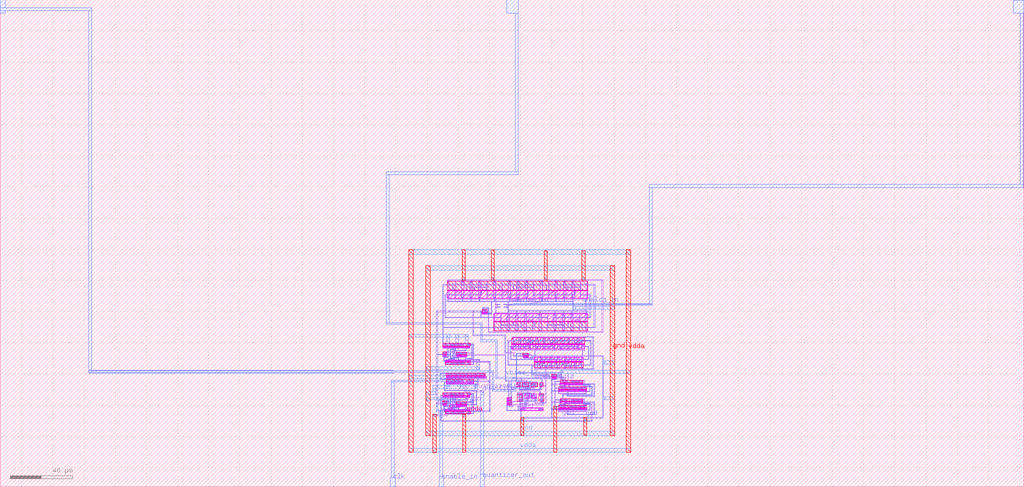
<source format=lef>
VERSION 5.7 ;
  NOWIREEXTENSIONATPIN ON ;
  DIVIDERCHAR "/" ;
  BUSBITCHARS "[]" ;
MACRO vco_adc2
  CLASS BLOCK ;
  FOREIGN vco_adc2 ;
  ORIGIN 293.710 92.230 ;
  SIZE 656.420 BY 312.340 ;
  PIN vbias_12
    DIRECTION INPUT ;
    USE SIGNAL ;
    ANTENNAGATEAREA 1.800000 ;
    PORT
      LAYER li1 ;
        RECT 38.900 -25.650 39.200 -25.150 ;
        RECT 53.450 -25.700 53.950 -25.200 ;
      LAYER met1 ;
        RECT 35.000 -22.500 36.100 -22.000 ;
        RECT 35.000 -23.000 53.950 -22.500 ;
        RECT 35.000 -23.100 36.100 -23.000 ;
        RECT 40.250 -25.150 40.750 -23.000 ;
        RECT 38.700 -25.650 40.750 -25.150 ;
        RECT 53.450 -25.700 53.950 -23.000 ;
      LAYER met2 ;
        RECT 31.050 211.370 38.410 220.110 ;
        RECT 36.400 109.800 38.400 211.370 ;
        RECT -46.300 107.800 38.400 109.800 ;
        RECT -46.300 12.950 -44.300 107.800 ;
        RECT -46.300 11.850 15.500 12.950 ;
        RECT 14.400 1.800 15.500 11.850 ;
        RECT 14.400 0.700 25.100 1.800 ;
        RECT 24.000 -22.000 25.100 0.700 ;
        RECT 24.000 -23.100 36.100 -22.000 ;
    END
  END vbias_12
  PIN vbias_34
    DIRECTION INPUT ;
    USE SIGNAL ;
    ANTENNAGATEAREA 5.400000 ;
    PORT
      LAYER li1 ;
        RECT 42.650 -25.650 43.650 -25.150 ;
        RECT 47.950 -25.650 50.250 -25.150 ;
      LAYER met1 ;
        RECT 45.550 -25.150 46.550 -24.650 ;
        RECT 42.450 -25.650 50.250 -25.150 ;
      LAYER met2 ;
        RECT -293.710 215.000 -290.490 220.110 ;
        RECT -293.710 213.000 -235.000 215.000 ;
        RECT -293.710 211.370 -290.490 213.000 ;
        RECT -237.000 -17.600 -235.000 213.000 ;
        RECT -237.000 -18.000 -41.550 -17.600 ;
        RECT -237.000 -19.000 22.700 -18.000 ;
        RECT -237.000 -19.600 -41.550 -19.000 ;
        RECT 21.700 -30.250 22.700 -19.000 ;
        RECT 45.550 -28.600 46.550 -24.650 ;
        RECT 36.000 -29.600 46.550 -28.600 ;
        RECT 36.000 -30.250 37.000 -29.600 ;
        RECT 21.700 -31.250 37.000 -30.250 ;
    END
  END vbias_34
  PIN analog_in
    DIRECTION INPUT ;
    USE SIGNAL ;
    PORT
      LAYER li1 ;
        RECT 31.000 24.600 34.500 24.700 ;
        RECT 29.185 24.280 34.500 24.600 ;
        RECT 31.000 24.000 34.500 24.280 ;
      LAYER met1 ;
        RECT 34.450 24.700 35.700 24.800 ;
        RECT 29.125 24.250 31.230 24.630 ;
        RECT 33.500 24.000 35.700 24.700 ;
      LAYER met2 ;
        RECT 355.810 211.370 362.710 219.650 ;
        RECT 356.400 211.350 362.400 211.370 ;
        RECT 360.400 101.510 362.400 211.350 ;
        RECT 122.350 99.510 362.400 101.510 ;
        RECT 122.350 25.000 124.350 99.510 ;
        RECT 35.700 24.800 124.350 25.000 ;
        RECT 34.450 24.000 124.350 24.800 ;
    END
  END analog_in
  PIN enable_in
    DIRECTION INPUT ;
    USE SIGNAL ;
    ANTENNAGATEAREA 1.437000 ;
    PORT
      LAYER li1 ;
        RECT -14.000 19.450 -5.150 20.450 ;
        RECT 9.250 19.450 10.250 20.450 ;
        RECT 14.350 20.050 15.250 20.150 ;
        RECT 15.625 20.050 16.085 20.115 ;
        RECT 14.350 19.750 16.085 20.050 ;
        RECT 14.350 19.650 15.250 19.750 ;
        RECT 9.450 6.850 10.000 19.450 ;
        RECT 15.625 19.385 16.085 19.750 ;
        RECT 29.900 -6.150 30.500 -5.700 ;
        RECT 29.900 -6.650 35.900 -6.150 ;
        RECT -8.955 -7.575 -8.625 -7.325 ;
        RECT 35.400 -8.250 35.900 -6.650 ;
        RECT 35.400 -8.800 36.600 -8.250 ;
        RECT 42.525 -8.765 42.985 -8.035 ;
        RECT -14.000 -39.300 -9.300 -38.900 ;
        RECT -8.955 -39.225 -8.625 -38.975 ;
      LAYER met1 ;
        RECT -14.000 -7.250 -13.000 20.450 ;
        RECT -6.150 19.450 15.250 20.450 ;
        RECT 9.450 5.150 10.000 7.950 ;
        RECT 9.450 4.550 30.500 5.150 ;
        RECT 29.900 -6.150 30.500 4.550 ;
        RECT 29.900 -6.650 30.850 -6.150 ;
        RECT -14.000 -7.650 -8.600 -7.250 ;
        RECT -14.000 -38.900 -13.000 -7.650 ;
        RECT 35.400 -8.800 43.000 -8.250 ;
        RECT -14.000 -39.300 -12.800 -38.900 ;
        RECT -10.500 -39.300 -8.600 -38.900 ;
        RECT -14.000 -41.200 -13.000 -39.300 ;
      LAYER met2 ;
        RECT -14.000 -43.200 -13.000 -39.300 ;
        RECT -14.000 -44.200 -9.900 -43.200 ;
        RECT -11.900 -85.790 -9.900 -44.200 ;
        RECT -12.190 -92.230 -9.430 -85.790 ;
    END
  END enable_in
  PIN clk
    DIRECTION INPUT ;
    USE SIGNAL ;
    ANTENNAGATEAREA 0.285000 ;
    PORT
      LAYER li1 ;
        RECT -7.325 -21.405 -6.635 -20.845 ;
        RECT -3.520 -25.485 -3.170 -24.835 ;
      LAYER met1 ;
        RECT -7.320 -20.950 -6.620 -20.830 ;
        RECT -8.850 -21.300 -6.620 -20.950 ;
        RECT -8.850 -22.950 -7.850 -21.300 ;
        RECT -7.320 -21.400 -6.620 -21.300 ;
        RECT -8.850 -23.300 -4.000 -22.950 ;
        RECT -4.350 -24.800 -4.000 -23.300 ;
        RECT -4.350 -24.840 -3.200 -24.800 ;
        RECT -4.350 -25.150 -3.190 -24.840 ;
        RECT -3.540 -25.490 -3.190 -25.150 ;
      LAYER met2 ;
        RECT -8.850 -24.000 -7.850 -20.950 ;
        RECT -42.900 -25.000 -7.850 -24.000 ;
        RECT -42.900 -86.250 -40.900 -25.000 ;
        RECT -43.470 -92.230 -40.250 -86.250 ;
    END
  END clk
  PIN quantizer_out
    DIRECTION OUTPUT ;
    USE SIGNAL ;
    ANTENNAGATEAREA 0.247500 ;
    ANTENNADIFFAREA 0.429000 ;
    PORT
      LAYER li1 ;
        RECT 3.275 -24.885 3.605 -24.040 ;
        RECT 3.275 -24.965 3.665 -24.885 ;
        RECT 3.450 -25.015 3.665 -24.965 ;
        RECT 3.495 -25.150 3.665 -25.015 ;
        RECT 5.735 -25.150 6.070 -25.135 ;
        RECT 3.495 -25.400 6.070 -25.150 ;
        RECT 3.495 -25.595 3.665 -25.400 ;
        RECT 3.440 -25.635 3.665 -25.595 ;
        RECT 3.285 -25.720 3.665 -25.635 ;
        RECT 3.285 -26.155 3.615 -25.720 ;
        RECT 4.250 -30.550 5.250 -25.400 ;
        RECT 5.735 -25.405 6.070 -25.400 ;
        RECT 4.250 -31.550 16.400 -30.550 ;
      LAYER met1 ;
        RECT 14.400 -33.450 16.400 -30.550 ;
      LAYER met2 ;
        RECT 14.400 -84.410 16.400 -30.550 ;
        RECT 14.030 -92.230 16.790 -84.410 ;
    END
  END quantizer_out
  PIN vdda
    DIRECTION INPUT ;
    USE POWER ;
    PORT
      LAYER nwell ;
        RECT -7.100 33.650 82.900 39.450 ;
        RECT 15.350 19.700 18.750 21.300 ;
        RECT 15.350 19.695 18.030 19.700 ;
        RECT 22.900 7.600 82.900 13.400 ;
        RECT -10.000 -2.180 7.750 -0.480 ;
        RECT -9.950 -5.740 -9.050 -5.680 ;
        RECT -9.950 -7.345 -7.490 -5.740 ;
        RECT 2.350 -6.210 3.350 -6.180 ;
        RECT -9.950 -7.380 -9.100 -7.345 ;
        RECT -1.240 -7.815 5.560 -6.210 ;
        RECT 2.350 -7.830 3.350 -7.815 ;
        RECT 41.400 -8.450 44.930 -6.850 ;
        RECT 42.250 -8.455 44.930 -8.450 ;
        RECT -6.650 -12.395 -5.800 -12.380 ;
        RECT 4.100 -12.395 5.900 -12.380 ;
        RECT -8.390 -14.000 7.890 -12.395 ;
        RECT -6.650 -14.030 -5.800 -14.000 ;
        RECT 4.100 -14.030 6.050 -14.000 ;
        RECT -7.400 -19.550 17.300 -19.500 ;
        RECT -7.600 -21.200 17.300 -19.550 ;
        RECT 59.850 -21.850 62.700 -20.250 ;
        RECT 59.850 -21.855 62.070 -21.850 ;
        RECT -6.450 -23.550 9.900 -23.500 ;
        RECT -7.600 -25.200 9.900 -23.550 ;
        RECT 65.550 -24.150 67.700 -24.100 ;
        RECT 37.400 -28.250 39.800 -25.650 ;
        RECT 41.150 -28.250 45.350 -25.650 ;
        RECT 65.550 -25.750 79.940 -24.150 ;
        RECT 67.600 -25.755 79.940 -25.750 ;
        RECT 70.200 -25.800 72.300 -25.755 ;
        RECT 64.550 -29.950 82.300 -28.350 ;
        RECT 65.400 -29.955 82.300 -29.950 ;
        RECT 68.500 -30.000 70.850 -29.955 ;
        RECT 80.800 -30.000 82.300 -29.955 ;
        RECT -10.000 -33.830 7.750 -32.130 ;
        RECT 32.545 -37.250 34.150 -35.100 ;
        RECT -9.950 -37.390 -9.050 -37.330 ;
        RECT -9.950 -38.995 -7.490 -37.390 ;
        RECT 2.350 -37.860 3.350 -37.830 ;
        RECT -9.950 -39.030 -9.100 -38.995 ;
        RECT -1.240 -39.465 5.560 -37.860 ;
        RECT 32.500 -38.400 34.150 -37.250 ;
        RECT 65.550 -35.850 67.700 -35.800 ;
        RECT 65.550 -37.450 79.940 -35.850 ;
        RECT 67.600 -37.455 79.940 -37.450 ;
        RECT 70.200 -37.500 72.300 -37.455 ;
        RECT 2.350 -39.480 3.350 -39.465 ;
        RECT 32.545 -40.160 34.150 -38.400 ;
        RECT 64.550 -41.650 82.300 -40.050 ;
        RECT 65.400 -41.655 82.300 -41.650 ;
        RECT 68.500 -41.700 70.850 -41.655 ;
        RECT 80.800 -41.700 82.300 -41.655 ;
        RECT -6.650 -44.045 -5.800 -44.030 ;
        RECT 4.100 -44.045 5.900 -44.030 ;
        RECT -8.390 -45.650 7.890 -44.045 ;
        RECT -6.650 -45.680 -5.800 -45.650 ;
        RECT 4.100 -45.680 6.050 -45.650 ;
      LAYER li1 ;
        RECT -6.900 39.950 93.100 40.350 ;
        RECT -6.900 38.600 -6.500 39.950 ;
        RECT -6.200 34.050 -5.800 39.950 ;
        RECT 1.900 34.050 2.300 39.950 ;
        RECT 2.600 39.050 3.000 39.950 ;
        RECT 3.300 39.050 3.700 39.950 ;
        RECT 2.600 38.600 3.700 39.050 ;
        RECT 8.050 39.050 8.450 39.950 ;
        RECT 8.750 39.050 9.150 39.950 ;
        RECT 8.050 38.600 9.150 39.050 ;
        RECT 13.500 38.600 13.900 39.950 ;
        RECT 3.300 34.050 3.700 38.600 ;
        RECT 8.750 34.050 9.150 38.600 ;
        RECT 14.200 34.050 14.600 39.950 ;
        RECT 22.300 34.050 22.700 39.950 ;
        RECT 23.100 38.600 23.500 39.950 ;
        RECT 23.800 34.050 24.200 39.950 ;
        RECT 31.900 34.050 32.300 39.950 ;
        RECT 32.600 39.050 33.000 39.950 ;
        RECT 33.300 39.050 33.700 39.950 ;
        RECT 32.600 38.600 33.700 39.050 ;
        RECT 38.050 39.050 38.450 39.950 ;
        RECT 38.750 39.050 39.150 39.950 ;
        RECT 38.050 38.600 39.150 39.050 ;
        RECT 43.500 38.600 43.900 39.950 ;
        RECT 33.300 34.050 33.700 38.600 ;
        RECT 38.750 34.050 39.150 38.600 ;
        RECT 44.200 34.050 44.600 39.950 ;
        RECT 52.300 34.050 52.700 39.950 ;
        RECT 53.100 38.600 53.500 39.950 ;
        RECT 53.800 34.050 54.200 39.950 ;
        RECT 61.900 34.050 62.300 39.950 ;
        RECT 62.600 39.050 63.000 39.950 ;
        RECT 63.300 39.050 63.700 39.950 ;
        RECT 62.600 38.600 63.700 39.050 ;
        RECT 68.050 39.050 68.450 39.950 ;
        RECT 68.750 39.050 69.150 39.950 ;
        RECT 68.050 38.600 69.150 39.050 ;
        RECT 73.500 38.600 73.900 39.950 ;
        RECT 63.300 34.050 63.700 38.600 ;
        RECT 68.750 34.050 69.150 38.600 ;
        RECT 74.200 34.050 74.600 39.950 ;
        RECT 82.300 34.050 82.700 39.950 ;
        RECT 15.540 21.025 17.840 21.195 ;
        RECT 16.055 20.625 16.990 21.025 ;
        RECT 17.515 20.050 17.755 20.345 ;
        RECT 18.100 20.250 18.500 20.750 ;
        RECT 17.515 19.550 17.950 20.050 ;
        RECT 17.515 19.365 17.755 19.550 ;
        RECT 19.150 7.100 19.650 20.050 ;
        RECT 23.100 7.100 23.500 13.000 ;
        RECT 31.200 7.100 31.600 13.000 ;
        RECT 36.650 8.450 37.050 13.000 ;
        RECT 42.100 8.450 42.500 13.000 ;
        RECT 31.900 7.100 32.300 8.450 ;
        RECT 36.650 8.000 37.750 8.450 ;
        RECT 36.650 7.100 37.050 8.000 ;
        RECT 37.350 7.100 37.750 8.000 ;
        RECT 42.100 8.000 43.200 8.450 ;
        RECT 42.100 7.100 42.500 8.000 ;
        RECT 42.800 7.100 43.200 8.000 ;
        RECT 43.500 7.100 43.900 13.000 ;
        RECT 51.600 7.100 52.000 13.000 ;
        RECT 52.300 7.100 52.700 8.450 ;
        RECT 53.100 7.100 53.500 13.000 ;
        RECT 61.200 7.100 61.600 13.000 ;
        RECT 66.650 8.450 67.050 13.000 ;
        RECT 72.100 8.450 72.500 13.000 ;
        RECT 61.900 7.100 62.300 8.450 ;
        RECT 66.650 8.000 67.750 8.450 ;
        RECT 66.650 7.100 67.050 8.000 ;
        RECT 67.350 7.100 67.750 8.000 ;
        RECT 72.100 8.000 73.200 8.450 ;
        RECT 72.100 7.100 72.500 8.000 ;
        RECT 72.800 7.100 73.200 8.000 ;
        RECT 73.500 7.100 73.900 13.000 ;
        RECT 81.600 7.100 82.000 13.000 ;
        RECT 82.300 7.100 82.700 8.450 ;
        RECT 92.100 7.100 93.100 39.950 ;
        RECT 19.150 6.700 93.100 7.100 ;
        RECT 19.150 6.600 23.500 6.700 ;
        RECT 7.450 -0.635 10.000 -0.630 ;
        RECT -9.210 -0.805 -7.370 -0.635 ;
        RECT -5.770 -0.805 3.890 -0.635 ;
        RECT 5.700 -0.805 10.000 -0.635 ;
        RECT -8.650 -1.565 -8.320 -0.805 ;
        RECT -7.720 -1.955 -7.460 -0.805 ;
        RECT -6.750 -1.580 -6.350 -1.080 ;
        RECT -5.255 -1.305 -4.925 -0.805 ;
        RECT -4.315 -1.305 -3.985 -0.805 ;
        RECT -2.340 -1.185 -1.960 -0.805 ;
        RECT -1.440 -1.185 -1.110 -0.805 ;
        RECT 0.170 -1.185 0.590 -0.805 ;
        RECT 1.260 -1.495 1.590 -0.805 ;
        RECT 2.710 -1.605 2.995 -0.805 ;
        RECT 6.260 -1.565 6.590 -0.805 ;
        RECT 7.190 -0.980 10.000 -0.805 ;
        RECT 7.190 -1.955 7.450 -0.980 ;
        RECT 9.650 -1.430 10.000 -0.980 ;
        RECT -7.850 -5.845 -0.700 -5.830 ;
        RECT -9.060 -6.015 -0.700 -5.845 ;
        RECT -9.750 -6.630 -9.350 -6.130 ;
        RECT -8.935 -7.155 -8.705 -6.015 ;
        RECT -8.035 -6.180 -0.700 -6.015 ;
        RECT -8.035 -7.155 -7.825 -6.180 ;
        RECT -1.050 -6.315 -0.700 -6.180 ;
        RECT -1.050 -6.485 2.170 -6.315 ;
        RECT 3.530 -6.330 5.370 -6.315 ;
        RECT 9.650 -6.330 10.000 -5.880 ;
        RECT 3.530 -6.485 10.000 -6.330 ;
        RECT 0.005 -7.335 0.175 -6.485 ;
        RECT 0.845 -6.995 1.015 -6.485 ;
        RECT 2.700 -7.380 3.100 -6.880 ;
        RECT 4.090 -7.245 4.420 -6.485 ;
        RECT 5.020 -6.680 10.000 -6.485 ;
        RECT 5.020 -7.635 5.280 -6.680 ;
        RECT 9.650 -7.080 10.000 -6.680 ;
        RECT 42.440 -7.125 44.740 -6.955 ;
        RECT 41.800 -7.970 42.100 -7.470 ;
        RECT 42.955 -7.525 43.890 -7.125 ;
        RECT 44.415 -8.450 44.655 -7.805 ;
        RECT 44.415 -8.750 44.800 -8.450 ;
        RECT 44.415 -8.785 44.655 -8.750 ;
        RECT -8.055 -13.725 -7.845 -12.585 ;
        RECT -7.175 -13.725 -6.945 -12.585 ;
        RECT -6.350 -13.330 -5.950 -12.830 ;
        RECT -4.835 -13.725 -4.550 -12.925 ;
        RECT -3.430 -13.725 -3.100 -13.035 ;
        RECT -2.430 -13.725 -2.010 -13.345 ;
        RECT -0.730 -13.725 -0.400 -13.345 ;
        RECT 0.120 -13.725 0.500 -13.345 ;
        RECT 2.145 -13.725 2.475 -13.225 ;
        RECT 3.085 -13.725 3.415 -13.225 ;
        RECT 5.950 -13.725 6.210 -12.575 ;
        RECT 6.810 -13.725 7.140 -12.965 ;
        RECT 9.650 -13.680 10.000 -13.230 ;
        RECT 7.650 -13.725 10.000 -13.680 ;
        RECT -8.200 -13.895 -6.820 -13.725 ;
        RECT -5.730 -13.895 3.930 -13.725 ;
        RECT 5.860 -13.895 10.000 -13.725 ;
        RECT 7.650 -14.030 10.000 -13.895 ;
        RECT -7.400 -19.655 -7.000 -19.500 ;
        RECT -7.410 -19.825 -3.730 -19.655 ;
        RECT -3.310 -19.825 0.370 -19.655 ;
        RECT 0.790 -19.825 4.470 -19.655 ;
        RECT 5.190 -19.825 8.870 -19.655 ;
        RECT 9.290 -19.825 12.970 -19.655 ;
        RECT 13.390 -19.825 17.070 -19.655 ;
        RECT -6.755 -20.285 -6.485 -19.825 ;
        RECT -4.695 -20.285 -4.370 -19.825 ;
        RECT -2.655 -20.285 -2.385 -19.825 ;
        RECT -0.595 -20.285 -0.270 -19.825 ;
        RECT 1.445 -20.285 1.715 -19.825 ;
        RECT 3.505 -20.285 3.830 -19.825 ;
        RECT 4.700 -20.650 5.100 -20.150 ;
        RECT 5.845 -20.285 6.115 -19.825 ;
        RECT 7.905 -20.285 8.230 -19.825 ;
        RECT 9.945 -20.285 10.215 -19.825 ;
        RECT 12.005 -20.285 12.330 -19.825 ;
        RECT 14.045 -20.285 14.315 -19.825 ;
        RECT 16.105 -20.285 16.430 -19.825 ;
        RECT 60.040 -20.400 61.880 -20.355 ;
        RECT 65.800 -20.400 66.250 -19.000 ;
        RECT 60.040 -20.525 66.250 -20.400 ;
        RECT 60.600 -21.285 60.930 -20.525 ;
        RECT 61.530 -20.750 66.250 -20.525 ;
        RECT 61.530 -21.675 61.790 -20.750 ;
        RECT 62.150 -21.600 62.450 -20.750 ;
        RECT -5.950 -23.655 -3.200 -23.500 ;
        RECT -7.410 -23.700 3.750 -23.655 ;
        RECT -7.410 -23.825 -5.570 -23.700 ;
        RECT -6.850 -24.585 -6.520 -23.825 ;
        RECT -5.920 -24.975 -5.660 -23.825 ;
        RECT -5.150 -24.650 -4.750 -23.700 ;
        RECT -3.610 -23.825 3.750 -23.700 ;
        RECT 5.640 -23.825 7.020 -23.655 ;
        RECT 8.290 -23.825 9.670 -23.655 ;
        RECT -3.095 -24.325 -2.765 -23.825 ;
        RECT -2.170 -24.285 -1.905 -23.825 ;
        RECT 0.000 -24.625 0.170 -23.825 ;
        RECT 1.880 -24.325 2.195 -23.825 ;
        RECT 2.935 -24.835 3.105 -23.825 ;
        RECT 5.725 -24.965 6.005 -23.825 ;
        RECT 6.675 -24.965 6.935 -23.825 ;
        RECT 8.415 -24.965 8.645 -23.825 ;
        RECT 9.315 -24.965 9.525 -23.825 ;
        RECT 37.600 -24.550 44.250 -24.150 ;
        RECT 37.600 -26.550 38.000 -24.550 ;
        RECT 38.300 -27.850 38.700 -24.550 ;
        RECT 41.350 -26.500 41.750 -24.550 ;
        RECT 42.050 -27.850 42.450 -26.050 ;
        RECT 43.850 -27.850 44.250 -24.550 ;
        RECT 65.850 -25.150 66.250 -20.750 ;
        RECT 79.700 -24.255 81.050 -24.100 ;
        RECT 67.790 -24.425 70.090 -24.255 ;
        RECT 72.390 -24.425 81.050 -24.255 ;
        RECT 67.920 -25.565 68.185 -24.425 ;
        RECT 68.855 -25.225 69.025 -24.425 ;
        RECT 69.695 -24.885 69.905 -24.425 ;
        RECT 72.905 -24.925 73.235 -24.425 ;
        RECT 73.830 -24.885 74.095 -24.425 ;
        RECT 76.000 -25.225 76.170 -24.425 ;
        RECT 77.880 -24.925 78.195 -24.425 ;
        RECT 78.935 -25.435 79.105 -24.425 ;
        RECT 79.700 -24.450 81.050 -24.425 ;
        RECT 80.650 -28.200 81.050 -24.450 ;
        RECT 61.800 -28.900 62.300 -28.300 ;
        RECT 68.350 -28.455 70.000 -28.300 ;
        RECT 65.590 -28.625 70.000 -28.455 ;
        RECT 70.990 -28.625 80.650 -28.455 ;
        RECT 61.800 -29.400 62.900 -28.900 ;
        RECT 64.850 -29.400 65.250 -28.900 ;
        RECT 7.450 -32.285 10.000 -32.280 ;
        RECT -9.210 -32.455 -7.370 -32.285 ;
        RECT -5.770 -32.455 3.890 -32.285 ;
        RECT 5.700 -32.455 10.000 -32.285 ;
        RECT -8.650 -33.215 -8.320 -32.455 ;
        RECT -7.720 -33.605 -7.460 -32.455 ;
        RECT -6.750 -33.230 -6.350 -32.730 ;
        RECT -5.255 -32.955 -4.925 -32.455 ;
        RECT -4.315 -32.955 -3.985 -32.455 ;
        RECT -2.340 -32.835 -1.960 -32.455 ;
        RECT -1.440 -32.835 -1.110 -32.455 ;
        RECT 0.170 -32.835 0.590 -32.455 ;
        RECT 1.260 -33.145 1.590 -32.455 ;
        RECT 2.710 -33.255 2.995 -32.455 ;
        RECT 6.260 -33.215 6.590 -32.455 ;
        RECT 7.190 -32.630 10.000 -32.455 ;
        RECT 7.190 -33.605 7.450 -32.630 ;
        RECT 9.650 -33.080 10.000 -32.630 ;
        RECT 33.875 -35.850 34.045 -35.290 ;
        RECT 33.115 -36.180 34.045 -35.850 ;
        RECT 33.875 -36.780 34.045 -36.180 ;
        RECT 32.725 -37.040 34.045 -36.780 ;
        RECT 33.875 -37.130 34.045 -37.040 ;
        RECT 61.800 -36.350 62.300 -29.400 ;
        RECT 66.185 -29.425 66.425 -28.625 ;
        RECT 66.945 -29.425 67.275 -28.625 ;
        RECT 67.785 -29.775 68.115 -28.625 ;
        RECT 68.350 -28.750 70.000 -28.625 ;
        RECT 71.505 -29.125 71.835 -28.625 ;
        RECT 72.430 -29.085 72.695 -28.625 ;
        RECT 74.600 -29.425 74.770 -28.625 ;
        RECT 76.480 -29.125 76.795 -28.625 ;
        RECT 77.540 -29.635 77.710 -28.625 ;
        RECT 78.380 -29.540 78.555 -28.625 ;
        RECT 79.415 -29.765 79.630 -28.625 ;
        RECT 80.305 -29.765 80.555 -28.625 ;
        RECT 81.000 -29.750 81.500 -29.350 ;
        RECT 79.700 -35.955 81.050 -35.800 ;
        RECT 67.790 -36.125 70.090 -35.955 ;
        RECT 72.390 -36.125 81.050 -35.955 ;
        RECT 61.800 -36.850 62.900 -36.350 ;
        RECT 65.850 -36.850 66.250 -36.350 ;
        RECT -7.850 -37.495 -0.700 -37.480 ;
        RECT -9.060 -37.665 -0.700 -37.495 ;
        RECT -9.750 -38.280 -9.350 -37.780 ;
        RECT -8.935 -38.805 -8.705 -37.665 ;
        RECT -8.035 -37.830 -0.700 -37.665 ;
        RECT -8.035 -38.805 -7.825 -37.830 ;
        RECT -1.050 -37.965 -0.700 -37.830 ;
        RECT -1.050 -38.135 2.170 -37.965 ;
        RECT 3.530 -37.980 5.370 -37.965 ;
        RECT 9.650 -37.980 10.000 -37.530 ;
        RECT 32.900 -37.750 33.400 -37.350 ;
        RECT 61.800 -37.450 62.300 -36.850 ;
        RECT 67.920 -37.265 68.185 -36.125 ;
        RECT 68.855 -36.925 69.025 -36.125 ;
        RECT 69.695 -36.585 69.905 -36.125 ;
        RECT 72.905 -36.625 73.235 -36.125 ;
        RECT 73.830 -36.585 74.095 -36.125 ;
        RECT 76.000 -36.925 76.170 -36.125 ;
        RECT 77.880 -36.625 78.195 -36.125 ;
        RECT 78.935 -37.135 79.105 -36.125 ;
        RECT 79.700 -36.150 81.050 -36.125 ;
        RECT 3.530 -38.135 10.000 -37.980 ;
        RECT 0.005 -38.985 0.175 -38.135 ;
        RECT 0.845 -38.645 1.015 -38.135 ;
        RECT 2.700 -39.030 3.100 -38.530 ;
        RECT 4.090 -38.895 4.420 -38.135 ;
        RECT 5.020 -38.330 10.000 -38.135 ;
        RECT 5.020 -39.285 5.280 -38.330 ;
        RECT 9.650 -38.730 10.000 -38.330 ;
        RECT 33.875 -38.715 34.045 -38.590 ;
        RECT 32.735 -38.945 34.045 -38.715 ;
        RECT 33.875 -39.615 34.045 -38.945 ;
        RECT 32.735 -39.825 34.045 -39.615 ;
        RECT 33.875 -39.970 34.045 -39.825 ;
        RECT 80.650 -39.900 81.050 -36.150 ;
        RECT 68.350 -40.155 70.000 -40.000 ;
        RECT 65.590 -40.325 70.000 -40.155 ;
        RECT 70.990 -40.325 80.650 -40.155 ;
        RECT 64.850 -41.100 65.250 -40.600 ;
        RECT 66.185 -41.125 66.425 -40.325 ;
        RECT 66.945 -41.125 67.275 -40.325 ;
        RECT 67.785 -41.475 68.115 -40.325 ;
        RECT 68.350 -40.450 70.000 -40.325 ;
        RECT 71.505 -40.825 71.835 -40.325 ;
        RECT 72.430 -40.785 72.695 -40.325 ;
        RECT 74.600 -41.125 74.770 -40.325 ;
        RECT 76.480 -40.825 76.795 -40.325 ;
        RECT 77.540 -41.335 77.710 -40.325 ;
        RECT 78.380 -41.240 78.555 -40.325 ;
        RECT 79.415 -41.465 79.630 -40.325 ;
        RECT 80.305 -41.465 80.555 -40.325 ;
        RECT 81.000 -41.450 81.500 -41.050 ;
        RECT -8.055 -45.375 -7.845 -44.235 ;
        RECT -7.175 -45.375 -6.945 -44.235 ;
        RECT -6.350 -44.980 -5.950 -44.480 ;
        RECT -4.835 -45.375 -4.550 -44.575 ;
        RECT -3.430 -45.375 -3.100 -44.685 ;
        RECT -2.430 -45.375 -2.010 -44.995 ;
        RECT -0.730 -45.375 -0.400 -44.995 ;
        RECT 0.120 -45.375 0.500 -44.995 ;
        RECT 2.145 -45.375 2.475 -44.875 ;
        RECT 3.085 -45.375 3.415 -44.875 ;
        RECT 5.950 -45.375 6.210 -44.225 ;
        RECT 6.810 -45.375 7.140 -44.615 ;
        RECT 9.650 -45.330 10.000 -44.880 ;
        RECT 7.650 -45.375 10.000 -45.330 ;
        RECT -8.200 -45.545 -6.820 -45.375 ;
        RECT -5.730 -45.545 3.930 -45.375 ;
        RECT 5.860 -45.545 10.000 -45.375 ;
        RECT -8.200 -45.700 -6.900 -45.545 ;
        RECT 7.650 -45.680 10.000 -45.545 ;
        RECT -14.200 -46.900 -6.900 -45.700 ;
      LAYER met1 ;
        RECT 2.450 39.950 4.450 40.350 ;
        RECT 21.100 39.950 23.100 40.350 ;
        RECT 55.200 39.950 57.200 40.350 ;
        RECT 79.350 39.950 81.350 40.350 ;
        RECT -6.900 38.600 -6.500 39.100 ;
        RECT 2.600 38.600 3.000 39.100 ;
        RECT 8.050 38.600 8.450 39.100 ;
        RECT 13.500 38.600 13.900 39.100 ;
        RECT 23.100 38.600 23.500 39.100 ;
        RECT 32.600 38.600 33.000 39.100 ;
        RECT 38.050 38.600 38.450 39.100 ;
        RECT 43.500 38.600 43.900 39.100 ;
        RECT 53.100 38.600 53.500 39.100 ;
        RECT 62.600 38.600 63.000 39.100 ;
        RECT 68.050 38.600 68.450 39.100 ;
        RECT 73.500 38.600 73.900 39.100 ;
        RECT 15.450 22.050 19.650 22.550 ;
        RECT 15.550 21.350 16.050 22.050 ;
        RECT 15.540 20.870 17.840 21.350 ;
        RECT 18.100 20.250 18.500 22.050 ;
        RECT 17.350 19.850 17.950 20.150 ;
        RECT 19.150 19.850 19.650 22.050 ;
        RECT 17.350 19.550 19.650 19.850 ;
        RECT 31.900 7.950 32.300 8.450 ;
        RECT 37.350 7.950 37.750 8.450 ;
        RECT 42.800 7.950 43.200 8.450 ;
        RECT 52.300 7.950 52.700 8.450 ;
        RECT 61.900 7.950 62.300 8.450 ;
        RECT 67.350 7.950 67.750 8.450 ;
        RECT 72.800 7.950 73.200 8.450 ;
        RECT 82.300 7.950 82.700 8.450 ;
        RECT -7.400 -0.480 -5.400 5.550 ;
        RECT -1.600 -0.480 0.400 5.550 ;
        RECT 4.450 -0.480 6.450 5.550 ;
        RECT -9.210 -0.960 7.540 -0.480 ;
        RECT -7.400 -0.980 -5.700 -0.960 ;
        RECT 3.850 -0.980 5.700 -0.960 ;
        RECT 9.200 -0.980 10.000 -0.630 ;
        RECT -6.750 -1.580 -6.350 -0.980 ;
        RECT -9.750 -5.690 -9.000 -5.680 ;
        RECT -9.750 -6.170 -7.680 -5.690 ;
        RECT 2.150 -6.160 3.550 -6.130 ;
        RECT -9.750 -6.180 -9.000 -6.170 ;
        RECT -9.750 -6.630 -9.350 -6.180 ;
        RECT -1.050 -6.630 5.370 -6.160 ;
        RECT -1.050 -6.640 2.170 -6.630 ;
        RECT 2.700 -7.380 3.100 -6.630 ;
        RECT 3.530 -6.640 5.370 -6.630 ;
        RECT -8.200 -13.580 -6.820 -13.570 ;
        RECT -6.350 -13.580 -5.950 -12.830 ;
        RECT -5.730 -13.580 3.930 -13.570 ;
        RECT 5.860 -13.580 7.700 -13.570 ;
        RECT -8.200 -14.030 7.700 -13.580 ;
        RECT 9.650 -13.680 10.000 -0.980 ;
        RECT 37.100 -7.250 45.600 -6.800 ;
        RECT 41.800 -7.970 42.100 -7.250 ;
        RECT 42.440 -7.280 44.740 -7.250 ;
        RECT 45.250 -8.450 45.600 -7.250 ;
        RECT 44.400 -8.800 45.600 -8.450 ;
        RECT 9.250 -14.030 10.000 -13.680 ;
        RECT -8.200 -14.050 -6.820 -14.030 ;
        RECT -5.730 -14.050 3.930 -14.030 ;
        RECT 5.860 -14.050 7.700 -14.030 ;
        RECT 65.800 -19.000 66.250 -17.700 ;
        RECT 65.200 -19.450 66.250 -19.000 ;
        RECT -11.600 -19.980 17.070 -19.500 ;
        RECT -11.600 -20.000 -7.300 -19.980 ;
        RECT -3.750 -20.000 -3.250 -19.980 ;
        RECT 0.350 -20.000 0.850 -19.980 ;
        RECT 4.450 -20.000 5.200 -19.980 ;
        RECT 8.850 -20.000 9.300 -19.980 ;
        RECT 12.950 -20.000 13.400 -19.980 ;
        RECT -11.600 -23.500 -9.600 -20.000 ;
        RECT 4.700 -20.650 5.100 -20.000 ;
        RECT 60.040 -20.680 61.880 -20.200 ;
        RECT 62.150 -21.600 62.450 -21.100 ;
        RECT -11.600 -23.980 -5.570 -23.500 ;
        RECT -3.610 -23.980 9.670 -23.500 ;
        RECT -11.600 -24.000 -7.300 -23.980 ;
        RECT 3.750 -24.000 5.650 -23.980 ;
        RECT 7.000 -24.000 8.300 -23.980 ;
        RECT -5.150 -24.650 -4.750 -24.150 ;
        RECT 33.700 -24.550 38.700 -24.150 ;
        RECT -9.210 -32.610 7.540 -32.130 ;
        RECT -7.400 -32.630 -5.700 -32.610 ;
        RECT 3.850 -32.630 5.700 -32.610 ;
        RECT 9.200 -32.630 10.000 -32.280 ;
        RECT -6.750 -33.230 -6.350 -32.630 ;
        RECT -9.750 -37.340 -9.000 -37.330 ;
        RECT -9.750 -37.820 -7.680 -37.340 ;
        RECT 2.150 -37.810 3.550 -37.780 ;
        RECT -9.750 -37.830 -9.000 -37.820 ;
        RECT -9.750 -38.280 -9.350 -37.830 ;
        RECT -1.050 -38.280 5.370 -37.810 ;
        RECT -1.050 -38.290 2.170 -38.280 ;
        RECT 2.700 -39.030 3.100 -38.280 ;
        RECT 3.530 -38.290 5.370 -38.280 ;
        RECT -8.200 -45.230 -6.820 -45.220 ;
        RECT -6.350 -45.230 -5.950 -44.480 ;
        RECT -5.730 -45.230 3.930 -45.220 ;
        RECT 5.860 -45.230 7.700 -45.220 ;
        RECT -8.200 -45.680 7.700 -45.230 ;
        RECT 9.650 -45.330 10.000 -32.630 ;
        RECT 33.700 -35.300 34.200 -24.550 ;
        RECT 67.790 -24.580 79.750 -24.100 ;
        RECT 70.050 -24.600 72.500 -24.580 ;
        RECT 61.800 -25.150 66.250 -24.650 ;
        RECT 37.600 -26.550 38.000 -26.050 ;
        RECT 41.350 -26.500 41.750 -26.000 ;
        RECT 42.050 -26.200 42.450 -26.050 ;
        RECT 43.850 -26.200 44.250 -26.050 ;
        RECT 42.050 -26.700 44.250 -26.200 ;
        RECT 42.050 -26.850 42.450 -26.700 ;
        RECT 43.850 -26.850 44.250 -26.700 ;
        RECT 61.800 -28.900 62.300 -25.150 ;
        RECT 80.650 -28.300 81.050 -27.800 ;
        RECT 64.850 -28.750 68.350 -28.300 ;
        RECT 69.500 -28.750 81.050 -28.300 ;
        RECT 64.850 -28.900 65.250 -28.750 ;
        RECT 65.590 -28.780 68.350 -28.750 ;
        RECT 70.990 -28.780 81.050 -28.750 ;
        RECT 80.650 -28.800 81.050 -28.780 ;
        RECT 61.800 -29.400 65.250 -28.900 ;
        RECT 81.000 -29.750 81.500 -29.350 ;
        RECT 33.720 -37.100 34.200 -35.300 ;
        RECT 67.790 -36.280 79.750 -35.800 ;
        RECT 70.050 -36.300 72.500 -36.280 ;
        RECT 33.700 -37.350 34.200 -37.100 ;
        RECT 32.900 -37.750 34.200 -37.350 ;
        RECT 33.700 -38.600 34.200 -37.750 ;
        RECT 33.720 -39.970 34.200 -38.600 ;
        RECT 61.800 -36.850 66.250 -36.350 ;
        RECT 61.800 -40.600 62.300 -36.850 ;
        RECT 80.650 -40.000 81.050 -39.500 ;
        RECT 64.850 -40.450 68.350 -40.000 ;
        RECT 69.500 -40.450 81.050 -40.000 ;
        RECT 64.850 -40.600 65.250 -40.450 ;
        RECT 65.590 -40.480 68.350 -40.450 ;
        RECT 70.990 -40.480 81.050 -40.450 ;
        RECT 80.650 -40.500 81.050 -40.480 ;
        RECT 61.250 -41.100 65.250 -40.600 ;
        RECT 81.000 -41.450 81.500 -41.050 ;
        RECT 9.250 -45.680 10.000 -45.330 ;
        RECT -8.200 -45.700 -6.200 -45.680 ;
        RECT -5.730 -45.700 4.900 -45.680 ;
        RECT 5.860 -45.700 7.700 -45.680 ;
        RECT -16.200 -46.850 -13.000 -45.700 ;
        RECT 2.900 -46.250 4.900 -45.700 ;
        RECT -14.200 -46.900 -13.000 -46.850 ;
      LAYER met2 ;
        RECT 2.450 39.950 4.450 41.050 ;
        RECT 21.100 39.950 23.100 41.050 ;
        RECT 55.200 39.950 57.200 41.100 ;
        RECT 79.350 39.950 81.350 41.050 ;
        RECT -7.400 3.550 -5.400 5.550 ;
        RECT -1.600 3.550 0.400 5.550 ;
        RECT 4.450 3.550 6.450 5.550 ;
        RECT 37.100 -19.000 37.600 -6.800 ;
        RECT 65.800 -19.000 67.100 -17.700 ;
        RECT 37.100 -19.450 67.100 -19.000 ;
        RECT -11.600 -22.950 -9.600 -20.950 ;
        RECT 37.100 -24.550 37.600 -19.450 ;
        RECT 65.800 -19.700 67.100 -19.450 ;
        RECT 61.250 -41.600 63.250 -40.600 ;
        RECT -16.200 -46.850 -14.200 -45.750 ;
        RECT 2.900 -46.800 4.900 -45.700 ;
      LAYER met3 ;
        RECT -31.620 56.780 110.500 59.500 ;
        RECT -5.650 56.750 -3.400 56.780 ;
        RECT 2.450 40.350 4.450 41.850 ;
        RECT 21.100 40.350 23.100 41.850 ;
        RECT 55.200 40.350 57.200 41.850 ;
        RECT 79.350 40.350 81.350 41.750 ;
        RECT -31.450 3.550 6.450 5.550 ;
        RECT 65.800 -19.700 109.900 -17.700 ;
        RECT -31.450 -22.950 -9.600 -20.950 ;
        RECT 61.250 -42.200 63.250 -41.100 ;
        RECT -16.200 -47.500 -14.200 -46.200 ;
        RECT 2.900 -47.400 4.900 -46.200 ;
        RECT -31.620 -70.380 110.500 -67.660 ;
      LAYER met4 ;
        RECT -31.620 -70.380 -28.900 59.500 ;
        RECT 2.450 39.950 4.450 59.500 ;
        RECT 21.100 39.950 23.100 59.500 ;
        RECT 55.200 39.950 57.200 58.950 ;
        RECT 79.350 39.950 81.350 58.950 ;
        RECT -16.200 -70.400 -14.200 -45.750 ;
        RECT 2.900 -70.350 4.900 -45.700 ;
        RECT 61.250 -70.350 63.250 -40.600 ;
        RECT 107.780 -70.380 110.500 59.500 ;
    END
  END vdda
  PIN gnd
    DIRECTION INPUT ;
    USE GROUND ;
    PORT
      LAYER pwell ;
        RECT -7.100 28.600 82.900 33.400 ;
        RECT 16.030 19.400 17.835 19.405 ;
        RECT 16.030 19.175 18.750 19.400 ;
        RECT 15.545 18.500 18.750 19.175 ;
        RECT 15.545 18.495 17.835 18.500 ;
        RECT 15.690 18.305 15.860 18.495 ;
        RECT 22.900 13.650 82.900 18.450 ;
        RECT 34.400 -1.150 36.700 -1.050 ;
        RECT 36.900 -1.150 47.600 -1.050 ;
        RECT 47.800 -1.150 52.300 -1.050 ;
        RECT 52.500 -1.150 63.200 -1.050 ;
        RECT 63.400 -1.150 67.900 -1.050 ;
        RECT 68.100 -1.150 78.800 -1.050 ;
        RECT 79.000 -1.150 81.200 -1.050 ;
        RECT -8.720 -2.630 -7.375 -2.425 ;
        RECT -10.000 -2.655 -9.150 -2.630 ;
        RECT -8.720 -2.655 -5.750 -2.630 ;
        RECT -4.405 -2.655 -3.485 -2.435 ;
        RECT 2.595 -2.535 3.515 -2.425 ;
        RECT 1.180 -2.630 3.515 -2.535 ;
        RECT 1.180 -2.655 5.750 -2.630 ;
        RECT 6.190 -2.655 7.535 -2.425 ;
        RECT -10.000 -3.330 7.535 -2.655 ;
        RECT -9.205 -3.335 -7.375 -3.330 ;
        RECT -5.765 -3.335 3.515 -3.330 ;
        RECT 5.705 -3.335 7.535 -3.330 ;
        RECT -9.065 -3.525 -8.895 -3.335 ;
        RECT -5.625 -3.525 -5.455 -3.335 ;
        RECT 5.845 -3.525 6.015 -3.335 ;
        RECT 34.400 -3.850 81.200 -1.150 ;
        RECT -9.950 -7.635 -9.000 -7.630 ;
        RECT -9.950 -8.530 -7.695 -7.635 ;
        RECT -9.045 -8.545 -7.695 -8.530 ;
        RECT -1.005 -8.330 2.165 -8.105 ;
        RECT -1.005 -8.335 3.550 -8.330 ;
        RECT 4.020 -8.335 5.365 -8.105 ;
        RECT -8.915 -8.735 -8.745 -8.545 ;
        RECT -1.005 -9.015 5.365 -8.335 ;
        RECT 42.930 -8.975 44.735 -8.745 ;
        RECT 42.445 -8.980 44.735 -8.975 ;
        RECT -0.905 -9.205 -0.735 -9.015 ;
        RECT 2.150 -9.030 3.550 -9.015 ;
        RECT 3.675 -9.205 3.845 -9.015 ;
        RECT 41.780 -9.655 44.735 -8.980 ;
        RECT 41.780 -9.660 42.450 -9.655 ;
        RECT 42.590 -9.845 42.760 -9.655 ;
        RECT -7.135 -11.195 -6.965 -11.005 ;
        RECT -6.850 -11.195 -5.350 -11.180 ;
        RECT 3.615 -11.195 3.785 -11.005 ;
        RECT 3.900 -11.195 5.900 -11.180 ;
        RECT 7.385 -11.195 7.555 -11.005 ;
        RECT -8.185 -11.875 7.695 -11.195 ;
        RECT -8.185 -11.995 -3.020 -11.875 ;
        RECT -8.185 -12.105 -4.435 -11.995 ;
        RECT 1.645 -12.095 2.565 -11.875 ;
        RECT 3.900 -11.880 7.210 -11.875 ;
        RECT 5.865 -12.105 7.210 -11.880 ;
        RECT 48.850 -11.950 80.050 -9.250 ;
        RECT 48.850 -12.050 51.050 -11.950 ;
        RECT 51.250 -12.050 61.950 -11.950 ;
        RECT 62.150 -12.050 66.650 -11.950 ;
        RECT 66.850 -12.050 77.550 -11.950 ;
        RECT 77.750 -12.050 80.050 -11.950 ;
        RECT -6.850 -12.130 -5.350 -12.105 ;
        RECT -7.600 -22.400 17.300 -21.400 ;
        RECT 60.530 -22.150 61.875 -22.145 ;
        RECT 60.530 -22.375 62.700 -22.150 ;
        RECT -7.265 -22.545 -7.095 -22.400 ;
        RECT -3.165 -22.545 -2.995 -22.400 ;
        RECT 0.935 -22.545 1.105 -22.400 ;
        RECT 5.335 -22.545 5.505 -22.400 ;
        RECT 9.435 -22.545 9.605 -22.400 ;
        RECT 13.535 -22.545 13.705 -22.400 ;
        RECT 60.045 -23.050 62.700 -22.375 ;
        RECT 60.045 -23.055 61.875 -23.050 ;
        RECT 60.185 -23.245 60.355 -23.055 ;
        RECT -7.600 -26.400 9.900 -25.400 ;
        RECT 65.550 -26.045 67.900 -26.000 ;
        RECT 65.550 -26.250 70.035 -26.045 ;
        RECT 65.550 -26.275 72.450 -26.250 ;
        RECT 75.910 -26.275 76.820 -26.055 ;
        RECT 78.355 -26.275 79.705 -26.045 ;
        RECT -7.265 -26.545 -7.095 -26.400 ;
        RECT -3.465 -26.545 -3.295 -26.400 ;
        RECT 5.780 -26.545 5.950 -26.400 ;
        RECT 8.435 -26.545 8.605 -26.400 ;
        RECT 65.550 -26.955 79.705 -26.275 ;
        RECT 65.550 -27.000 67.900 -26.955 ;
        RECT 67.935 -27.145 68.105 -26.955 ;
        RECT 70.000 -27.000 72.450 -26.955 ;
        RECT 72.535 -27.145 72.705 -26.955 ;
        RECT 65.595 -30.250 68.205 -30.245 ;
        RECT 64.550 -30.450 68.205 -30.250 ;
        RECT 64.550 -30.475 71.050 -30.450 ;
        RECT 74.510 -30.475 75.420 -30.255 ;
        RECT 76.960 -30.475 80.645 -30.245 ;
        RECT 64.550 -31.155 80.645 -30.475 ;
        RECT 64.550 -31.500 65.650 -31.155 ;
        RECT 65.740 -31.345 65.910 -31.155 ;
        RECT 68.200 -31.200 71.050 -31.155 ;
        RECT 71.135 -31.345 71.305 -31.155 ;
        RECT -8.720 -34.280 -7.375 -34.075 ;
        RECT -10.000 -34.305 -9.150 -34.280 ;
        RECT -8.720 -34.305 -5.750 -34.280 ;
        RECT -4.405 -34.305 -3.485 -34.085 ;
        RECT 2.595 -34.185 3.515 -34.075 ;
        RECT 1.180 -34.280 3.515 -34.185 ;
        RECT 1.180 -34.305 5.750 -34.280 ;
        RECT 6.190 -34.305 7.535 -34.075 ;
        RECT -10.000 -34.980 7.535 -34.305 ;
        RECT -9.205 -34.985 -7.375 -34.980 ;
        RECT -5.765 -34.985 3.515 -34.980 ;
        RECT 5.705 -34.985 7.535 -34.980 ;
        RECT -9.065 -35.175 -8.895 -34.985 ;
        RECT -5.625 -35.175 -5.455 -34.985 ;
        RECT 5.845 -35.175 6.015 -34.985 ;
        RECT 31.345 -35.435 32.025 -35.295 ;
        RECT 31.155 -35.605 32.025 -35.435 ;
        RECT 31.345 -35.780 32.025 -35.605 ;
        RECT 42.550 -35.650 45.850 -32.850 ;
        RECT 47.100 -35.650 50.400 -32.850 ;
        RECT 31.345 -37.125 32.255 -35.780 ;
        RECT 31.350 -38.605 32.250 -37.125 ;
        RECT 65.550 -37.745 67.900 -37.700 ;
        RECT 65.550 -37.950 70.035 -37.745 ;
        RECT 65.550 -37.975 72.450 -37.950 ;
        RECT 75.910 -37.975 76.820 -37.755 ;
        RECT 78.355 -37.975 79.705 -37.745 ;
        RECT 31.345 -38.735 32.255 -38.605 ;
        RECT 65.550 -38.655 79.705 -37.975 ;
        RECT 65.550 -38.700 67.900 -38.655 ;
        RECT 31.155 -38.905 32.255 -38.735 ;
        RECT 67.935 -38.845 68.105 -38.655 ;
        RECT 70.000 -38.700 72.450 -38.655 ;
        RECT 72.535 -38.845 72.705 -38.655 ;
        RECT -9.950 -39.285 -9.000 -39.280 ;
        RECT -9.950 -40.180 -7.695 -39.285 ;
        RECT -9.045 -40.195 -7.695 -40.180 ;
        RECT -1.005 -39.980 2.165 -39.755 ;
        RECT -1.005 -39.985 3.550 -39.980 ;
        RECT 4.020 -39.985 5.365 -39.755 ;
        RECT 31.345 -39.955 32.255 -38.905 ;
        RECT -8.915 -40.385 -8.745 -40.195 ;
        RECT -1.005 -40.665 5.365 -39.985 ;
        RECT -0.905 -40.855 -0.735 -40.665 ;
        RECT 2.150 -40.680 3.550 -40.665 ;
        RECT 3.675 -40.855 3.845 -40.665 ;
        RECT -7.135 -42.845 -6.965 -42.655 ;
        RECT -6.850 -42.845 -5.350 -42.830 ;
        RECT 3.615 -42.845 3.785 -42.655 ;
        RECT 3.900 -42.845 5.900 -42.830 ;
        RECT 7.385 -42.845 7.555 -42.655 ;
        RECT -8.185 -43.525 7.695 -42.845 ;
        RECT -8.185 -43.645 -3.020 -43.525 ;
        RECT -8.185 -43.755 -4.435 -43.645 ;
        RECT 1.645 -43.745 2.565 -43.525 ;
        RECT 3.900 -43.530 7.210 -43.525 ;
        RECT 5.865 -43.755 7.210 -43.530 ;
        RECT 40.000 -43.650 54.380 -41.640 ;
        RECT 65.595 -41.950 68.205 -41.945 ;
        RECT 64.550 -42.150 68.205 -41.950 ;
        RECT 64.550 -42.175 71.050 -42.150 ;
        RECT 74.510 -42.175 75.420 -41.955 ;
        RECT 76.960 -42.175 80.645 -41.945 ;
        RECT 64.550 -42.855 80.645 -42.175 ;
        RECT 64.550 -43.200 65.650 -42.855 ;
        RECT 65.740 -43.045 65.910 -42.855 ;
        RECT 68.200 -42.900 71.050 -42.855 ;
        RECT 71.135 -43.045 71.305 -42.855 ;
        RECT -6.850 -43.780 -5.350 -43.755 ;
      LAYER li1 ;
        RECT -6.900 28.950 -6.500 29.450 ;
        RECT 2.600 28.950 3.000 29.450 ;
        RECT 8.050 28.950 8.450 29.450 ;
        RECT 13.500 28.950 13.900 29.450 ;
        RECT 23.100 28.950 23.500 29.450 ;
        RECT 32.600 28.950 33.000 29.450 ;
        RECT 38.050 28.950 38.450 29.450 ;
        RECT 43.500 28.950 43.900 29.450 ;
        RECT 53.100 28.950 53.500 29.450 ;
        RECT 62.600 28.950 63.000 29.450 ;
        RECT 68.050 28.950 68.450 29.450 ;
        RECT 73.500 28.950 73.900 29.450 ;
        RECT 31.000 23.050 31.170 23.130 ;
        RECT 29.185 22.730 31.170 23.050 ;
        RECT 31.000 22.650 31.170 22.730 ;
        RECT 16.055 18.475 16.990 18.875 ;
        RECT 18.100 18.750 18.500 19.250 ;
        RECT 15.540 18.305 17.840 18.475 ;
        RECT 31.900 17.600 32.300 18.100 ;
        RECT 37.350 17.600 37.750 18.100 ;
        RECT 42.800 17.600 43.200 18.100 ;
        RECT 52.300 17.600 52.700 18.100 ;
        RECT 61.900 17.600 62.300 18.100 ;
        RECT 67.350 17.600 67.750 18.100 ;
        RECT 72.800 17.600 73.200 18.100 ;
        RECT 82.300 17.600 82.700 18.100 ;
        RECT -9.800 -3.180 -9.400 -2.680 ;
        RECT -8.650 -3.355 -8.320 -2.975 ;
        RECT -7.720 -3.180 -7.460 -2.515 ;
        RECT -7.720 -3.355 -5.750 -3.180 ;
        RECT -5.255 -3.355 -4.925 -2.975 ;
        RECT -4.315 -3.355 -3.985 -2.975 ;
        RECT -2.160 -3.355 -1.750 -2.915 ;
        RECT -1.010 -3.355 -0.690 -2.895 ;
        RECT 0.920 -3.355 1.580 -2.875 ;
        RECT 2.710 -3.355 2.995 -2.895 ;
        RECT 3.850 -3.355 5.700 -3.230 ;
        RECT 6.260 -3.355 6.590 -2.975 ;
        RECT 7.190 -3.355 7.450 -2.515 ;
        RECT -9.210 -3.525 7.540 -3.355 ;
        RECT -7.500 -3.680 -5.750 -3.525 ;
        RECT 3.850 -3.680 5.700 -3.525 ;
        RECT 34.600 -4.350 35.000 -3.000 ;
        RECT 35.300 -4.350 35.700 -1.450 ;
        RECT 38.500 -4.350 38.900 -1.450 ;
        RECT 40.000 -3.000 40.400 -1.450 ;
        RECT 43.100 -3.000 43.500 -1.450 ;
        RECT 39.300 -3.450 40.400 -3.000 ;
        RECT 39.300 -3.500 39.700 -3.450 ;
        RECT 40.000 -4.350 40.400 -3.450 ;
        RECT 42.400 -3.450 43.500 -3.000 ;
        RECT 42.400 -3.500 42.800 -3.450 ;
        RECT 43.100 -4.350 43.500 -3.450 ;
        RECT 45.500 -4.350 45.900 -3.000 ;
        RECT 46.200 -4.350 46.600 -1.450 ;
        RECT 49.400 -4.350 49.800 -1.450 ;
        RECT 50.200 -4.350 50.600 -3.000 ;
        RECT 50.900 -4.350 51.300 -1.450 ;
        RECT 54.100 -4.350 54.500 -1.450 ;
        RECT 55.600 -3.000 56.000 -1.450 ;
        RECT 58.700 -3.000 59.100 -1.450 ;
        RECT 54.900 -3.450 56.000 -3.000 ;
        RECT 54.900 -3.500 55.300 -3.450 ;
        RECT 55.600 -4.350 56.000 -3.450 ;
        RECT 58.000 -3.450 59.100 -3.000 ;
        RECT 58.000 -3.500 58.400 -3.450 ;
        RECT 58.700 -4.350 59.100 -3.450 ;
        RECT 61.100 -4.350 61.500 -3.000 ;
        RECT 61.800 -4.350 62.200 -1.450 ;
        RECT 65.000 -4.350 65.400 -1.450 ;
        RECT 65.800 -4.350 66.200 -3.000 ;
        RECT 66.500 -4.350 66.900 -1.450 ;
        RECT 69.700 -4.350 70.100 -1.450 ;
        RECT 71.200 -3.000 71.600 -1.450 ;
        RECT 74.300 -3.000 74.700 -1.450 ;
        RECT 70.500 -3.450 71.600 -3.000 ;
        RECT 70.500 -3.500 70.900 -3.450 ;
        RECT 71.200 -4.350 71.600 -3.450 ;
        RECT 73.600 -3.450 74.700 -3.000 ;
        RECT 73.600 -3.500 74.000 -3.450 ;
        RECT 74.300 -4.350 74.700 -3.450 ;
        RECT 76.700 -4.350 77.100 -3.000 ;
        RECT 77.400 -4.350 77.800 -1.450 ;
        RECT 80.600 -4.350 81.000 -1.450 ;
        RECT 34.600 -4.750 81.000 -4.350 ;
        RECT -9.750 -8.380 -9.350 -7.880 ;
        RECT -8.935 -8.565 -8.705 -7.745 ;
        RECT -8.035 -8.380 -7.825 -7.745 ;
        RECT -8.035 -8.565 -3.150 -8.380 ;
        RECT -9.060 -8.730 -3.150 -8.565 ;
        RECT -9.060 -8.735 -7.680 -8.730 ;
        RECT -3.500 -8.930 -3.150 -8.730 ;
        RECT -0.915 -8.930 -0.585 -8.645 ;
        RECT -3.500 -9.035 -0.585 -8.930 ;
        RECT -0.075 -9.035 0.255 -8.645 ;
        RECT 1.795 -9.035 2.085 -8.200 ;
        RECT 2.600 -8.880 3.100 -8.480 ;
        RECT 4.090 -9.035 4.420 -8.655 ;
        RECT 5.020 -9.035 5.280 -8.195 ;
        RECT 49.050 -8.350 49.450 -4.750 ;
        RECT 79.450 -8.250 79.850 -4.750 ;
        RECT 79.450 -8.350 93.050 -8.250 ;
        RECT 49.050 -8.750 93.050 -8.350 ;
        RECT -3.500 -9.205 2.170 -9.035 ;
        RECT 3.530 -9.205 5.370 -9.035 ;
        RECT -3.500 -9.280 -0.850 -9.205 ;
        RECT -6.950 -11.005 -5.650 -10.880 ;
        RECT -3.500 -11.005 -3.150 -9.280 ;
        RECT 41.850 -9.600 42.200 -9.050 ;
        RECT 42.955 -9.675 43.890 -9.275 ;
        RECT 42.440 -9.845 44.740 -9.675 ;
        RECT 3.900 -11.005 6.050 -10.980 ;
        RECT 7.350 -11.005 13.700 -10.650 ;
        RECT -8.200 -11.150 13.700 -11.005 ;
        RECT -8.200 -11.175 7.700 -11.150 ;
        RECT -8.055 -11.995 -7.845 -11.175 ;
        RECT -7.175 -11.330 -5.650 -11.175 ;
        RECT -7.175 -11.995 -6.945 -11.330 ;
        RECT -4.835 -11.635 -4.550 -11.175 ;
        RECT -3.420 -11.655 -2.760 -11.175 ;
        RECT -1.150 -11.635 -0.830 -11.175 ;
        RECT -0.090 -11.615 0.320 -11.175 ;
        RECT 2.145 -11.555 2.475 -11.175 ;
        RECT 3.085 -11.555 3.415 -11.175 ;
        RECT 3.900 -11.330 6.210 -11.175 ;
        RECT 5.000 -11.730 5.500 -11.330 ;
        RECT 5.950 -12.015 6.210 -11.330 ;
        RECT 6.810 -11.555 7.140 -11.175 ;
        RECT 49.050 -11.650 49.450 -8.750 ;
        RECT 52.250 -11.650 52.650 -8.750 ;
        RECT 52.950 -10.100 53.350 -8.750 ;
        RECT 55.350 -9.650 55.750 -8.750 ;
        RECT 56.050 -9.650 56.450 -9.600 ;
        RECT 55.350 -10.100 56.450 -9.650 ;
        RECT 58.450 -9.650 58.850 -8.750 ;
        RECT 59.150 -9.650 59.550 -9.600 ;
        RECT 58.450 -10.100 59.550 -9.650 ;
        RECT 55.350 -11.650 55.750 -10.100 ;
        RECT 58.450 -11.650 58.850 -10.100 ;
        RECT 59.950 -11.650 60.350 -8.750 ;
        RECT 63.150 -11.650 63.550 -8.750 ;
        RECT 63.850 -10.100 64.250 -8.750 ;
        RECT 64.650 -11.650 65.050 -8.750 ;
        RECT 67.850 -11.650 68.250 -8.750 ;
        RECT 68.550 -10.100 68.950 -8.750 ;
        RECT 70.950 -9.650 71.350 -8.750 ;
        RECT 71.650 -9.650 72.050 -9.600 ;
        RECT 70.950 -10.100 72.050 -9.650 ;
        RECT 74.050 -9.650 74.450 -8.750 ;
        RECT 74.750 -9.650 75.150 -9.600 ;
        RECT 74.050 -10.100 75.150 -9.650 ;
        RECT 70.950 -11.650 71.350 -10.100 ;
        RECT 74.050 -11.650 74.450 -10.100 ;
        RECT 75.550 -11.650 75.950 -8.750 ;
        RECT 78.750 -11.650 79.150 -8.750 ;
        RECT 79.450 -10.100 79.850 -8.750 ;
        RECT 92.550 -9.350 93.050 -8.750 ;
        RECT -6.755 -22.375 -6.485 -21.915 ;
        RECT -4.695 -22.375 -4.370 -21.915 ;
        RECT -2.655 -22.375 -2.385 -21.915 ;
        RECT -0.595 -22.375 -0.270 -21.915 ;
        RECT 1.445 -22.375 1.715 -21.915 ;
        RECT 3.505 -22.375 3.830 -21.915 ;
        RECT 4.650 -22.210 4.960 -21.710 ;
        RECT 5.845 -22.375 6.115 -21.915 ;
        RECT 7.905 -22.375 8.230 -21.915 ;
        RECT 9.945 -22.375 10.215 -21.915 ;
        RECT 12.005 -22.375 12.330 -21.915 ;
        RECT 14.045 -22.375 14.315 -21.915 ;
        RECT 16.105 -22.375 16.430 -21.915 ;
        RECT -7.410 -22.545 -3.730 -22.375 ;
        RECT -3.310 -22.545 0.370 -22.375 ;
        RECT 0.790 -22.545 4.470 -22.375 ;
        RECT 5.190 -22.545 8.870 -22.375 ;
        RECT 9.290 -22.545 12.970 -22.375 ;
        RECT 13.390 -22.545 17.070 -22.375 ;
        RECT 60.600 -23.075 60.930 -22.695 ;
        RECT 61.530 -23.075 61.790 -22.235 ;
        RECT 62.150 -22.850 62.450 -22.350 ;
        RECT 60.040 -23.245 61.880 -23.075 ;
        RECT -6.850 -26.375 -6.520 -25.995 ;
        RECT -5.920 -26.375 -5.660 -25.535 ;
        RECT -5.400 -26.100 -5.000 -25.600 ;
        RECT -3.095 -26.375 -2.765 -25.995 ;
        RECT -2.155 -26.375 -1.905 -25.915 ;
        RECT -0.210 -26.375 0.160 -25.875 ;
        RECT 1.975 -26.375 2.185 -25.845 ;
        RECT 2.945 -26.375 3.115 -25.765 ;
        RECT 5.725 -26.375 6.035 -25.575 ;
        RECT 8.415 -26.375 8.645 -25.555 ;
        RECT 9.315 -26.375 9.525 -25.555 ;
        RECT -7.410 -26.545 -5.570 -26.375 ;
        RECT -3.610 -26.545 3.750 -26.375 ;
        RECT 5.640 -26.545 7.020 -26.375 ;
        RECT 8.290 -26.545 9.670 -26.375 ;
        RECT 59.650 -26.800 66.250 -26.300 ;
        RECT 59.650 -27.300 60.150 -26.800 ;
        RECT 67.920 -26.975 68.185 -26.515 ;
        RECT 68.855 -26.975 69.025 -26.515 ;
        RECT 69.695 -26.975 69.945 -26.510 ;
        RECT 72.905 -26.975 73.235 -26.595 ;
        RECT 73.845 -26.975 74.095 -26.515 ;
        RECT 75.790 -26.975 76.160 -26.475 ;
        RECT 77.975 -26.975 78.185 -26.445 ;
        RECT 78.945 -26.975 79.115 -26.365 ;
        RECT 67.790 -27.145 70.090 -26.975 ;
        RECT 72.390 -27.145 79.750 -26.975 ;
        RECT 64.850 -31.200 65.250 -30.700 ;
        RECT 66.115 -31.175 66.355 -30.695 ;
        RECT 66.945 -31.175 67.275 -30.695 ;
        RECT 67.785 -31.175 68.115 -30.375 ;
        RECT 68.350 -31.175 71.000 -31.000 ;
        RECT 71.505 -31.175 71.835 -30.795 ;
        RECT 72.445 -31.175 72.695 -30.715 ;
        RECT 74.390 -31.175 74.760 -30.675 ;
        RECT 76.575 -31.175 76.785 -30.645 ;
        RECT 77.550 -31.175 77.720 -30.565 ;
        RECT 78.390 -31.175 78.560 -30.660 ;
        RECT 79.380 -31.175 79.710 -30.435 ;
        RECT 80.305 -31.175 80.555 -30.355 ;
        RECT 65.590 -31.345 80.650 -31.175 ;
        RECT 68.350 -31.500 71.000 -31.345 ;
        RECT 42.750 -33.700 43.150 -33.200 ;
        RECT -9.800 -34.830 -9.400 -34.330 ;
        RECT -8.650 -35.005 -8.320 -34.625 ;
        RECT -7.720 -34.830 -7.460 -34.165 ;
        RECT -7.720 -35.005 -5.750 -34.830 ;
        RECT -5.255 -35.005 -4.925 -34.625 ;
        RECT -4.315 -35.005 -3.985 -34.625 ;
        RECT -2.160 -35.005 -1.750 -34.565 ;
        RECT -1.010 -35.005 -0.690 -34.545 ;
        RECT 0.920 -35.005 1.580 -34.525 ;
        RECT 2.710 -35.005 2.995 -34.545 ;
        RECT 3.850 -35.005 5.700 -34.880 ;
        RECT 6.260 -35.005 6.590 -34.625 ;
        RECT 7.190 -35.005 7.450 -34.165 ;
        RECT -9.210 -35.175 7.540 -35.005 ;
        RECT -7.500 -35.330 -5.750 -35.175 ;
        RECT 3.850 -35.330 5.700 -35.175 ;
        RECT 31.155 -35.850 31.325 -35.290 ;
        RECT 49.800 -35.300 50.200 -34.800 ;
        RECT 31.155 -36.180 31.705 -35.850 ;
        RECT 31.155 -36.780 31.325 -36.180 ;
        RECT 31.155 -37.040 32.165 -36.780 ;
        RECT 31.155 -37.130 31.325 -37.040 ;
        RECT 31.500 -37.850 32.000 -37.450 ;
        RECT 59.650 -38.000 60.150 -37.650 ;
        RECT 59.650 -38.500 66.250 -38.000 ;
        RECT 31.155 -38.715 31.325 -38.590 ;
        RECT 31.155 -38.945 32.145 -38.715 ;
        RECT 59.650 -38.850 60.150 -38.500 ;
        RECT 67.920 -38.675 68.185 -38.215 ;
        RECT 68.855 -38.675 69.025 -38.215 ;
        RECT 69.695 -38.675 69.945 -38.210 ;
        RECT 72.905 -38.675 73.235 -38.295 ;
        RECT 73.845 -38.675 74.095 -38.215 ;
        RECT 75.790 -38.675 76.160 -38.175 ;
        RECT 77.975 -38.675 78.185 -38.145 ;
        RECT 78.945 -38.675 79.115 -38.065 ;
        RECT 67.790 -38.845 70.090 -38.675 ;
        RECT 72.390 -38.845 79.750 -38.675 ;
        RECT -9.750 -40.030 -9.350 -39.530 ;
        RECT -8.935 -40.215 -8.705 -39.395 ;
        RECT -8.035 -40.030 -7.825 -39.395 ;
        RECT 31.155 -39.615 31.325 -38.945 ;
        RECT 31.155 -39.825 32.145 -39.615 ;
        RECT -8.035 -40.215 -3.150 -40.030 ;
        RECT -9.060 -40.380 -3.150 -40.215 ;
        RECT -9.060 -40.385 -7.680 -40.380 ;
        RECT -3.500 -40.580 -3.150 -40.380 ;
        RECT -0.915 -40.580 -0.585 -40.295 ;
        RECT -3.500 -40.685 -0.585 -40.580 ;
        RECT -0.075 -40.685 0.255 -40.295 ;
        RECT 1.795 -40.685 2.085 -39.850 ;
        RECT 2.600 -40.530 3.100 -40.130 ;
        RECT 4.090 -40.685 4.420 -40.305 ;
        RECT 5.020 -40.685 5.280 -39.845 ;
        RECT 31.155 -39.970 31.325 -39.825 ;
        RECT -3.500 -40.855 2.170 -40.685 ;
        RECT 3.530 -40.855 5.370 -40.685 ;
        RECT -3.500 -40.930 -0.850 -40.855 ;
        RECT -6.950 -42.655 -5.650 -42.530 ;
        RECT -3.500 -42.655 -3.150 -40.930 ;
        RECT 38.300 -41.150 43.150 -40.750 ;
        RECT 40.180 -41.990 54.200 -41.820 ;
        RECT 3.900 -42.655 6.050 -42.630 ;
        RECT -8.200 -42.825 7.700 -42.655 ;
        RECT -8.055 -43.645 -7.845 -42.825 ;
        RECT -7.175 -42.980 -5.650 -42.825 ;
        RECT -7.175 -43.645 -6.945 -42.980 ;
        RECT -4.835 -43.285 -4.550 -42.825 ;
        RECT -3.420 -43.305 -2.760 -42.825 ;
        RECT -1.150 -43.285 -0.830 -42.825 ;
        RECT -0.090 -43.265 0.320 -42.825 ;
        RECT 2.145 -43.205 2.475 -42.825 ;
        RECT 3.085 -43.205 3.415 -42.825 ;
        RECT 3.900 -42.980 6.210 -42.825 ;
        RECT 5.000 -43.380 5.500 -42.980 ;
        RECT 5.950 -43.665 6.210 -42.980 ;
        RECT 6.810 -43.205 7.140 -42.825 ;
        RECT 40.180 -43.150 40.350 -41.990 ;
        RECT 53.450 -42.470 53.750 -42.450 ;
        RECT 51.390 -42.820 53.750 -42.470 ;
        RECT 40.100 -43.300 40.500 -43.150 ;
        RECT 53.450 -43.300 53.750 -42.820 ;
        RECT 54.030 -43.300 54.200 -41.990 ;
        RECT 64.850 -42.900 65.250 -42.400 ;
        RECT 66.115 -42.875 66.355 -42.395 ;
        RECT 66.945 -42.875 67.275 -42.395 ;
        RECT 67.785 -42.875 68.115 -42.075 ;
        RECT 68.350 -42.875 71.000 -42.700 ;
        RECT 71.505 -42.875 71.835 -42.495 ;
        RECT 72.445 -42.875 72.695 -42.415 ;
        RECT 74.390 -42.875 74.760 -42.375 ;
        RECT 76.575 -42.875 76.785 -42.345 ;
        RECT 77.550 -42.875 77.720 -42.265 ;
        RECT 78.390 -42.875 78.560 -42.360 ;
        RECT 79.380 -42.875 79.710 -42.135 ;
        RECT 80.305 -42.875 80.555 -42.055 ;
        RECT 65.590 -43.045 80.650 -42.875 ;
        RECT 68.350 -43.200 71.000 -43.045 ;
        RECT 40.100 -43.470 54.200 -43.300 ;
        RECT 40.100 -43.550 40.500 -43.470 ;
      LAYER met1 ;
        RECT -6.900 26.700 -6.500 29.450 ;
        RECT 2.600 26.700 3.000 29.450 ;
        RECT 8.050 26.700 8.450 29.450 ;
        RECT 13.500 26.700 13.900 29.450 ;
        RECT 23.100 26.700 23.500 29.450 ;
        RECT 32.600 26.700 33.000 29.450 ;
        RECT 38.050 26.700 38.450 29.450 ;
        RECT 43.500 26.700 43.900 29.450 ;
        RECT 53.100 26.700 53.500 29.450 ;
        RECT 62.600 26.700 63.000 29.450 ;
        RECT 68.050 26.700 68.450 29.450 ;
        RECT 73.500 26.700 73.900 29.450 ;
        RECT -6.900 26.200 73.900 26.700 ;
        RECT 18.100 19.100 18.500 19.250 ;
        RECT 21.050 19.100 21.550 26.200 ;
        RECT 31.900 23.150 32.400 26.200 ;
        RECT 31.050 23.080 32.400 23.150 ;
        RECT 29.125 22.700 32.400 23.080 ;
        RECT 31.050 22.600 32.400 22.700 ;
        RECT 18.100 18.800 21.550 19.100 ;
        RECT 18.100 18.750 18.500 18.800 ;
        RECT 15.540 18.450 17.840 18.630 ;
        RECT 21.050 18.450 21.550 18.800 ;
        RECT 15.540 18.150 21.550 18.450 ;
        RECT 31.900 20.850 32.400 22.600 ;
        RECT 73.400 20.850 73.900 26.200 ;
        RECT 31.900 20.350 82.700 20.850 ;
        RECT 31.900 17.600 32.300 20.350 ;
        RECT 37.350 17.600 37.750 20.350 ;
        RECT 42.800 17.600 43.200 20.350 ;
        RECT 52.300 17.600 52.700 20.350 ;
        RECT 61.900 17.600 62.300 20.350 ;
        RECT 67.350 17.600 67.750 20.350 ;
        RECT 72.800 17.600 73.200 20.350 ;
        RECT 82.300 17.600 82.700 20.350 ;
        RECT -9.800 -3.180 -9.400 -2.680 ;
        RECT -9.800 -3.200 -9.100 -3.180 ;
        RECT -9.800 -3.680 -7.370 -3.200 ;
        RECT -5.770 -3.680 3.890 -3.200 ;
        RECT 5.700 -3.680 7.540 -3.200 ;
        RECT 34.600 -3.500 35.000 -3.000 ;
        RECT 39.300 -3.500 39.700 -3.000 ;
        RECT 42.400 -3.500 42.800 -3.000 ;
        RECT 45.500 -3.500 45.900 -3.000 ;
        RECT 50.200 -3.500 50.600 -3.000 ;
        RECT 54.900 -3.500 55.300 -3.000 ;
        RECT 58.000 -3.500 58.400 -3.000 ;
        RECT 61.100 -3.500 61.500 -3.000 ;
        RECT 65.800 -3.500 66.200 -3.000 ;
        RECT 70.500 -3.500 70.900 -3.000 ;
        RECT 73.600 -3.500 74.000 -3.000 ;
        RECT 76.700 -3.500 77.100 -3.000 ;
        RECT -9.750 -8.380 -9.350 -7.880 ;
        RECT -9.750 -8.410 -9.050 -8.380 ;
        RECT -9.750 -8.890 -7.680 -8.410 ;
        RECT -3.500 -8.730 -3.150 -3.680 ;
        RECT 49.050 -8.350 49.450 -7.800 ;
        RECT 2.600 -8.880 3.100 -8.480 ;
        RECT 47.600 -8.750 50.000 -8.350 ;
        RECT 91.950 -8.750 93.050 -8.250 ;
        RECT -9.750 -8.930 -9.050 -8.890 ;
        RECT -1.050 -9.360 5.370 -8.880 ;
        RECT 2.150 -9.380 3.550 -9.360 ;
        RECT 41.890 -9.550 42.200 -9.070 ;
        RECT 42.440 -9.550 44.740 -9.520 ;
        RECT 47.600 -9.550 48.100 -8.750 ;
        RECT 41.850 -10.000 48.100 -9.550 ;
        RECT 52.950 -10.100 53.350 -9.600 ;
        RECT 56.050 -10.100 56.450 -9.600 ;
        RECT 59.150 -10.100 59.550 -9.600 ;
        RECT 63.850 -10.100 64.250 -9.600 ;
        RECT 68.550 -10.100 68.950 -9.600 ;
        RECT 71.650 -10.100 72.050 -9.600 ;
        RECT 74.750 -10.100 75.150 -9.600 ;
        RECT 79.450 -10.100 79.850 -9.600 ;
        RECT -8.200 -11.330 -6.820 -10.850 ;
        RECT -5.730 -11.330 3.930 -10.850 ;
        RECT 5.860 -11.330 7.700 -10.850 ;
        RECT 12.000 -11.150 13.700 -10.650 ;
        RECT 5.000 -11.730 5.500 -11.330 ;
        RECT 11.800 -17.400 13.800 -11.150 ;
        RECT 4.650 -22.200 4.960 -21.710 ;
        RECT -3.750 -22.220 -3.300 -22.200 ;
        RECT 0.350 -22.220 0.800 -22.200 ;
        RECT 4.450 -22.220 5.200 -22.200 ;
        RECT 8.850 -22.220 9.300 -22.200 ;
        RECT 12.950 -22.220 13.400 -22.200 ;
        RECT -7.410 -22.700 17.070 -22.220 ;
        RECT -5.400 -26.200 -5.000 -25.600 ;
        RECT 12.410 -26.200 12.885 -22.700 ;
        RECT 60.040 -22.950 61.880 -22.920 ;
        RECT 62.150 -22.950 62.450 -22.350 ;
        RECT -5.600 -26.220 -3.600 -26.200 ;
        RECT 3.750 -26.220 5.650 -26.200 ;
        RECT 7.000 -26.220 8.300 -26.200 ;
        RECT 9.600 -26.220 12.885 -26.200 ;
        RECT -7.410 -26.700 12.885 -26.220 ;
        RECT 59.650 -23.400 62.450 -22.950 ;
        RECT 59.650 -26.300 60.150 -23.400 ;
        RECT -7.400 -27.900 -5.400 -26.700 ;
        RECT 1.250 -27.900 3.250 -26.700 ;
        RECT 10.450 -27.900 12.450 -26.700 ;
        RECT 59.650 -26.800 60.650 -26.300 ;
        RECT 65.850 -26.800 66.250 -26.300 ;
        RECT 59.650 -30.700 60.150 -26.800 ;
        RECT 67.790 -26.950 70.090 -26.820 ;
        RECT 72.390 -26.900 79.750 -26.820 ;
        RECT 72.390 -26.950 84.500 -26.900 ;
        RECT 67.790 -27.300 84.500 -26.950 ;
        RECT 59.650 -31.050 65.250 -30.700 ;
        RECT 65.590 -31.050 68.350 -31.020 ;
        RECT 59.650 -31.200 68.350 -31.050 ;
        RECT -9.800 -34.830 -9.400 -34.330 ;
        RECT -9.800 -34.850 -9.100 -34.830 ;
        RECT -9.800 -35.330 -7.370 -34.850 ;
        RECT -5.770 -35.330 3.890 -34.850 ;
        RECT 5.700 -35.330 7.540 -34.850 ;
        RECT -9.800 -35.850 -7.400 -35.330 ;
        RECT -9.750 -40.030 -9.350 -39.530 ;
        RECT -9.750 -40.060 -9.050 -40.030 ;
        RECT -9.750 -40.540 -7.680 -40.060 ;
        RECT -3.500 -40.380 -3.150 -35.330 ;
        RECT 31.000 -37.100 31.480 -35.290 ;
        RECT 31.000 -37.450 31.500 -37.100 ;
        RECT 42.750 -37.200 43.150 -33.200 ;
        RECT 49.800 -37.200 50.200 -34.800 ;
        RECT 31.000 -37.850 32.000 -37.450 ;
        RECT 42.750 -37.600 50.200 -37.200 ;
        RECT 31.000 -38.600 31.500 -37.850 ;
        RECT 31.000 -39.970 31.480 -38.600 ;
        RECT 2.600 -40.530 3.100 -40.130 ;
        RECT -9.750 -40.580 -9.050 -40.540 ;
        RECT -1.050 -41.010 5.370 -40.530 ;
        RECT 2.150 -41.030 3.550 -41.010 ;
        RECT -8.200 -42.980 -6.820 -42.500 ;
        RECT -5.730 -42.980 3.930 -42.500 ;
        RECT 5.860 -42.980 7.700 -42.500 ;
        RECT 5.000 -43.380 5.500 -42.980 ;
        RECT 31.050 -43.150 31.450 -39.970 ;
        RECT 38.300 -43.150 38.700 -40.750 ;
        RECT 42.750 -41.150 43.150 -37.600 ;
        RECT 59.650 -42.400 60.150 -31.200 ;
        RECT 64.850 -31.500 68.350 -31.200 ;
        RECT 70.990 -31.050 80.650 -31.020 ;
        RECT 84.050 -31.050 84.500 -27.300 ;
        RECT 70.990 -31.500 84.500 -31.050 ;
        RECT 65.850 -38.500 66.250 -38.000 ;
        RECT 67.790 -38.650 70.090 -38.520 ;
        RECT 72.390 -38.600 79.750 -38.520 ;
        RECT 72.390 -38.650 84.500 -38.600 ;
        RECT 67.790 -39.000 84.500 -38.650 ;
        RECT 51.415 -42.770 53.520 -42.520 ;
        RECT 59.650 -42.750 65.250 -42.400 ;
        RECT 65.590 -42.750 68.350 -42.720 ;
        RECT 59.650 -42.900 68.350 -42.750 ;
        RECT 31.050 -43.550 40.500 -43.150 ;
        RECT 40.000 -47.800 40.500 -43.550 ;
        RECT 59.650 -47.800 60.150 -42.900 ;
        RECT 64.850 -43.200 68.350 -42.900 ;
        RECT 70.990 -42.750 80.650 -42.720 ;
        RECT 84.050 -42.750 84.500 -39.000 ;
        RECT 70.990 -43.200 84.500 -42.750 ;
        RECT 92.550 -47.800 93.050 -8.750 ;
        RECT 40.000 -48.300 93.050 -47.800 ;
      LAYER met2 ;
        RECT 73.400 21.500 74.950 23.500 ;
        RECT 92.550 -13.700 93.950 -11.700 ;
        RECT 11.800 -17.150 13.800 -15.400 ;
        RECT -7.400 -29.350 -5.400 -27.350 ;
        RECT 1.250 -29.350 3.250 -27.350 ;
        RECT 10.450 -29.350 12.450 -27.350 ;
        RECT -9.800 -36.600 -7.400 -35.300 ;
        RECT 92.550 -36.700 93.800 -34.700 ;
        RECT 40.000 -49.000 41.950 -47.800 ;
        RECT 80.350 -49.000 82.300 -47.800 ;
      LAYER met3 ;
        RECT -20.740 46.580 100.300 49.300 ;
        RECT 73.400 21.500 100.250 23.500 ;
        RECT 92.550 -13.700 100.250 -11.700 ;
        RECT -20.650 -17.400 13.800 -15.400 ;
        RECT -16.450 -29.350 12.450 -27.350 ;
        RECT -16.450 -31.300 -14.350 -29.350 ;
        RECT -17.250 -31.350 -14.350 -31.300 ;
        RECT -20.650 -33.350 -14.350 -31.350 ;
        RECT -20.650 -36.600 -7.400 -35.150 ;
        RECT -20.650 -37.150 -18.000 -36.600 ;
        RECT 92.550 -36.700 100.250 -34.700 ;
        RECT 40.000 -49.550 41.950 -48.300 ;
        RECT 80.350 -49.700 82.300 -48.300 ;
        RECT -20.740 -59.500 100.300 -56.780 ;
      LAYER met4 ;
        RECT -20.740 -59.500 -18.020 49.300 ;
        RECT 40.000 -59.350 41.950 -47.750 ;
        RECT 80.350 -59.350 82.300 -47.800 ;
        RECT 97.580 -59.500 100.300 49.300 ;
    END
  END gnd
  OBS
      LAYER nwell ;
        RECT 34.400 -0.750 81.200 3.050 ;
        RECT 48.850 -16.150 80.050 -12.350 ;
        RECT 46.650 -28.250 50.850 -25.650 ;
        RECT 52.150 -28.300 54.550 -25.700 ;
      LAYER pwell ;
        RECT 80.650 -31.200 82.300 -30.250 ;
      LAYER nwell ;
        RECT 37.750 -37.500 41.050 -32.700 ;
        RECT 51.600 -37.550 54.900 -32.750 ;
      LAYER pwell ;
        RECT 80.650 -42.900 82.300 -41.950 ;
      LAYER li1 ;
        RECT -5.000 33.200 -3.800 33.850 ;
        RECT -6.200 28.100 -5.800 33.000 ;
        RECT -2.150 32.650 -1.750 39.050 ;
        RECT -1.300 33.200 -0.100 33.850 ;
        RECT 4.850 33.750 6.050 33.850 ;
        RECT 0.700 33.250 6.050 33.750 ;
        RECT 0.700 32.650 1.200 33.250 ;
        RECT 4.850 33.200 6.050 33.250 ;
        RECT 7.350 33.800 7.750 39.050 ;
        RECT 9.700 33.800 10.900 33.850 ;
        RECT 7.350 33.300 10.900 33.800 ;
        RECT -2.150 32.150 1.200 32.650 ;
        RECT -2.150 29.000 -1.750 32.150 ;
        RECT 1.900 28.100 2.300 33.000 ;
        RECT 3.300 28.100 3.700 33.000 ;
        RECT 7.350 29.000 7.750 33.300 ;
        RECT 9.700 33.200 10.900 33.300 ;
        RECT 8.750 28.100 9.150 33.000 ;
        RECT 12.800 29.000 13.200 39.050 ;
        RECT 15.400 33.200 16.600 33.850 ;
        RECT 14.200 28.100 14.600 33.000 ;
        RECT 18.250 29.000 18.650 39.050 ;
        RECT 19.100 33.200 20.300 33.850 ;
        RECT 25.000 33.200 26.200 33.850 ;
        RECT 22.300 28.100 22.700 33.000 ;
        RECT 23.800 28.100 24.200 33.000 ;
        RECT 27.850 32.650 28.250 39.050 ;
        RECT 28.700 33.200 29.900 33.850 ;
        RECT 34.850 33.750 36.050 33.850 ;
        RECT 30.700 33.250 36.050 33.750 ;
        RECT 30.700 32.650 31.200 33.250 ;
        RECT 34.850 33.200 36.050 33.250 ;
        RECT 37.350 33.800 37.750 39.050 ;
        RECT 39.700 33.800 40.900 33.850 ;
        RECT 37.350 33.300 40.900 33.800 ;
        RECT 27.850 32.150 31.200 32.650 ;
        RECT 27.850 29.000 28.250 32.150 ;
        RECT 31.900 28.100 32.300 33.000 ;
        RECT 33.300 28.100 33.700 33.000 ;
        RECT 37.350 29.000 37.750 33.300 ;
        RECT 39.700 33.200 40.900 33.300 ;
        RECT 38.750 28.100 39.150 33.000 ;
        RECT 42.800 29.000 43.200 39.050 ;
        RECT 45.400 33.200 46.600 33.850 ;
        RECT 44.200 28.100 44.600 33.000 ;
        RECT 48.250 29.000 48.650 39.050 ;
        RECT 49.100 33.200 50.300 33.850 ;
        RECT 55.000 33.200 56.200 33.850 ;
        RECT 52.300 28.100 52.700 33.000 ;
        RECT 53.800 28.100 54.200 33.000 ;
        RECT 57.850 32.650 58.250 39.050 ;
        RECT 58.700 33.200 59.900 33.850 ;
        RECT 64.850 33.750 66.050 33.850 ;
        RECT 60.700 33.250 66.050 33.750 ;
        RECT 60.700 32.650 61.200 33.250 ;
        RECT 64.850 33.200 66.050 33.250 ;
        RECT 67.350 33.800 67.750 39.050 ;
        RECT 69.700 33.800 70.900 33.850 ;
        RECT 67.350 33.300 70.900 33.800 ;
        RECT 57.850 32.150 61.200 32.650 ;
        RECT 57.850 29.000 58.250 32.150 ;
        RECT 61.900 28.100 62.300 33.000 ;
        RECT 63.300 28.100 63.700 33.000 ;
        RECT 67.350 29.000 67.750 33.300 ;
        RECT 69.700 33.200 70.900 33.300 ;
        RECT 68.750 28.100 69.150 33.000 ;
        RECT 72.800 29.000 73.200 39.050 ;
        RECT 75.400 33.200 76.600 33.850 ;
        RECT 74.200 28.100 74.600 33.000 ;
        RECT 78.250 29.000 78.650 39.050 ;
        RECT 79.100 33.200 80.300 33.850 ;
        RECT 82.300 28.100 82.700 33.000 ;
        RECT -6.200 27.700 82.700 28.100 ;
        RECT 23.850 24.650 24.350 27.700 ;
        RECT 24.750 24.650 25.200 24.700 ;
        RECT 23.850 24.600 25.200 24.650 ;
        RECT 23.850 24.280 27.015 24.600 ;
        RECT 23.850 24.250 25.200 24.280 ;
        RECT 23.850 23.200 24.350 24.250 ;
        RECT 24.750 24.200 25.200 24.250 ;
        RECT 23.850 23.130 25.100 23.200 ;
        RECT 23.850 23.050 25.200 23.130 ;
        RECT 23.850 22.730 27.015 23.050 ;
        RECT 23.850 22.650 25.200 22.730 ;
        RECT 23.850 22.600 25.100 22.650 ;
        RECT 15.625 20.455 15.885 20.855 ;
        RECT 17.160 20.515 17.755 20.855 ;
        RECT 15.625 20.285 16.990 20.455 ;
        RECT 16.255 19.215 16.990 20.285 ;
        RECT 15.625 19.045 16.990 19.215 ;
        RECT 17.160 19.195 17.335 20.515 ;
        RECT 23.850 19.350 24.350 22.600 ;
        RECT 81.500 19.350 82.000 27.700 ;
        RECT 15.625 18.645 15.885 19.045 ;
        RECT 17.160 18.645 17.755 19.195 ;
        RECT 23.100 18.950 82.000 19.350 ;
        RECT 23.100 14.050 23.500 18.950 ;
        RECT 25.500 13.200 26.700 13.850 ;
        RECT 27.150 8.000 27.550 18.050 ;
        RECT 31.200 14.050 31.600 18.950 ;
        RECT 29.200 13.200 30.400 13.850 ;
        RECT 32.600 8.000 33.000 18.050 ;
        RECT 36.650 14.050 37.050 18.950 ;
        RECT 34.900 13.750 36.100 13.850 ;
        RECT 38.050 13.750 38.450 18.050 ;
        RECT 42.100 14.050 42.500 18.950 ;
        RECT 43.500 14.050 43.900 18.950 ;
        RECT 47.550 14.900 47.950 18.050 ;
        RECT 44.600 14.400 47.950 14.900 ;
        RECT 34.900 13.250 38.450 13.750 ;
        RECT 34.900 13.200 36.100 13.250 ;
        RECT 38.050 8.000 38.450 13.250 ;
        RECT 39.750 13.800 40.950 13.850 ;
        RECT 44.600 13.800 45.100 14.400 ;
        RECT 39.750 13.300 45.100 13.800 ;
        RECT 39.750 13.200 40.950 13.300 ;
        RECT 45.900 13.200 47.100 13.850 ;
        RECT 47.550 8.000 47.950 14.400 ;
        RECT 51.600 14.050 52.000 18.950 ;
        RECT 53.100 14.050 53.500 18.950 ;
        RECT 49.600 13.200 50.800 13.850 ;
        RECT 55.500 13.200 56.700 13.850 ;
        RECT 57.150 8.000 57.550 18.050 ;
        RECT 61.200 14.050 61.600 18.950 ;
        RECT 59.200 13.200 60.400 13.850 ;
        RECT 62.600 8.000 63.000 18.050 ;
        RECT 66.650 14.050 67.050 18.950 ;
        RECT 64.900 13.750 66.100 13.850 ;
        RECT 68.050 13.750 68.450 18.050 ;
        RECT 72.100 14.050 72.500 18.950 ;
        RECT 73.500 14.050 73.900 18.950 ;
        RECT 77.550 14.900 77.950 18.050 ;
        RECT 74.600 14.400 77.950 14.900 ;
        RECT 64.900 13.250 68.450 13.750 ;
        RECT 64.900 13.200 66.100 13.250 ;
        RECT 68.050 8.000 68.450 13.250 ;
        RECT 69.750 13.800 70.950 13.850 ;
        RECT 74.600 13.800 75.100 14.400 ;
        RECT 69.750 13.300 75.100 13.800 ;
        RECT 69.750 13.200 70.950 13.300 ;
        RECT 75.900 13.200 77.100 13.850 ;
        RECT 77.550 8.000 77.950 14.400 ;
        RECT 81.600 14.050 82.000 18.950 ;
        RECT 79.600 13.200 80.800 13.850 ;
        RECT 34.600 3.550 81.000 3.950 ;
        RECT 34.600 2.200 35.000 3.550 ;
        RECT 35.300 -0.350 35.700 3.550 ;
        RECT -9.035 -1.735 -8.865 -0.975 ;
        RECT -9.035 -1.905 -8.320 -1.735 ;
        RECT -8.150 -1.880 -7.895 -0.975 ;
        RECT -5.595 -1.475 -5.425 -0.975 ;
        RECT -5.595 -1.645 -4.930 -1.475 ;
        RECT -10.100 -2.430 -8.750 -2.080 ;
        RECT -8.490 -2.115 -8.320 -1.905 ;
        RECT -9.125 -2.455 -8.770 -2.430 ;
        RECT -8.490 -2.445 -8.235 -2.115 ;
        RECT -8.065 -2.130 -7.895 -1.880 ;
        RECT -5.680 -2.130 -5.330 -1.815 ;
        RECT -8.065 -2.330 -5.330 -2.130 ;
        RECT -8.490 -2.635 -8.320 -2.445 ;
        RECT -8.065 -2.610 -7.895 -2.330 ;
        RECT -5.680 -2.465 -5.330 -2.330 ;
        RECT -9.035 -2.805 -8.320 -2.635 ;
        RECT -9.035 -3.185 -8.865 -2.805 ;
        RECT -8.150 -3.185 -7.895 -2.610 ;
        RECT -5.160 -2.635 -4.930 -1.645 ;
        RECT -5.595 -2.805 -4.930 -2.635 ;
        RECT -5.595 -3.095 -5.425 -2.805 ;
        RECT -4.755 -3.095 -4.530 -0.975 ;
        RECT -3.815 -1.475 -3.645 -0.975 ;
        RECT -3.410 -1.190 -2.580 -1.020 ;
        RECT -4.340 -1.645 -3.645 -1.475 ;
        RECT -4.340 -2.615 -4.170 -1.645 ;
        RECT -4.000 -2.435 -3.590 -1.815 ;
        RECT -3.420 -1.865 -2.920 -1.485 ;
        RECT -4.340 -2.805 -3.645 -2.615 ;
        RECT -3.420 -2.735 -3.200 -1.865 ;
        RECT -2.750 -2.035 -2.580 -1.190 ;
        RECT -1.780 -1.355 -1.610 -1.065 ;
        RECT -0.640 -1.275 -0.010 -1.025 ;
        RECT -0.180 -1.355 -0.010 -1.275 ;
        RECT 0.790 -1.355 1.030 -1.065 ;
        RECT -2.410 -1.605 -1.040 -1.355 ;
        RECT -2.410 -1.865 -2.160 -1.605 ;
        RECT -1.650 -2.035 -1.400 -1.875 ;
        RECT -2.750 -2.205 -1.400 -2.035 ;
        RECT -2.750 -2.245 -2.330 -2.205 ;
        RECT -3.020 -2.795 -2.670 -2.425 ;
        RECT -3.815 -3.135 -3.645 -2.805 ;
        RECT -2.500 -2.975 -2.330 -2.245 ;
        RECT -1.230 -2.375 -1.040 -1.605 ;
        RECT -2.160 -2.705 -1.750 -2.375 ;
        RECT -3.345 -3.175 -2.330 -2.975 ;
        RECT -1.460 -2.715 -1.040 -2.375 ;
        RECT -0.870 -1.785 -0.350 -1.475 ;
        RECT -0.180 -1.525 1.030 -1.355 ;
        RECT -0.870 -2.545 -0.700 -1.785 ;
        RECT -0.530 -2.375 -0.350 -1.965 ;
        RECT -0.180 -2.035 -0.010 -1.525 ;
        RECT 1.760 -1.675 1.930 -1.065 ;
        RECT 2.200 -1.525 2.530 -1.015 ;
        RECT 1.760 -1.695 2.080 -1.675 ;
        RECT 0.160 -1.865 2.080 -1.695 ;
        RECT -0.180 -2.205 1.720 -2.035 ;
        RECT 0.050 -2.545 0.380 -2.425 ;
        RECT -0.870 -2.715 0.380 -2.545 ;
        RECT -1.460 -3.145 -1.210 -2.715 ;
        RECT 0.550 -2.965 0.720 -2.205 ;
        RECT 1.390 -2.265 1.720 -2.205 ;
        RECT 0.910 -2.435 1.240 -2.375 ;
        RECT 0.910 -2.705 1.570 -2.435 ;
        RECT 1.890 -2.760 2.080 -1.865 ;
        RECT -0.130 -3.135 0.720 -2.965 ;
        RECT 1.760 -3.090 2.080 -2.760 ;
        RECT 2.280 -2.115 2.530 -1.525 ;
        RECT 3.175 -1.785 3.430 -1.115 ;
        RECT 3.250 -2.080 3.430 -1.785 ;
        RECT 5.875 -1.735 6.045 -0.975 ;
        RECT 5.875 -1.905 6.590 -1.735 ;
        RECT 6.760 -1.880 7.015 -0.975 ;
        RECT 35.950 -1.150 36.400 -0.700 ;
        RECT 3.250 -2.085 5.800 -2.080 ;
        RECT 2.280 -2.445 3.080 -2.115 ;
        RECT 2.280 -3.095 2.530 -2.445 ;
        RECT 3.250 -2.455 6.140 -2.085 ;
        RECT 6.420 -2.115 6.590 -1.905 ;
        RECT 6.420 -2.445 6.675 -2.115 ;
        RECT 3.250 -2.480 5.800 -2.455 ;
        RECT 3.250 -2.645 3.430 -2.480 ;
        RECT 6.420 -2.635 6.590 -2.445 ;
        RECT 6.845 -2.610 7.015 -1.880 ;
        RECT 3.175 -3.175 3.430 -2.645 ;
        RECT 5.875 -2.805 6.590 -2.635 ;
        RECT 5.875 -3.185 6.045 -2.805 ;
        RECT 6.760 -3.185 7.015 -2.610 ;
        RECT 36.900 -3.450 37.300 2.650 ;
        RECT 38.500 -0.350 38.900 3.550 ;
        RECT 39.300 2.600 39.700 3.550 ;
        RECT 40.000 2.600 40.400 2.650 ;
        RECT 39.300 2.100 40.400 2.600 ;
        RECT 40.000 -0.350 40.400 2.100 ;
        RECT 41.600 -0.650 42.000 2.650 ;
        RECT 42.400 2.600 42.800 3.550 ;
        RECT 43.100 2.600 43.500 2.650 ;
        RECT 42.400 2.100 43.500 2.600 ;
        RECT 43.100 -0.350 43.500 2.100 ;
        RECT 37.550 -1.150 38.000 -0.700 ;
        RECT 40.400 -1.150 41.350 -0.650 ;
        RECT 41.600 -1.150 44.450 -0.650 ;
        RECT 41.600 -3.450 42.000 -1.150 ;
        RECT 44.700 -3.450 45.100 2.650 ;
        RECT 45.500 2.200 45.900 3.550 ;
        RECT 46.200 -0.350 46.600 3.550 ;
        RECT 46.850 -1.150 47.300 -0.700 ;
        RECT 47.800 -3.450 48.200 2.650 ;
        RECT 49.400 -0.350 49.800 3.550 ;
        RECT 50.200 2.200 50.600 3.550 ;
        RECT 50.900 -0.350 51.300 3.550 ;
        RECT 48.450 -1.150 48.900 -0.700 ;
        RECT 51.550 -1.150 52.000 -0.700 ;
        RECT 52.500 -3.450 52.900 2.650 ;
        RECT 54.100 -0.350 54.500 3.550 ;
        RECT 54.900 2.600 55.300 3.550 ;
        RECT 55.600 2.600 56.000 2.650 ;
        RECT 54.900 2.100 56.000 2.600 ;
        RECT 55.600 -0.350 56.000 2.100 ;
        RECT 57.200 -0.650 57.600 2.650 ;
        RECT 58.000 2.600 58.400 3.550 ;
        RECT 58.700 2.600 59.100 2.650 ;
        RECT 58.000 2.100 59.100 2.600 ;
        RECT 58.700 -0.350 59.100 2.100 ;
        RECT 53.150 -1.150 53.600 -0.700 ;
        RECT 56.000 -1.150 56.950 -0.650 ;
        RECT 57.200 -1.150 60.050 -0.650 ;
        RECT 57.200 -3.450 57.600 -1.150 ;
        RECT 60.300 -3.450 60.700 2.650 ;
        RECT 61.100 2.200 61.500 3.550 ;
        RECT 61.800 -0.350 62.200 3.550 ;
        RECT 62.450 -1.150 62.900 -0.700 ;
        RECT 63.400 -3.450 63.800 2.650 ;
        RECT 65.000 -0.350 65.400 3.550 ;
        RECT 65.800 2.200 66.200 3.550 ;
        RECT 66.500 -0.350 66.900 3.550 ;
        RECT 64.050 -1.150 64.500 -0.700 ;
        RECT 67.150 -1.150 67.600 -0.700 ;
        RECT 68.100 -3.450 68.500 2.650 ;
        RECT 69.700 -0.350 70.100 3.550 ;
        RECT 70.500 2.600 70.900 3.550 ;
        RECT 71.200 2.600 71.600 2.650 ;
        RECT 70.500 2.100 71.600 2.600 ;
        RECT 71.200 -0.350 71.600 2.100 ;
        RECT 72.800 -0.650 73.200 2.650 ;
        RECT 73.600 2.600 74.000 3.550 ;
        RECT 74.300 2.600 74.700 2.650 ;
        RECT 73.600 2.100 74.700 2.600 ;
        RECT 74.300 -0.350 74.700 2.100 ;
        RECT 68.750 -1.150 69.200 -0.700 ;
        RECT 71.600 -1.150 72.550 -0.650 ;
        RECT 72.800 -1.150 75.650 -0.650 ;
        RECT 72.800 -3.450 73.200 -1.150 ;
        RECT 75.900 -3.450 76.300 2.650 ;
        RECT 76.700 2.200 77.100 3.550 ;
        RECT 77.400 -0.350 77.800 3.550 ;
        RECT 78.050 -1.150 78.500 -0.700 ;
        RECT 79.000 -3.450 79.400 2.650 ;
        RECT 80.600 -0.350 81.000 3.550 ;
        RECT 79.650 -1.150 80.100 -0.700 ;
        RECT -8.535 -7.165 -8.205 -6.185 ;
        RECT -8.455 -7.380 -8.205 -7.165 ;
        RECT -0.965 -7.335 -0.585 -6.655 ;
        RECT 0.345 -7.165 0.675 -6.655 ;
        RECT 1.185 -7.165 1.585 -6.655 ;
        RECT 0.345 -7.335 1.585 -7.165 ;
        RECT -8.455 -7.550 -8.200 -7.380 ;
        RECT -8.455 -7.765 -8.205 -7.550 ;
        RECT -8.535 -8.395 -8.205 -7.765 ;
        RECT -0.965 -8.295 -0.795 -7.335 ;
        RECT -0.625 -7.675 0.680 -7.505 ;
        RECT 1.765 -7.585 2.085 -6.655 ;
        RECT 3.705 -7.415 3.875 -6.655 ;
        RECT 3.705 -7.585 4.420 -7.415 ;
        RECT 4.590 -7.560 4.845 -6.655 ;
        RECT -0.625 -8.125 -0.380 -7.675 ;
        RECT -0.210 -8.045 0.340 -7.845 ;
        RECT 0.510 -7.875 0.680 -7.675 ;
        RECT 1.455 -7.730 2.085 -7.585 ;
        RECT 1.455 -7.780 3.300 -7.730 ;
        RECT 3.615 -7.780 3.970 -7.765 ;
        RECT 0.510 -8.045 0.885 -7.875 ;
        RECT 1.055 -8.295 1.285 -7.795 ;
        RECT -0.965 -8.465 1.285 -8.295 ;
        RECT 1.455 -7.980 3.970 -7.780 ;
        RECT -0.415 -8.785 -0.245 -8.465 ;
        RECT 1.455 -8.635 1.625 -7.980 ;
        RECT 3.615 -8.135 3.970 -7.980 ;
        RECT 4.250 -7.795 4.420 -7.585 ;
        RECT 4.250 -8.125 4.505 -7.795 ;
        RECT 4.250 -8.315 4.420 -8.125 ;
        RECT 4.675 -8.290 4.845 -7.560 ;
        RECT 42.525 -7.695 42.785 -7.295 ;
        RECT 44.060 -7.300 44.655 -7.295 ;
        RECT 44.060 -7.600 46.950 -7.300 ;
        RECT 44.060 -7.635 44.655 -7.600 ;
        RECT 5.650 -8.100 30.550 -7.700 ;
        RECT 42.525 -7.865 43.890 -7.695 ;
        RECT 0.670 -8.805 1.625 -8.635 ;
        RECT 3.705 -8.485 4.420 -8.315 ;
        RECT 3.705 -8.865 3.875 -8.485 ;
        RECT 4.590 -8.865 4.845 -8.290 ;
        RECT 30.150 -8.500 30.550 -8.100 ;
        RECT 43.155 -8.935 43.890 -7.865 ;
        RECT 42.525 -9.105 43.890 -8.935 ;
        RECT 44.060 -8.955 44.235 -7.635 ;
        RECT 42.525 -9.505 42.785 -9.105 ;
        RECT 44.060 -9.505 44.655 -8.955 ;
        RECT 46.650 -10.450 46.950 -7.600 ;
        RECT 46.600 -10.850 47.000 -10.450 ;
        RECT -7.675 -11.975 -7.345 -11.345 ;
        RECT -5.270 -11.885 -5.015 -11.355 ;
        RECT -7.675 -12.575 -7.425 -11.975 ;
        RECT -7.255 -12.170 -6.925 -12.165 ;
        RECT -5.270 -12.170 -5.090 -11.885 ;
        RECT -4.370 -12.085 -4.120 -11.435 ;
        RECT -7.255 -12.410 -5.090 -12.170 ;
        RECT -7.255 -12.415 -6.925 -12.410 ;
        RECT -7.675 -13.555 -7.345 -12.575 ;
        RECT -5.270 -12.745 -5.090 -12.410 ;
        RECT -4.920 -12.415 -4.120 -12.085 ;
        RECT -5.270 -13.415 -5.015 -12.745 ;
        RECT -4.370 -13.005 -4.120 -12.415 ;
        RECT -3.920 -11.770 -3.600 -11.440 ;
        RECT -2.560 -11.565 -1.710 -11.395 ;
        RECT -3.920 -12.665 -3.730 -11.770 ;
        RECT -3.410 -12.095 -2.750 -11.825 ;
        RECT -3.080 -12.155 -2.750 -12.095 ;
        RECT -3.560 -12.325 -3.230 -12.265 ;
        RECT -2.560 -12.325 -2.390 -11.565 ;
        RECT -0.630 -11.815 -0.380 -11.385 ;
        RECT -2.220 -11.985 -0.970 -11.815 ;
        RECT -2.220 -12.105 -1.890 -11.985 ;
        RECT -3.560 -12.495 -1.660 -12.325 ;
        RECT -3.920 -12.835 -2.000 -12.665 ;
        RECT -3.920 -12.855 -3.600 -12.835 ;
        RECT -4.370 -13.515 -4.040 -13.005 ;
        RECT -3.770 -13.465 -3.600 -12.855 ;
        RECT -1.830 -13.005 -1.660 -12.495 ;
        RECT -1.490 -12.565 -1.310 -12.155 ;
        RECT -1.140 -12.745 -0.970 -11.985 ;
        RECT -2.870 -13.175 -1.660 -13.005 ;
        RECT -1.490 -13.055 -0.970 -12.745 ;
        RECT -0.800 -12.155 -0.380 -11.815 ;
        RECT 0.490 -11.555 1.505 -11.355 ;
        RECT -0.090 -12.155 0.320 -11.825 ;
        RECT -0.800 -12.925 -0.610 -12.155 ;
        RECT 0.490 -12.285 0.660 -11.555 ;
        RECT 1.805 -11.725 1.975 -11.395 ;
        RECT 0.830 -12.105 1.180 -11.735 ;
        RECT 0.490 -12.325 0.910 -12.285 ;
        RECT -0.440 -12.495 0.910 -12.325 ;
        RECT -0.440 -12.655 -0.190 -12.495 ;
        RECT 0.320 -12.925 0.570 -12.665 ;
        RECT -0.800 -13.175 0.570 -12.925 ;
        RECT -2.870 -13.465 -2.630 -13.175 ;
        RECT -1.830 -13.255 -1.660 -13.175 ;
        RECT -1.830 -13.505 -1.200 -13.255 ;
        RECT -0.230 -13.465 -0.060 -13.175 ;
        RECT 0.740 -13.340 0.910 -12.495 ;
        RECT 1.360 -12.665 1.580 -11.795 ;
        RECT 1.805 -11.915 2.500 -11.725 ;
        RECT 1.080 -13.045 1.580 -12.665 ;
        RECT 1.750 -12.715 2.160 -12.095 ;
        RECT 2.330 -12.885 2.500 -11.915 ;
        RECT 1.805 -13.055 2.500 -12.885 ;
        RECT 0.740 -13.510 1.570 -13.340 ;
        RECT 1.805 -13.555 1.975 -13.055 ;
        RECT 2.690 -13.555 2.915 -11.435 ;
        RECT 3.585 -11.725 3.755 -11.435 ;
        RECT 3.090 -11.895 3.755 -11.725 ;
        RECT 3.090 -12.885 3.320 -11.895 ;
        RECT 6.385 -11.920 6.640 -11.345 ;
        RECT 7.355 -11.725 7.525 -11.345 ;
        RECT 6.810 -11.895 7.525 -11.725 ;
        RECT 3.490 -12.080 3.840 -12.065 ;
        RECT 3.490 -12.430 5.400 -12.080 ;
        RECT 3.490 -12.715 3.840 -12.430 ;
        RECT 6.385 -12.650 6.555 -11.920 ;
        RECT 6.810 -12.085 6.980 -11.895 ;
        RECT 7.900 -12.070 20.600 -11.900 ;
        RECT 6.725 -12.415 6.980 -12.085 ;
        RECT 6.810 -12.625 6.980 -12.415 ;
        RECT 7.260 -12.450 20.600 -12.070 ;
        RECT 49.950 -12.400 50.400 -11.950 ;
        RECT 7.900 -12.500 20.600 -12.450 ;
        RECT 3.090 -13.055 3.755 -12.885 ;
        RECT 3.585 -13.555 3.755 -13.055 ;
        RECT 6.385 -13.555 6.640 -12.650 ;
        RECT 6.810 -12.795 7.525 -12.625 ;
        RECT 7.355 -13.555 7.525 -12.795 ;
        RECT 20.000 -13.100 20.600 -12.500 ;
        RECT 49.050 -16.650 49.450 -12.750 ;
        RECT 50.650 -15.750 51.050 -9.650 ;
        RECT 51.550 -12.400 52.000 -11.950 ;
        RECT 52.250 -16.650 52.650 -12.750 ;
        RECT 52.950 -16.650 53.350 -15.300 ;
        RECT 53.750 -15.750 54.150 -9.650 ;
        RECT 56.850 -11.950 57.250 -9.650 ;
        RECT 54.400 -12.450 57.250 -11.950 ;
        RECT 57.500 -12.450 58.450 -11.950 ;
        RECT 60.850 -12.400 61.300 -11.950 ;
        RECT 55.350 -15.200 55.750 -12.750 ;
        RECT 55.350 -15.700 56.450 -15.200 ;
        RECT 55.350 -15.750 55.750 -15.700 ;
        RECT 56.050 -16.650 56.450 -15.700 ;
        RECT 56.850 -15.750 57.250 -12.450 ;
        RECT 58.450 -15.200 58.850 -12.750 ;
        RECT 58.450 -15.700 59.550 -15.200 ;
        RECT 58.450 -15.750 58.850 -15.700 ;
        RECT 59.150 -16.650 59.550 -15.700 ;
        RECT 59.950 -16.650 60.350 -12.750 ;
        RECT 61.550 -15.750 61.950 -9.650 ;
        RECT 62.450 -12.400 62.900 -11.950 ;
        RECT 65.550 -12.400 66.000 -11.950 ;
        RECT 63.150 -16.650 63.550 -12.750 ;
        RECT 63.850 -16.650 64.250 -15.300 ;
        RECT 64.650 -16.650 65.050 -12.750 ;
        RECT 66.250 -15.750 66.650 -9.650 ;
        RECT 67.150 -12.400 67.600 -11.950 ;
        RECT 67.850 -16.650 68.250 -12.750 ;
        RECT 68.550 -16.650 68.950 -15.300 ;
        RECT 69.350 -15.750 69.750 -9.650 ;
        RECT 72.450 -11.950 72.850 -9.650 ;
        RECT 70.000 -12.450 72.850 -11.950 ;
        RECT 73.100 -12.450 74.050 -11.950 ;
        RECT 76.450 -12.400 76.900 -11.950 ;
        RECT 70.950 -15.200 71.350 -12.750 ;
        RECT 70.950 -15.700 72.050 -15.200 ;
        RECT 70.950 -15.750 71.350 -15.700 ;
        RECT 71.650 -16.650 72.050 -15.700 ;
        RECT 72.450 -15.750 72.850 -12.450 ;
        RECT 74.050 -15.200 74.450 -12.750 ;
        RECT 74.050 -15.700 75.150 -15.200 ;
        RECT 74.050 -15.750 74.450 -15.700 ;
        RECT 74.750 -16.650 75.150 -15.700 ;
        RECT 75.550 -16.650 75.950 -12.750 ;
        RECT 77.150 -15.750 77.550 -9.650 ;
        RECT 78.050 -12.400 78.500 -11.950 ;
        RECT 78.750 -16.650 79.150 -12.750 ;
        RECT 79.450 -16.650 79.850 -15.300 ;
        RECT 49.050 -17.050 79.850 -16.650 ;
        RECT -7.210 -20.455 -6.925 -19.995 ;
        RECT -7.210 -20.675 -6.255 -20.455 ;
        RECT -6.465 -21.575 -6.255 -20.675 ;
        RECT -7.210 -21.745 -6.255 -21.575 ;
        RECT -6.085 -20.845 -5.685 -19.995 ;
        RECT -5.495 -20.455 -5.215 -19.995 ;
        RECT -5.495 -20.675 -4.370 -20.455 ;
        RECT -6.085 -21.405 -4.990 -20.845 ;
        RECT -4.820 -21.135 -4.370 -20.675 ;
        RECT -4.200 -20.850 -3.815 -19.995 ;
        RECT -3.110 -20.455 -2.825 -19.995 ;
        RECT -3.110 -20.675 -2.155 -20.455 ;
        RECT -3.225 -20.850 -2.535 -20.845 ;
        RECT -4.200 -20.965 -2.535 -20.850 ;
        RECT -7.210 -22.205 -6.925 -21.745 ;
        RECT -6.085 -22.205 -5.685 -21.405 ;
        RECT -4.820 -21.465 -4.265 -21.135 ;
        RECT -4.095 -21.400 -2.535 -20.965 ;
        RECT -4.820 -21.575 -4.370 -21.465 ;
        RECT -5.495 -21.745 -4.370 -21.575 ;
        RECT -4.095 -21.635 -3.815 -21.400 ;
        RECT -3.225 -21.405 -2.535 -21.400 ;
        RECT -2.365 -21.575 -2.155 -20.675 ;
        RECT -5.495 -22.205 -5.215 -21.745 ;
        RECT -4.200 -22.205 -3.815 -21.635 ;
        RECT -3.110 -21.745 -2.155 -21.575 ;
        RECT -1.985 -20.845 -1.585 -19.995 ;
        RECT -1.395 -20.455 -1.115 -19.995 ;
        RECT -1.395 -20.675 -0.270 -20.455 ;
        RECT -1.985 -21.405 -0.890 -20.845 ;
        RECT -0.720 -21.135 -0.270 -20.675 ;
        RECT -0.100 -20.850 0.285 -19.995 ;
        RECT 0.990 -20.455 1.275 -19.995 ;
        RECT 0.990 -20.675 1.945 -20.455 ;
        RECT 0.875 -20.850 1.565 -20.845 ;
        RECT -0.100 -20.965 1.565 -20.850 ;
        RECT -3.110 -22.205 -2.825 -21.745 ;
        RECT -1.985 -22.205 -1.585 -21.405 ;
        RECT -0.720 -21.465 -0.165 -21.135 ;
        RECT 0.005 -21.400 1.565 -20.965 ;
        RECT -0.720 -21.575 -0.270 -21.465 ;
        RECT -1.395 -21.745 -0.270 -21.575 ;
        RECT 0.005 -21.635 0.285 -21.400 ;
        RECT 0.875 -21.405 1.565 -21.400 ;
        RECT 1.735 -21.575 1.945 -20.675 ;
        RECT -1.395 -22.205 -1.115 -21.745 ;
        RECT -0.100 -22.205 0.285 -21.635 ;
        RECT 0.990 -21.745 1.945 -21.575 ;
        RECT 2.115 -20.845 2.515 -19.995 ;
        RECT 2.705 -20.455 2.985 -19.995 ;
        RECT 2.705 -20.675 3.830 -20.455 ;
        RECT 2.115 -21.405 3.210 -20.845 ;
        RECT 3.380 -21.135 3.830 -20.675 ;
        RECT 4.000 -20.850 4.385 -19.995 ;
        RECT 5.390 -20.455 5.675 -19.995 ;
        RECT 5.390 -20.675 6.345 -20.455 ;
        RECT 5.275 -20.850 5.965 -20.845 ;
        RECT 4.000 -20.965 5.965 -20.850 ;
        RECT 0.990 -22.205 1.275 -21.745 ;
        RECT 2.115 -22.205 2.515 -21.405 ;
        RECT 3.380 -21.465 3.935 -21.135 ;
        RECT 4.105 -21.400 5.965 -20.965 ;
        RECT 3.380 -21.575 3.830 -21.465 ;
        RECT 2.705 -21.745 3.830 -21.575 ;
        RECT 4.105 -21.635 4.385 -21.400 ;
        RECT 5.275 -21.405 5.965 -21.400 ;
        RECT 6.135 -21.575 6.345 -20.675 ;
        RECT 2.705 -22.205 2.985 -21.745 ;
        RECT 4.000 -22.205 4.385 -21.635 ;
        RECT 5.390 -21.745 6.345 -21.575 ;
        RECT 6.515 -20.845 6.915 -19.995 ;
        RECT 7.105 -20.455 7.385 -19.995 ;
        RECT 7.105 -20.675 8.230 -20.455 ;
        RECT 6.515 -21.405 7.610 -20.845 ;
        RECT 7.780 -21.135 8.230 -20.675 ;
        RECT 8.400 -20.850 8.785 -19.995 ;
        RECT 9.490 -20.455 9.775 -19.995 ;
        RECT 9.490 -20.675 10.445 -20.455 ;
        RECT 9.375 -20.850 10.065 -20.845 ;
        RECT 8.400 -20.965 10.065 -20.850 ;
        RECT 5.390 -22.205 5.675 -21.745 ;
        RECT 6.515 -22.205 6.915 -21.405 ;
        RECT 7.780 -21.465 8.335 -21.135 ;
        RECT 8.505 -21.400 10.065 -20.965 ;
        RECT 7.780 -21.575 8.230 -21.465 ;
        RECT 7.105 -21.745 8.230 -21.575 ;
        RECT 8.505 -21.635 8.785 -21.400 ;
        RECT 9.375 -21.405 10.065 -21.400 ;
        RECT 10.235 -21.575 10.445 -20.675 ;
        RECT 7.105 -22.205 7.385 -21.745 ;
        RECT 8.400 -22.205 8.785 -21.635 ;
        RECT 9.490 -21.745 10.445 -21.575 ;
        RECT 10.615 -20.845 11.015 -19.995 ;
        RECT 11.205 -20.455 11.485 -19.995 ;
        RECT 11.205 -20.675 12.330 -20.455 ;
        RECT 10.615 -21.405 11.710 -20.845 ;
        RECT 11.880 -21.135 12.330 -20.675 ;
        RECT 12.500 -20.850 12.885 -19.995 ;
        RECT 13.590 -20.455 13.875 -19.995 ;
        RECT 13.590 -20.675 14.545 -20.455 ;
        RECT 13.475 -20.850 14.165 -20.845 ;
        RECT 12.500 -20.965 14.165 -20.850 ;
        RECT 9.490 -22.205 9.775 -21.745 ;
        RECT 10.615 -22.205 11.015 -21.405 ;
        RECT 11.880 -21.465 12.435 -21.135 ;
        RECT 12.605 -21.400 14.165 -20.965 ;
        RECT 11.880 -21.575 12.330 -21.465 ;
        RECT 11.205 -21.745 12.330 -21.575 ;
        RECT 12.605 -21.635 12.885 -21.400 ;
        RECT 13.475 -21.405 14.165 -21.400 ;
        RECT 14.335 -21.575 14.545 -20.675 ;
        RECT 11.205 -22.205 11.485 -21.745 ;
        RECT 12.500 -22.205 12.885 -21.635 ;
        RECT 13.590 -21.745 14.545 -21.575 ;
        RECT 14.715 -20.845 15.115 -19.995 ;
        RECT 15.305 -20.455 15.585 -19.995 ;
        RECT 15.305 -20.675 16.430 -20.455 ;
        RECT 14.715 -21.405 15.810 -20.845 ;
        RECT 15.980 -21.135 16.430 -20.675 ;
        RECT 16.600 -20.965 16.985 -19.995 ;
        RECT 13.590 -22.205 13.875 -21.745 ;
        RECT 14.715 -22.205 15.115 -21.405 ;
        RECT 15.980 -21.465 16.535 -21.135 ;
        RECT 15.980 -21.575 16.430 -21.465 ;
        RECT 15.305 -21.745 16.430 -21.575 ;
        RECT 16.705 -21.550 16.985 -20.965 ;
        RECT 16.705 -21.635 18.400 -21.550 ;
        RECT 15.305 -22.205 15.585 -21.745 ;
        RECT 16.600 -21.900 18.400 -21.635 ;
        RECT 16.600 -22.205 16.985 -21.900 ;
        RECT 18.050 -22.900 18.400 -21.900 ;
        RECT 7.450 -23.250 18.400 -22.900 ;
        RECT -7.235 -24.755 -7.065 -23.995 ;
        RECT -7.235 -24.925 -6.520 -24.755 ;
        RECT -6.350 -24.900 -6.095 -23.995 ;
        RECT -3.435 -24.495 -3.265 -23.995 ;
        RECT -3.435 -24.665 -2.770 -24.495 ;
        RECT -7.325 -25.475 -6.970 -25.105 ;
        RECT -6.690 -25.135 -6.520 -24.925 ;
        RECT -6.690 -25.465 -6.435 -25.135 ;
        RECT -6.690 -25.655 -6.520 -25.465 ;
        RECT -6.265 -25.630 -6.095 -24.900 ;
        RECT -7.235 -25.825 -6.520 -25.655 ;
        RECT -7.235 -26.205 -7.065 -25.825 ;
        RECT -6.350 -26.205 -6.095 -25.630 ;
        RECT -3.000 -25.655 -2.770 -24.665 ;
        RECT -3.435 -25.825 -2.770 -25.655 ;
        RECT -3.435 -26.115 -3.265 -25.825 ;
        RECT -2.595 -26.115 -2.410 -23.995 ;
        RECT -1.735 -24.420 -1.485 -23.995 ;
        RECT -1.275 -24.270 -0.170 -24.100 ;
        RECT -1.790 -24.550 -1.485 -24.420 ;
        RECT -2.240 -25.745 -1.960 -24.795 ;
        RECT -1.790 -25.655 -1.620 -24.550 ;
        RECT -1.450 -25.335 -1.210 -24.740 ;
        RECT -1.040 -24.805 -0.510 -24.440 ;
        RECT -1.040 -25.505 -0.870 -24.805 ;
        RECT -0.340 -24.885 -0.170 -24.270 ;
        RECT 0.340 -24.325 0.590 -23.995 ;
        RECT 0.815 -24.295 1.700 -24.125 ;
        RECT -0.340 -24.975 0.170 -24.885 ;
        RECT -1.790 -25.785 -1.565 -25.655 ;
        RECT -1.395 -25.725 -0.870 -25.505 ;
        RECT -0.700 -25.145 0.170 -24.975 ;
        RECT -1.735 -25.925 -1.565 -25.785 ;
        RECT -0.700 -25.925 -0.530 -25.145 ;
        RECT 0.000 -25.215 0.170 -25.145 ;
        RECT -0.320 -25.395 -0.120 -25.365 ;
        RECT 0.340 -25.395 0.510 -24.325 ;
        RECT 0.680 -25.215 0.870 -24.495 ;
        RECT -0.320 -25.695 0.510 -25.395 ;
        RECT 1.040 -25.425 1.360 -24.465 ;
        RECT -1.735 -26.095 -1.400 -25.925 ;
        RECT -1.205 -26.095 -0.530 -25.925 ;
        RECT 0.340 -25.925 0.510 -25.695 ;
        RECT 0.895 -25.755 1.360 -25.425 ;
        RECT 1.530 -25.135 1.700 -24.295 ;
        RECT 2.425 -24.555 2.765 -23.995 ;
        RECT 1.870 -24.930 2.765 -24.555 ;
        RECT 2.575 -25.135 2.765 -24.930 ;
        RECT 6.175 -24.975 6.505 -23.995 ;
        RECT 1.530 -25.465 2.405 -25.135 ;
        RECT 2.575 -25.465 3.325 -25.135 ;
        RECT 1.530 -25.925 1.700 -25.465 ;
        RECT 2.575 -25.635 2.775 -25.465 ;
        RECT 0.340 -26.095 0.745 -25.925 ;
        RECT 0.915 -26.095 1.700 -25.925 ;
        RECT 2.445 -26.160 2.775 -25.635 ;
        RECT 6.240 -25.575 6.410 -24.975 ;
        RECT 6.580 -25.150 6.915 -25.135 ;
        RECT 7.450 -25.150 7.800 -23.250 ;
        RECT 8.815 -24.975 9.145 -23.995 ;
        RECT 20.000 -24.300 20.600 -23.700 ;
        RECT 10.300 -24.900 20.600 -24.300 ;
        RECT 6.580 -25.385 7.800 -25.150 ;
        RECT 8.395 -25.385 8.725 -25.135 ;
        RECT 6.900 -25.400 7.800 -25.385 ;
        RECT 8.895 -25.575 9.145 -24.975 ;
        RECT 20.000 -25.500 20.600 -24.900 ;
        RECT 6.240 -26.205 6.935 -25.575 ;
        RECT 8.815 -26.205 9.145 -25.575 ;
        RECT 39.200 -27.850 39.600 -26.050 ;
        RECT 42.950 -27.850 43.350 -26.050 ;
        RECT 44.750 -28.600 45.150 -26.050 ;
        RECT 46.850 -28.600 47.250 -26.000 ;
        RECT 47.550 -28.600 47.950 -26.050 ;
        RECT 44.750 -29.000 47.950 -28.600 ;
        RECT 48.450 -30.550 48.850 -26.050 ;
        RECT 49.350 -27.850 49.750 -26.050 ;
        RECT 50.250 -27.850 50.650 -26.050 ;
        RECT 52.350 -26.550 52.750 -26.050 ;
        RECT 53.050 -27.900 53.450 -26.100 ;
        RECT 53.950 -27.400 54.350 -26.100 ;
        RECT 55.900 -27.400 56.400 -17.050 ;
        RECT 60.215 -21.455 60.385 -20.695 ;
        RECT 60.215 -21.625 60.930 -21.455 ;
        RECT 61.100 -21.600 61.355 -20.695 ;
        RECT 60.125 -22.175 60.480 -21.805 ;
        RECT 60.760 -21.835 60.930 -21.625 ;
        RECT 60.760 -22.165 61.015 -21.835 ;
        RECT 60.760 -22.355 60.930 -22.165 ;
        RECT 61.185 -22.330 61.355 -21.600 ;
        RECT 60.215 -22.525 60.930 -22.355 ;
        RECT 60.215 -22.905 60.385 -22.525 ;
        RECT 61.100 -22.905 61.355 -22.330 ;
        RECT 68.355 -25.395 68.685 -24.595 ;
        RECT 69.195 -25.375 69.525 -24.595 ;
        RECT 72.565 -25.095 72.735 -24.595 ;
        RECT 72.565 -25.265 73.230 -25.095 ;
        RECT 69.195 -25.395 69.960 -25.375 ;
        RECT 68.355 -25.450 69.960 -25.395 ;
        RECT 72.480 -25.450 72.830 -25.435 ;
        RECT 68.355 -25.565 72.830 -25.450 ;
        RECT 67.895 -25.985 69.525 -25.735 ;
        RECT 69.695 -25.850 72.830 -25.565 ;
        RECT 69.695 -26.155 69.960 -25.850 ;
        RECT 72.480 -26.085 72.830 -25.850 ;
        RECT 68.355 -26.335 69.960 -26.155 ;
        RECT 73.000 -26.255 73.230 -25.265 ;
        RECT 68.355 -26.805 68.685 -26.335 ;
        RECT 69.195 -26.805 69.525 -26.335 ;
        RECT 71.000 -26.750 71.550 -26.300 ;
        RECT 72.565 -26.425 73.230 -26.255 ;
        RECT 72.565 -26.715 72.735 -26.425 ;
        RECT 73.405 -26.715 73.590 -24.595 ;
        RECT 74.265 -25.020 74.515 -24.595 ;
        RECT 74.725 -24.870 75.830 -24.700 ;
        RECT 74.210 -25.150 74.515 -25.020 ;
        RECT 73.760 -26.345 74.040 -25.395 ;
        RECT 74.210 -26.255 74.380 -25.150 ;
        RECT 74.550 -25.935 74.790 -25.340 ;
        RECT 74.960 -25.405 75.490 -25.040 ;
        RECT 74.960 -26.105 75.130 -25.405 ;
        RECT 75.660 -25.485 75.830 -24.870 ;
        RECT 76.340 -24.925 76.590 -24.595 ;
        RECT 76.815 -24.895 77.700 -24.725 ;
        RECT 75.660 -25.575 76.170 -25.485 ;
        RECT 74.210 -26.385 74.435 -26.255 ;
        RECT 74.605 -26.325 75.130 -26.105 ;
        RECT 75.300 -25.745 76.170 -25.575 ;
        RECT 74.265 -26.525 74.435 -26.385 ;
        RECT 75.300 -26.525 75.470 -25.745 ;
        RECT 76.000 -25.815 76.170 -25.745 ;
        RECT 75.680 -25.995 75.880 -25.965 ;
        RECT 76.340 -25.995 76.510 -24.925 ;
        RECT 76.680 -25.815 76.870 -25.095 ;
        RECT 75.680 -26.295 76.510 -25.995 ;
        RECT 77.040 -26.025 77.360 -25.065 ;
        RECT 74.265 -26.695 74.600 -26.525 ;
        RECT 74.795 -26.695 75.470 -26.525 ;
        RECT 76.340 -26.525 76.510 -26.295 ;
        RECT 76.895 -26.355 77.360 -26.025 ;
        RECT 77.530 -25.735 77.700 -24.895 ;
        RECT 78.425 -25.155 78.765 -24.595 ;
        RECT 77.870 -25.530 78.765 -25.155 ;
        RECT 78.575 -25.735 78.765 -25.530 ;
        RECT 79.275 -25.485 79.605 -24.640 ;
        RECT 79.275 -25.565 79.665 -25.485 ;
        RECT 79.450 -25.615 79.665 -25.565 ;
        RECT 77.530 -26.065 78.405 -25.735 ;
        RECT 78.575 -26.065 79.325 -25.735 ;
        RECT 77.530 -26.525 77.700 -26.065 ;
        RECT 78.575 -26.235 78.775 -26.065 ;
        RECT 79.495 -26.195 79.665 -25.615 ;
        RECT 79.440 -26.235 79.665 -26.195 ;
        RECT 76.340 -26.695 76.745 -26.525 ;
        RECT 76.915 -26.695 77.700 -26.525 ;
        RECT 53.950 -27.900 56.400 -27.400 ;
        RECT 71.175 -27.625 71.425 -26.750 ;
        RECT 78.445 -26.760 78.775 -26.235 ;
        RECT 79.285 -26.320 79.665 -26.235 ;
        RECT 79.285 -26.755 79.615 -26.320 ;
        RECT 40.350 -31.050 52.200 -30.550 ;
        RECT 40.350 -31.550 40.850 -31.050 ;
        RECT 37.950 -32.050 40.850 -31.550 ;
        RECT -9.035 -33.385 -8.865 -32.625 ;
        RECT -9.035 -33.555 -8.320 -33.385 ;
        RECT -8.150 -33.530 -7.895 -32.625 ;
        RECT -5.595 -33.125 -5.425 -32.625 ;
        RECT -5.595 -33.295 -4.930 -33.125 ;
        RECT -11.200 -33.730 -9.150 -33.700 ;
        RECT -11.200 -34.080 -8.750 -33.730 ;
        RECT -8.490 -33.765 -8.320 -33.555 ;
        RECT -11.200 -34.100 -8.770 -34.080 ;
        RECT -11.200 -34.500 -10.800 -34.100 ;
        RECT -9.125 -34.105 -8.770 -34.100 ;
        RECT -8.490 -34.095 -8.235 -33.765 ;
        RECT -8.065 -33.780 -7.895 -33.530 ;
        RECT -5.680 -33.780 -5.330 -33.465 ;
        RECT -8.065 -33.980 -5.330 -33.780 ;
        RECT -8.490 -34.285 -8.320 -34.095 ;
        RECT -8.065 -34.260 -7.895 -33.980 ;
        RECT -5.680 -34.115 -5.330 -33.980 ;
        RECT -9.035 -34.455 -8.320 -34.285 ;
        RECT -9.035 -34.835 -8.865 -34.455 ;
        RECT -8.150 -34.835 -7.895 -34.260 ;
        RECT -5.160 -34.285 -4.930 -33.295 ;
        RECT -5.595 -34.455 -4.930 -34.285 ;
        RECT -5.595 -34.745 -5.425 -34.455 ;
        RECT -4.755 -34.745 -4.530 -32.625 ;
        RECT -3.815 -33.125 -3.645 -32.625 ;
        RECT -3.410 -32.840 -2.580 -32.670 ;
        RECT -4.340 -33.295 -3.645 -33.125 ;
        RECT -4.340 -34.265 -4.170 -33.295 ;
        RECT -4.000 -34.085 -3.590 -33.465 ;
        RECT -3.420 -33.515 -2.920 -33.135 ;
        RECT -4.340 -34.455 -3.645 -34.265 ;
        RECT -3.420 -34.385 -3.200 -33.515 ;
        RECT -2.750 -33.685 -2.580 -32.840 ;
        RECT -1.780 -33.005 -1.610 -32.715 ;
        RECT -0.640 -32.925 -0.010 -32.675 ;
        RECT -0.180 -33.005 -0.010 -32.925 ;
        RECT 0.790 -33.005 1.030 -32.715 ;
        RECT -2.410 -33.255 -1.040 -33.005 ;
        RECT -2.410 -33.515 -2.160 -33.255 ;
        RECT -1.650 -33.685 -1.400 -33.525 ;
        RECT -2.750 -33.855 -1.400 -33.685 ;
        RECT -2.750 -33.895 -2.330 -33.855 ;
        RECT -3.020 -34.445 -2.670 -34.075 ;
        RECT -3.815 -34.785 -3.645 -34.455 ;
        RECT -2.500 -34.625 -2.330 -33.895 ;
        RECT -1.230 -34.025 -1.040 -33.255 ;
        RECT -2.160 -34.355 -1.750 -34.025 ;
        RECT -3.345 -34.825 -2.330 -34.625 ;
        RECT -1.460 -34.365 -1.040 -34.025 ;
        RECT -0.870 -33.435 -0.350 -33.125 ;
        RECT -0.180 -33.175 1.030 -33.005 ;
        RECT -0.870 -34.195 -0.700 -33.435 ;
        RECT -0.530 -34.025 -0.350 -33.615 ;
        RECT -0.180 -33.685 -0.010 -33.175 ;
        RECT 1.760 -33.325 1.930 -32.715 ;
        RECT 2.200 -33.175 2.530 -32.665 ;
        RECT 1.760 -33.345 2.080 -33.325 ;
        RECT 0.160 -33.515 2.080 -33.345 ;
        RECT -0.180 -33.855 1.720 -33.685 ;
        RECT 0.050 -34.195 0.380 -34.075 ;
        RECT -0.870 -34.365 0.380 -34.195 ;
        RECT -1.460 -34.795 -1.210 -34.365 ;
        RECT 0.550 -34.615 0.720 -33.855 ;
        RECT 1.390 -33.915 1.720 -33.855 ;
        RECT 0.910 -34.085 1.240 -34.025 ;
        RECT 0.910 -34.355 1.570 -34.085 ;
        RECT 1.890 -34.410 2.080 -33.515 ;
        RECT -0.130 -34.785 0.720 -34.615 ;
        RECT 1.760 -34.740 2.080 -34.410 ;
        RECT 2.280 -33.765 2.530 -33.175 ;
        RECT 3.175 -33.435 3.430 -32.765 ;
        RECT 3.250 -33.730 3.430 -33.435 ;
        RECT 5.875 -33.385 6.045 -32.625 ;
        RECT 5.875 -33.555 6.590 -33.385 ;
        RECT 6.760 -33.530 7.015 -32.625 ;
        RECT 3.250 -33.735 5.800 -33.730 ;
        RECT 2.280 -34.095 3.080 -33.765 ;
        RECT 2.280 -34.745 2.530 -34.095 ;
        RECT 3.250 -34.105 6.140 -33.735 ;
        RECT 6.420 -33.765 6.590 -33.555 ;
        RECT 6.420 -34.095 6.675 -33.765 ;
        RECT 3.250 -34.130 5.800 -34.105 ;
        RECT 3.250 -34.295 3.430 -34.130 ;
        RECT 6.420 -34.285 6.590 -34.095 ;
        RECT 6.845 -34.260 7.015 -33.530 ;
        RECT 37.950 -33.550 38.350 -32.050 ;
        RECT 3.175 -34.825 3.430 -34.295 ;
        RECT 5.875 -34.455 6.590 -34.285 ;
        RECT 5.875 -34.835 6.045 -34.455 ;
        RECT 6.760 -34.835 7.015 -34.260 ;
        RECT 31.495 -35.635 32.045 -35.465 ;
        RECT 31.875 -36.010 32.045 -35.635 ;
        RECT 32.225 -35.730 32.595 -35.375 ;
        RECT 32.775 -35.635 33.705 -35.465 ;
        RECT 32.775 -36.010 32.945 -35.635 ;
        RECT 31.875 -36.180 32.945 -36.010 ;
        RECT 32.235 -36.265 32.565 -36.180 ;
        RECT 31.495 -36.435 32.070 -36.350 ;
        RECT 32.800 -36.435 33.705 -36.350 ;
        RECT 31.495 -36.605 33.705 -36.435 ;
        RECT -8.535 -38.815 -8.205 -37.835 ;
        RECT 32.350 -37.950 32.550 -36.605 ;
        RECT 38.650 -37.100 39.050 -33.100 ;
        RECT 39.050 -37.550 39.350 -37.500 ;
        RECT 34.750 -37.950 39.350 -37.550 ;
        RECT -8.455 -39.030 -8.205 -38.815 ;
        RECT -0.965 -38.985 -0.585 -38.305 ;
        RECT 0.345 -38.815 0.675 -38.305 ;
        RECT 1.185 -38.815 1.585 -38.305 ;
        RECT 0.345 -38.985 1.585 -38.815 ;
        RECT -8.455 -39.200 -8.200 -39.030 ;
        RECT -8.455 -39.415 -8.205 -39.200 ;
        RECT -8.535 -40.045 -8.205 -39.415 ;
        RECT -0.965 -39.945 -0.795 -38.985 ;
        RECT -0.625 -39.325 0.680 -39.155 ;
        RECT 1.765 -39.235 2.085 -38.305 ;
        RECT 3.705 -39.065 3.875 -38.305 ;
        RECT 3.705 -39.235 4.420 -39.065 ;
        RECT 4.590 -39.210 4.845 -38.305 ;
        RECT 32.350 -38.350 35.150 -37.950 ;
        RECT 39.050 -38.000 39.350 -37.950 ;
        RECT 32.350 -38.695 32.550 -38.350 ;
        RECT 32.315 -39.025 32.565 -38.695 ;
        RECT 39.550 -38.700 39.950 -33.100 ;
        RECT 40.450 -37.100 40.850 -32.050 ;
        RECT 40.150 -38.000 40.450 -37.500 ;
        RECT 43.450 -38.700 43.850 -33.250 ;
        RECT 44.350 -35.250 44.750 -31.050 ;
        RECT 45.250 -35.250 45.650 -33.250 ;
        RECT 47.300 -35.250 47.700 -33.250 ;
        RECT 48.200 -35.250 48.600 -31.050 ;
        RECT 51.800 -31.550 52.200 -31.050 ;
        RECT 51.800 -32.050 52.900 -31.550 ;
        RECT 44.050 -36.150 45.050 -35.650 ;
        RECT 48.000 -36.150 48.850 -35.650 ;
        RECT 39.550 -39.100 43.850 -38.700 ;
        RECT -0.625 -39.775 -0.380 -39.325 ;
        RECT -0.210 -39.695 0.340 -39.495 ;
        RECT 0.510 -39.525 0.680 -39.325 ;
        RECT 1.455 -39.380 2.085 -39.235 ;
        RECT 1.455 -39.430 3.300 -39.380 ;
        RECT 3.615 -39.430 3.970 -39.415 ;
        RECT 0.510 -39.695 0.885 -39.525 ;
        RECT 1.055 -39.945 1.285 -39.445 ;
        RECT -0.965 -40.115 1.285 -39.945 ;
        RECT 1.455 -39.630 3.970 -39.430 ;
        RECT -0.415 -40.435 -0.245 -40.115 ;
        RECT 1.455 -40.285 1.625 -39.630 ;
        RECT 3.615 -39.785 3.970 -39.630 ;
        RECT 4.250 -39.445 4.420 -39.235 ;
        RECT 4.250 -39.775 4.505 -39.445 ;
        RECT 4.250 -39.965 4.420 -39.775 ;
        RECT 4.675 -39.940 4.845 -39.210 ;
        RECT 31.495 -39.195 32.125 -39.115 ;
        RECT 32.725 -39.195 33.705 -39.115 ;
        RECT 6.300 -39.750 11.850 -39.350 ;
        RECT 31.495 -39.445 33.705 -39.195 ;
        RECT 44.350 -39.500 44.750 -36.150 ;
        RECT 49.100 -38.350 49.500 -33.250 ;
        RECT 51.800 -33.700 52.200 -32.050 ;
        RECT 52.500 -37.150 52.900 -32.050 ;
        RECT 52.900 -38.050 53.200 -37.550 ;
        RECT 53.400 -38.350 53.800 -33.150 ;
        RECT 54.300 -37.150 54.700 -33.150 ;
        RECT 54.000 -38.050 54.300 -37.550 ;
        RECT 55.900 -38.350 56.400 -27.900 ;
        RECT 70.400 -27.875 71.425 -27.625 ;
        RECT 65.685 -29.605 66.015 -28.795 ;
        RECT 65.685 -29.775 66.400 -29.605 ;
        RECT 65.680 -29.950 66.060 -29.945 ;
        RECT 64.100 -30.150 66.060 -29.950 ;
        RECT 64.100 -32.300 64.400 -30.150 ;
        RECT 65.680 -30.185 66.060 -30.150 ;
        RECT 66.230 -30.015 66.400 -29.775 ;
        RECT 66.605 -29.645 66.775 -28.795 ;
        RECT 67.445 -29.645 67.615 -28.795 ;
        RECT 70.400 -29.150 70.650 -27.875 ;
        RECT 66.605 -29.815 67.615 -29.645 ;
        RECT 67.120 -29.950 67.615 -29.815 ;
        RECT 68.350 -29.400 70.650 -29.150 ;
        RECT 71.165 -29.295 71.335 -28.795 ;
        RECT 68.350 -29.950 68.625 -29.400 ;
        RECT 71.165 -29.465 71.830 -29.295 ;
        RECT 66.230 -30.185 66.730 -30.015 ;
        RECT 66.230 -30.355 66.400 -30.185 ;
        RECT 67.120 -30.200 68.625 -29.950 ;
        RECT 67.120 -30.355 67.615 -30.200 ;
        RECT 71.080 -30.285 71.430 -29.635 ;
        RECT 65.765 -30.525 66.400 -30.355 ;
        RECT 66.605 -30.525 67.615 -30.355 ;
        RECT 71.600 -30.455 71.830 -29.465 ;
        RECT 65.765 -31.005 65.935 -30.525 ;
        RECT 66.605 -31.005 66.775 -30.525 ;
        RECT 67.445 -31.005 67.615 -30.525 ;
        RECT 71.165 -30.625 71.830 -30.455 ;
        RECT 71.165 -30.915 71.335 -30.625 ;
        RECT 72.005 -30.915 72.190 -28.795 ;
        RECT 72.865 -29.220 73.115 -28.795 ;
        RECT 73.325 -29.070 74.430 -28.900 ;
        RECT 72.810 -29.350 73.115 -29.220 ;
        RECT 72.360 -30.545 72.640 -29.595 ;
        RECT 72.810 -30.455 72.980 -29.350 ;
        RECT 73.150 -30.135 73.390 -29.540 ;
        RECT 73.560 -29.605 74.090 -29.240 ;
        RECT 73.560 -30.305 73.730 -29.605 ;
        RECT 74.260 -29.685 74.430 -29.070 ;
        RECT 74.940 -29.125 75.190 -28.795 ;
        RECT 75.415 -29.095 76.300 -28.925 ;
        RECT 74.260 -29.775 74.770 -29.685 ;
        RECT 72.810 -30.585 73.035 -30.455 ;
        RECT 73.205 -30.525 73.730 -30.305 ;
        RECT 73.900 -29.945 74.770 -29.775 ;
        RECT 72.865 -30.725 73.035 -30.585 ;
        RECT 73.900 -30.725 74.070 -29.945 ;
        RECT 74.600 -30.015 74.770 -29.945 ;
        RECT 74.280 -30.195 74.480 -30.165 ;
        RECT 74.940 -30.195 75.110 -29.125 ;
        RECT 75.280 -30.015 75.470 -29.295 ;
        RECT 74.280 -30.495 75.110 -30.195 ;
        RECT 75.640 -30.225 75.960 -29.265 ;
        RECT 72.865 -30.895 73.200 -30.725 ;
        RECT 73.395 -30.895 74.070 -30.725 ;
        RECT 74.940 -30.725 75.110 -30.495 ;
        RECT 75.495 -30.555 75.960 -30.225 ;
        RECT 76.130 -29.935 76.300 -29.095 ;
        RECT 77.030 -29.355 77.370 -28.795 ;
        RECT 76.470 -29.730 77.370 -29.355 ;
        RECT 77.180 -29.935 77.370 -29.730 ;
        RECT 77.880 -29.685 78.210 -28.840 ;
        RECT 78.895 -29.545 79.225 -28.815 ;
        RECT 77.880 -29.765 78.290 -29.685 ;
        RECT 78.055 -29.815 78.290 -29.765 ;
        RECT 76.130 -30.265 77.010 -29.935 ;
        RECT 77.180 -30.265 77.930 -29.935 ;
        RECT 76.130 -30.725 76.300 -30.265 ;
        RECT 77.180 -30.435 77.380 -30.265 ;
        RECT 78.100 -30.395 78.290 -29.815 ;
        RECT 78.045 -30.435 78.290 -30.395 ;
        RECT 74.940 -30.895 75.345 -30.725 ;
        RECT 75.515 -30.895 76.300 -30.725 ;
        RECT 77.050 -30.960 77.380 -30.435 ;
        RECT 77.890 -30.520 78.290 -30.435 ;
        RECT 78.955 -29.935 79.225 -29.545 ;
        RECT 79.800 -29.765 80.135 -28.795 ;
        RECT 78.955 -30.265 79.750 -29.935 ;
        RECT 79.920 -29.950 80.135 -29.765 ;
        RECT 79.920 -30.150 82.100 -29.950 ;
        RECT 77.890 -30.955 78.220 -30.520 ;
        RECT 78.955 -30.645 79.155 -30.265 ;
        RECT 79.920 -30.375 80.135 -30.150 ;
        RECT 80.750 -30.300 82.100 -30.150 ;
        RECT 78.895 -30.915 79.155 -30.645 ;
        RECT 79.880 -30.995 80.135 -30.375 ;
        RECT 80.900 -30.900 81.400 -30.500 ;
        RECT 81.700 -32.300 82.100 -30.300 ;
        RECT 64.100 -32.700 82.100 -32.300 ;
        RECT 68.355 -37.095 68.685 -36.295 ;
        RECT 69.195 -37.075 69.525 -36.295 ;
        RECT 72.565 -36.795 72.735 -36.295 ;
        RECT 72.565 -36.965 73.230 -36.795 ;
        RECT 69.195 -37.095 69.960 -37.075 ;
        RECT 68.355 -37.150 69.960 -37.095 ;
        RECT 72.480 -37.150 72.830 -37.135 ;
        RECT 68.355 -37.265 72.830 -37.150 ;
        RECT 67.895 -37.685 69.525 -37.435 ;
        RECT 69.695 -37.550 72.830 -37.265 ;
        RECT 69.695 -37.855 69.960 -37.550 ;
        RECT 72.480 -37.785 72.830 -37.550 ;
        RECT 49.100 -38.850 56.400 -38.350 ;
        RECT 68.355 -38.035 69.960 -37.855 ;
        RECT 73.000 -37.955 73.230 -36.965 ;
        RECT 68.355 -38.505 68.685 -38.035 ;
        RECT 69.195 -38.505 69.525 -38.035 ;
        RECT 71.000 -38.450 71.550 -38.000 ;
        RECT 72.565 -38.125 73.230 -37.955 ;
        RECT 72.565 -38.415 72.735 -38.125 ;
        RECT 73.405 -38.415 73.590 -36.295 ;
        RECT 74.265 -36.720 74.515 -36.295 ;
        RECT 74.725 -36.570 75.830 -36.400 ;
        RECT 74.210 -36.850 74.515 -36.720 ;
        RECT 73.760 -38.045 74.040 -37.095 ;
        RECT 74.210 -37.955 74.380 -36.850 ;
        RECT 74.550 -37.635 74.790 -37.040 ;
        RECT 74.960 -37.105 75.490 -36.740 ;
        RECT 74.960 -37.805 75.130 -37.105 ;
        RECT 75.660 -37.185 75.830 -36.570 ;
        RECT 76.340 -36.625 76.590 -36.295 ;
        RECT 76.815 -36.595 77.700 -36.425 ;
        RECT 75.660 -37.275 76.170 -37.185 ;
        RECT 74.210 -38.085 74.435 -37.955 ;
        RECT 74.605 -38.025 75.130 -37.805 ;
        RECT 75.300 -37.445 76.170 -37.275 ;
        RECT 74.265 -38.225 74.435 -38.085 ;
        RECT 75.300 -38.225 75.470 -37.445 ;
        RECT 76.000 -37.515 76.170 -37.445 ;
        RECT 75.680 -37.695 75.880 -37.665 ;
        RECT 76.340 -37.695 76.510 -36.625 ;
        RECT 76.680 -37.515 76.870 -36.795 ;
        RECT 75.680 -37.995 76.510 -37.695 ;
        RECT 77.040 -37.725 77.360 -36.765 ;
        RECT 74.265 -38.395 74.600 -38.225 ;
        RECT 74.795 -38.395 75.470 -38.225 ;
        RECT 76.340 -38.225 76.510 -37.995 ;
        RECT 76.895 -38.055 77.360 -37.725 ;
        RECT 77.530 -37.435 77.700 -36.595 ;
        RECT 78.425 -36.855 78.765 -36.295 ;
        RECT 77.870 -37.230 78.765 -36.855 ;
        RECT 78.575 -37.435 78.765 -37.230 ;
        RECT 79.275 -37.185 79.605 -36.340 ;
        RECT 79.275 -37.265 79.665 -37.185 ;
        RECT 79.450 -37.315 79.665 -37.265 ;
        RECT 77.530 -37.765 78.405 -37.435 ;
        RECT 78.575 -37.765 79.325 -37.435 ;
        RECT 77.530 -38.225 77.700 -37.765 ;
        RECT 78.575 -37.935 78.775 -37.765 ;
        RECT 79.495 -37.895 79.665 -37.315 ;
        RECT 79.440 -37.935 79.665 -37.895 ;
        RECT 76.340 -38.395 76.745 -38.225 ;
        RECT 76.915 -38.395 77.700 -38.225 ;
        RECT 71.175 -39.325 71.425 -38.450 ;
        RECT 78.445 -38.460 78.775 -37.935 ;
        RECT 79.285 -38.020 79.665 -37.935 ;
        RECT 79.285 -38.455 79.615 -38.020 ;
        RECT 0.670 -40.455 1.625 -40.285 ;
        RECT 3.705 -40.135 4.420 -39.965 ;
        RECT 3.705 -40.515 3.875 -40.135 ;
        RECT 4.590 -40.515 4.845 -39.940 ;
        RECT 34.750 -40.000 54.700 -39.500 ;
        RECT 70.400 -39.575 71.425 -39.325 ;
        RECT 34.750 -40.600 35.250 -40.000 ;
        RECT 32.600 -41.100 35.250 -40.600 ;
        RECT 65.685 -41.305 66.015 -40.495 ;
        RECT 65.685 -41.475 66.400 -41.305 ;
        RECT 65.680 -41.650 66.060 -41.645 ;
        RECT 64.100 -41.850 66.060 -41.650 ;
        RECT 40.830 -42.820 42.990 -42.470 ;
        RECT -7.675 -43.625 -7.345 -42.995 ;
        RECT -5.270 -43.535 -5.015 -43.005 ;
        RECT -7.675 -44.225 -7.425 -43.625 ;
        RECT -7.255 -43.820 -6.925 -43.815 ;
        RECT -5.270 -43.820 -5.090 -43.535 ;
        RECT -4.370 -43.735 -4.120 -43.085 ;
        RECT -7.255 -44.060 -5.090 -43.820 ;
        RECT -7.255 -44.065 -6.925 -44.060 ;
        RECT -7.675 -45.205 -7.345 -44.225 ;
        RECT -5.270 -44.395 -5.090 -44.060 ;
        RECT -4.920 -44.065 -4.120 -43.735 ;
        RECT -5.270 -45.065 -5.015 -44.395 ;
        RECT -4.370 -44.655 -4.120 -44.065 ;
        RECT -3.920 -43.420 -3.600 -43.090 ;
        RECT -2.560 -43.215 -1.710 -43.045 ;
        RECT -3.920 -44.315 -3.730 -43.420 ;
        RECT -3.410 -43.745 -2.750 -43.475 ;
        RECT -3.080 -43.805 -2.750 -43.745 ;
        RECT -3.560 -43.975 -3.230 -43.915 ;
        RECT -2.560 -43.975 -2.390 -43.215 ;
        RECT -0.630 -43.465 -0.380 -43.035 ;
        RECT -2.220 -43.635 -0.970 -43.465 ;
        RECT -2.220 -43.755 -1.890 -43.635 ;
        RECT -3.560 -44.145 -1.660 -43.975 ;
        RECT -3.920 -44.485 -2.000 -44.315 ;
        RECT -3.920 -44.505 -3.600 -44.485 ;
        RECT -4.370 -45.165 -4.040 -44.655 ;
        RECT -3.770 -45.115 -3.600 -44.505 ;
        RECT -1.830 -44.655 -1.660 -44.145 ;
        RECT -1.490 -44.215 -1.310 -43.805 ;
        RECT -1.140 -44.395 -0.970 -43.635 ;
        RECT -2.870 -44.825 -1.660 -44.655 ;
        RECT -1.490 -44.705 -0.970 -44.395 ;
        RECT -0.800 -43.805 -0.380 -43.465 ;
        RECT 0.490 -43.205 1.505 -43.005 ;
        RECT -0.090 -43.805 0.320 -43.475 ;
        RECT -0.800 -44.575 -0.610 -43.805 ;
        RECT 0.490 -43.935 0.660 -43.205 ;
        RECT 1.805 -43.375 1.975 -43.045 ;
        RECT 0.830 -43.755 1.180 -43.385 ;
        RECT 0.490 -43.975 0.910 -43.935 ;
        RECT -0.440 -44.145 0.910 -43.975 ;
        RECT -0.440 -44.305 -0.190 -44.145 ;
        RECT 0.320 -44.575 0.570 -44.315 ;
        RECT -0.800 -44.825 0.570 -44.575 ;
        RECT -2.870 -45.115 -2.630 -44.825 ;
        RECT -1.830 -44.905 -1.660 -44.825 ;
        RECT -1.830 -45.155 -1.200 -44.905 ;
        RECT -0.230 -45.115 -0.060 -44.825 ;
        RECT 0.740 -44.990 0.910 -44.145 ;
        RECT 1.360 -44.315 1.580 -43.445 ;
        RECT 1.805 -43.565 2.500 -43.375 ;
        RECT 1.080 -44.695 1.580 -44.315 ;
        RECT 1.750 -44.365 2.160 -43.745 ;
        RECT 2.330 -44.535 2.500 -43.565 ;
        RECT 1.805 -44.705 2.500 -44.535 ;
        RECT 0.740 -45.160 1.570 -44.990 ;
        RECT 1.805 -45.205 1.975 -44.705 ;
        RECT 2.690 -45.205 2.915 -43.085 ;
        RECT 3.585 -43.375 3.755 -43.085 ;
        RECT 3.090 -43.545 3.755 -43.375 ;
        RECT 3.090 -44.535 3.320 -43.545 ;
        RECT 6.385 -43.570 6.640 -42.995 ;
        RECT 7.355 -43.375 7.525 -42.995 ;
        RECT 6.810 -43.545 7.525 -43.375 ;
        RECT 3.490 -43.730 3.840 -43.715 ;
        RECT 3.490 -44.080 5.400 -43.730 ;
        RECT 3.490 -44.365 3.840 -44.080 ;
        RECT 6.385 -44.300 6.555 -43.570 ;
        RECT 6.810 -43.735 6.980 -43.545 ;
        RECT 20.000 -43.550 20.600 -42.950 ;
        RECT 7.900 -43.720 20.600 -43.550 ;
        RECT 6.725 -44.065 6.980 -43.735 ;
        RECT 6.810 -44.275 6.980 -44.065 ;
        RECT 7.260 -44.100 20.600 -43.720 ;
        RECT 7.900 -44.150 20.600 -44.100 ;
        RECT 64.100 -44.000 64.400 -41.850 ;
        RECT 65.680 -41.885 66.060 -41.850 ;
        RECT 66.230 -41.715 66.400 -41.475 ;
        RECT 66.605 -41.345 66.775 -40.495 ;
        RECT 67.445 -41.345 67.615 -40.495 ;
        RECT 70.400 -40.850 70.650 -39.575 ;
        RECT 81.400 -39.850 85.850 -39.350 ;
        RECT 81.400 -40.250 81.900 -39.850 ;
        RECT 66.605 -41.515 67.615 -41.345 ;
        RECT 67.120 -41.650 67.615 -41.515 ;
        RECT 68.350 -41.100 70.650 -40.850 ;
        RECT 71.165 -40.995 71.335 -40.495 ;
        RECT 68.350 -41.650 68.625 -41.100 ;
        RECT 71.165 -41.165 71.830 -40.995 ;
        RECT 66.230 -41.885 66.730 -41.715 ;
        RECT 66.230 -42.055 66.400 -41.885 ;
        RECT 67.120 -41.900 68.625 -41.650 ;
        RECT 67.120 -42.055 67.615 -41.900 ;
        RECT 71.080 -41.985 71.430 -41.335 ;
        RECT 65.765 -42.225 66.400 -42.055 ;
        RECT 66.605 -42.225 67.615 -42.055 ;
        RECT 71.600 -42.155 71.830 -41.165 ;
        RECT 65.765 -42.705 65.935 -42.225 ;
        RECT 66.605 -42.705 66.775 -42.225 ;
        RECT 67.445 -42.705 67.615 -42.225 ;
        RECT 71.165 -42.325 71.830 -42.155 ;
        RECT 71.165 -42.615 71.335 -42.325 ;
        RECT 72.005 -42.615 72.190 -40.495 ;
        RECT 72.865 -40.920 73.115 -40.495 ;
        RECT 73.325 -40.770 74.430 -40.600 ;
        RECT 72.810 -41.050 73.115 -40.920 ;
        RECT 72.360 -42.245 72.640 -41.295 ;
        RECT 72.810 -42.155 72.980 -41.050 ;
        RECT 73.150 -41.835 73.390 -41.240 ;
        RECT 73.560 -41.305 74.090 -40.940 ;
        RECT 73.560 -42.005 73.730 -41.305 ;
        RECT 74.260 -41.385 74.430 -40.770 ;
        RECT 74.940 -40.825 75.190 -40.495 ;
        RECT 75.415 -40.795 76.300 -40.625 ;
        RECT 74.260 -41.475 74.770 -41.385 ;
        RECT 72.810 -42.285 73.035 -42.155 ;
        RECT 73.205 -42.225 73.730 -42.005 ;
        RECT 73.900 -41.645 74.770 -41.475 ;
        RECT 72.865 -42.425 73.035 -42.285 ;
        RECT 73.900 -42.425 74.070 -41.645 ;
        RECT 74.600 -41.715 74.770 -41.645 ;
        RECT 74.280 -41.895 74.480 -41.865 ;
        RECT 74.940 -41.895 75.110 -40.825 ;
        RECT 75.280 -41.715 75.470 -40.995 ;
        RECT 74.280 -42.195 75.110 -41.895 ;
        RECT 75.640 -41.925 75.960 -40.965 ;
        RECT 72.865 -42.595 73.200 -42.425 ;
        RECT 73.395 -42.595 74.070 -42.425 ;
        RECT 74.940 -42.425 75.110 -42.195 ;
        RECT 75.495 -42.255 75.960 -41.925 ;
        RECT 76.130 -41.635 76.300 -40.795 ;
        RECT 77.030 -41.055 77.370 -40.495 ;
        RECT 76.470 -41.430 77.370 -41.055 ;
        RECT 77.180 -41.635 77.370 -41.430 ;
        RECT 77.880 -41.385 78.210 -40.540 ;
        RECT 78.895 -41.245 79.225 -40.515 ;
        RECT 77.880 -41.465 78.290 -41.385 ;
        RECT 78.055 -41.515 78.290 -41.465 ;
        RECT 76.130 -41.965 77.010 -41.635 ;
        RECT 77.180 -41.965 77.930 -41.635 ;
        RECT 76.130 -42.425 76.300 -41.965 ;
        RECT 77.180 -42.135 77.380 -41.965 ;
        RECT 78.100 -42.095 78.290 -41.515 ;
        RECT 78.045 -42.135 78.290 -42.095 ;
        RECT 74.940 -42.595 75.345 -42.425 ;
        RECT 75.515 -42.595 76.300 -42.425 ;
        RECT 77.050 -42.660 77.380 -42.135 ;
        RECT 77.890 -42.220 78.290 -42.135 ;
        RECT 78.955 -41.635 79.225 -41.245 ;
        RECT 79.800 -41.465 80.135 -40.495 ;
        RECT 78.955 -41.965 79.750 -41.635 ;
        RECT 79.920 -41.650 80.135 -41.465 ;
        RECT 79.920 -41.850 82.100 -41.650 ;
        RECT 77.890 -42.655 78.220 -42.220 ;
        RECT 78.955 -42.345 79.155 -41.965 ;
        RECT 79.920 -42.075 80.135 -41.850 ;
        RECT 80.750 -42.000 82.100 -41.850 ;
        RECT 78.895 -42.615 79.155 -42.345 ;
        RECT 79.880 -42.695 80.135 -42.075 ;
        RECT 80.900 -42.600 81.400 -42.200 ;
        RECT 81.700 -44.000 82.100 -42.000 ;
        RECT 3.090 -44.705 3.755 -44.535 ;
        RECT 3.585 -45.205 3.755 -44.705 ;
        RECT 6.385 -45.205 6.640 -44.300 ;
        RECT 6.810 -44.445 7.525 -44.275 ;
        RECT 64.100 -44.400 82.100 -44.000 ;
        RECT 7.355 -45.205 7.525 -44.445 ;
        RECT 85.350 -50.100 85.850 -39.850 ;
        RECT 85.000 -50.500 85.850 -50.100 ;
      LAYER met1 ;
        RECT -2.150 37.450 -1.750 37.950 ;
        RECT 12.800 37.450 13.200 37.950 ;
        RECT 27.850 37.450 28.250 37.950 ;
        RECT 42.800 37.450 43.200 37.950 ;
        RECT 57.850 37.450 58.250 37.950 ;
        RECT 72.800 37.450 73.200 37.950 ;
        RECT -10.100 36.950 -3.100 37.450 ;
        RECT -10.100 10.100 -9.600 36.950 ;
        RECT -3.600 33.850 -3.100 36.950 ;
        RECT -2.150 36.950 26.900 37.450 ;
        RECT -2.150 36.550 -1.750 36.950 ;
        RECT 5.200 33.850 5.700 36.950 ;
        RECT 12.800 36.550 13.200 36.950 ;
        RECT 7.350 35.900 7.750 36.250 ;
        RECT 18.250 35.900 18.650 36.250 ;
        RECT 7.350 35.400 18.650 35.900 ;
        RECT 7.350 35.050 7.750 35.400 ;
        RECT 10.050 33.850 10.550 35.400 ;
        RECT 18.250 35.050 18.650 35.400 ;
        RECT 26.400 33.850 26.900 36.950 ;
        RECT 27.850 36.950 56.900 37.450 ;
        RECT 27.850 36.550 28.250 36.950 ;
        RECT 35.200 33.850 35.700 36.950 ;
        RECT 42.800 36.550 43.200 36.950 ;
        RECT 37.350 35.900 37.750 36.250 ;
        RECT 48.250 35.900 48.650 36.250 ;
        RECT 37.350 35.400 48.650 35.900 ;
        RECT 37.350 35.050 37.750 35.400 ;
        RECT 40.050 33.850 40.550 35.400 ;
        RECT 48.250 35.050 48.650 35.400 ;
        RECT 56.400 33.850 56.900 36.950 ;
        RECT 57.850 36.950 87.800 37.450 ;
        RECT 57.850 36.550 58.250 36.950 ;
        RECT 65.200 33.850 65.700 36.950 ;
        RECT 72.800 36.550 73.200 36.950 ;
        RECT 67.350 35.900 67.750 36.250 ;
        RECT 78.250 35.900 78.650 36.250 ;
        RECT 67.350 35.400 78.650 35.900 ;
        RECT 67.350 35.050 67.750 35.400 ;
        RECT 70.050 33.850 70.550 35.400 ;
        RECT 78.250 35.050 78.650 35.400 ;
        RECT -5.000 33.200 -0.100 33.850 ;
        RECT 4.850 33.200 6.050 33.850 ;
        RECT 9.700 33.200 10.900 33.850 ;
        RECT 15.400 33.750 20.300 33.850 ;
        RECT 14.550 33.250 20.300 33.750 ;
        RECT 14.550 31.100 15.050 33.250 ;
        RECT 15.400 33.200 20.300 33.250 ;
        RECT 25.000 33.200 29.900 33.850 ;
        RECT 34.850 33.200 36.050 33.850 ;
        RECT 39.700 33.200 40.900 33.850 ;
        RECT 45.400 33.750 50.300 33.850 ;
        RECT 44.550 33.250 50.300 33.750 ;
        RECT -8.600 30.600 15.050 31.100 ;
        RECT 18.250 31.100 18.650 31.400 ;
        RECT 44.550 31.100 45.050 33.250 ;
        RECT 45.400 33.200 50.300 33.250 ;
        RECT 55.000 33.200 59.900 33.850 ;
        RECT 64.850 33.200 66.050 33.850 ;
        RECT 69.700 33.200 70.900 33.850 ;
        RECT 75.400 33.750 80.300 33.850 ;
        RECT 74.550 33.250 80.300 33.750 ;
        RECT 18.250 30.600 45.050 31.100 ;
        RECT 48.250 31.100 48.650 31.400 ;
        RECT 74.550 31.100 75.050 33.250 ;
        RECT 75.400 33.200 80.300 33.250 ;
        RECT 48.250 30.600 75.050 31.100 ;
        RECT 78.250 31.100 78.650 31.400 ;
        RECT 78.250 30.600 84.900 31.100 ;
        RECT -8.600 16.450 -8.100 30.600 ;
        RECT 18.250 30.200 18.650 30.600 ;
        RECT 48.250 30.200 48.650 30.600 ;
        RECT 78.250 30.200 78.650 30.600 ;
        RECT 24.970 24.250 27.075 24.630 ;
        RECT 24.970 22.700 27.075 23.080 ;
        RECT 17.300 19.200 17.750 19.300 ;
        RECT 14.350 18.900 17.750 19.200 ;
        RECT 14.350 16.450 14.850 18.900 ;
        RECT 17.300 18.850 17.750 18.900 ;
        RECT 27.150 16.450 27.550 16.850 ;
        RECT 57.150 16.450 57.550 16.850 ;
        RECT 83.900 16.450 84.900 30.600 ;
        RECT -8.600 15.950 27.550 16.450 ;
        RECT 27.150 15.650 27.550 15.950 ;
        RECT 30.750 15.950 57.550 16.450 ;
        RECT 25.500 13.800 30.400 13.850 ;
        RECT 30.750 13.800 31.250 15.950 ;
        RECT 57.150 15.650 57.550 15.950 ;
        RECT 60.750 15.950 84.900 16.450 ;
        RECT 25.500 13.300 31.250 13.800 ;
        RECT 25.500 13.200 30.400 13.300 ;
        RECT 34.900 13.200 36.100 13.850 ;
        RECT 39.750 13.200 40.950 13.850 ;
        RECT 45.900 13.200 50.800 13.850 ;
        RECT 55.500 13.800 60.400 13.850 ;
        RECT 60.750 13.800 61.250 15.950 ;
        RECT 55.500 13.300 61.250 13.800 ;
        RECT 55.500 13.200 60.400 13.300 ;
        RECT 64.900 13.200 66.100 13.850 ;
        RECT 69.750 13.200 70.950 13.850 ;
        RECT 75.900 13.200 80.800 13.850 ;
        RECT 27.150 11.650 27.550 12.000 ;
        RECT 35.250 11.650 35.750 13.200 ;
        RECT 38.050 11.650 38.450 12.000 ;
        RECT 27.150 11.150 38.450 11.650 ;
        RECT 27.150 10.800 27.550 11.150 ;
        RECT 38.050 10.800 38.450 11.150 ;
        RECT 32.600 10.100 33.000 10.500 ;
        RECT 40.100 10.100 40.600 13.200 ;
        RECT 47.550 10.100 47.950 10.500 ;
        RECT -10.100 9.600 47.950 10.100 ;
        RECT 48.900 10.100 49.400 13.200 ;
        RECT 57.150 11.650 57.550 12.000 ;
        RECT 65.250 11.650 65.750 13.200 ;
        RECT 68.050 11.650 68.450 12.000 ;
        RECT 57.150 11.150 68.450 11.650 ;
        RECT 57.150 10.800 57.550 11.150 ;
        RECT 68.050 10.800 68.450 11.150 ;
        RECT 62.600 10.100 63.000 10.500 ;
        RECT 70.100 10.100 70.600 13.200 ;
        RECT 77.550 10.100 77.950 10.500 ;
        RECT 48.900 9.600 77.950 10.100 ;
        RECT 78.900 10.100 79.400 13.200 ;
        RECT 86.800 10.100 87.800 36.950 ;
        RECT 78.900 9.600 87.800 10.100 ;
        RECT -10.100 -2.050 -9.600 9.600 ;
        RECT 32.600 9.100 33.000 9.600 ;
        RECT 47.550 9.100 47.950 9.600 ;
        RECT 62.600 9.100 63.000 9.600 ;
        RECT 77.550 9.100 77.950 9.600 ;
        RECT 79.800 3.550 86.800 3.950 ;
        RECT 34.600 2.200 35.000 2.700 ;
        RECT 39.300 2.100 39.700 2.600 ;
        RECT 42.400 2.100 42.800 2.600 ;
        RECT 45.500 2.200 45.900 2.700 ;
        RECT 50.200 2.200 50.600 2.700 ;
        RECT 54.900 2.100 55.300 2.600 ;
        RECT 58.000 2.100 58.400 2.600 ;
        RECT 61.100 2.200 61.500 2.700 ;
        RECT 65.800 2.200 66.200 2.700 ;
        RECT 70.500 2.100 70.900 2.600 ;
        RECT 73.600 2.100 74.000 2.600 ;
        RECT 76.700 2.200 77.100 2.700 ;
        RECT 36.900 1.650 37.300 1.850 ;
        RECT 44.700 1.650 45.100 1.850 ;
        RECT 36.900 1.450 45.100 1.650 ;
        RECT 52.500 1.650 52.900 1.850 ;
        RECT 60.300 1.650 60.700 1.850 ;
        RECT 52.500 1.450 60.700 1.650 ;
        RECT 68.100 1.650 68.500 1.850 ;
        RECT 75.900 1.650 76.300 1.850 ;
        RECT 68.100 1.450 76.300 1.650 ;
        RECT 31.900 1.050 36.350 1.450 ;
        RECT 36.900 1.250 51.950 1.450 ;
        RECT 36.900 1.050 37.300 1.250 ;
        RECT -5.220 -1.500 -4.930 -1.455 ;
        RECT -3.360 -1.500 -3.070 -1.455 ;
        RECT -0.580 -1.500 -0.290 -1.455 ;
        RECT -5.220 -1.640 -0.290 -1.500 ;
        RECT -5.220 -1.685 -4.930 -1.640 ;
        RECT -3.360 -1.685 -3.070 -1.640 ;
        RECT -0.580 -1.685 -0.290 -1.640 ;
        RECT 6.750 -1.680 9.050 -1.330 ;
        RECT -10.100 -2.450 -9.300 -2.050 ;
        RECT -6.750 -2.330 -3.600 -1.930 ;
        RECT -0.580 -2.180 -0.290 -2.135 ;
        RECT -2.825 -2.320 -0.290 -2.180 ;
        RECT -8.050 -7.280 -7.600 -7.230 ;
        RECT -8.450 -7.630 -7.600 -7.280 ;
        RECT -8.050 -7.680 -7.600 -7.630 ;
        RECT -6.750 -9.180 -6.400 -2.330 ;
        RECT -2.825 -2.475 -2.610 -2.320 ;
        RECT -0.580 -2.365 -0.290 -2.320 ;
        RECT -4.760 -2.520 -4.470 -2.475 ;
        RECT -2.900 -2.520 -2.610 -2.475 ;
        RECT -1.980 -2.480 -1.690 -2.475 ;
        RECT -4.760 -2.660 -2.610 -2.520 ;
        RECT -4.760 -2.705 -4.470 -2.660 ;
        RECT -2.900 -2.705 -2.610 -2.660 ;
        RECT -2.050 -2.520 -1.550 -2.480 ;
        RECT 1.280 -2.520 1.570 -2.475 ;
        RECT -2.050 -2.660 1.570 -2.520 ;
        RECT -2.050 -2.930 -1.550 -2.660 ;
        RECT 1.280 -2.705 1.570 -2.660 ;
        RECT 4.700 -4.930 5.050 -2.080 ;
        RECT -2.650 -5.280 5.050 -4.930 ;
        RECT -2.650 -6.930 -2.300 -5.280 ;
        RECT -2.650 -7.280 0.250 -6.930 ;
        RECT -0.700 -8.130 -0.350 -7.780 ;
        RECT -0.100 -7.830 0.250 -7.280 ;
        RECT 4.550 -7.700 4.850 -7.030 ;
        RECT -0.200 -8.080 0.350 -7.830 ;
        RECT 4.550 -8.090 6.450 -7.700 ;
        RECT 4.850 -8.100 6.450 -8.090 ;
        RECT -9.400 -9.480 -6.400 -9.180 ;
        RECT -2.650 -8.480 -0.350 -8.130 ;
        RECT -9.400 -11.630 -9.050 -9.480 ;
        RECT -2.650 -10.180 -2.300 -8.480 ;
        RECT 8.700 -9.980 9.050 -1.680 ;
        RECT 29.750 -8.100 30.550 -7.700 ;
        RECT -6.400 -10.530 -2.300 -10.180 ;
        RECT 4.350 -10.330 9.050 -9.980 ;
        RECT -6.400 -11.580 -6.050 -10.530 ;
        RECT -9.400 -11.980 -7.350 -11.630 ;
        RECT -6.400 -11.980 -4.950 -11.580 ;
        RECT -3.410 -11.870 -3.120 -11.825 ;
        RECT -0.150 -11.870 0.350 -11.530 ;
        RECT -3.410 -12.010 0.350 -11.870 ;
        RECT -3.410 -12.055 -3.120 -12.010 ;
        RECT -0.150 -12.030 0.350 -12.010 ;
        RECT 0.770 -11.870 1.060 -11.825 ;
        RECT 2.630 -11.870 2.920 -11.825 ;
        RECT 0.770 -12.010 2.920 -11.870 ;
        RECT -0.150 -12.055 0.140 -12.030 ;
        RECT 0.770 -12.055 1.060 -12.010 ;
        RECT 2.630 -12.055 2.920 -12.010 ;
        RECT -1.550 -12.210 -1.260 -12.165 ;
        RECT 0.770 -12.210 0.985 -12.055 ;
        RECT -1.550 -12.350 0.985 -12.210 ;
        RECT -1.550 -12.395 -1.260 -12.350 ;
        RECT 1.750 -12.380 2.150 -12.180 ;
        RECT 4.350 -12.380 4.700 -10.330 ;
        RECT 1.750 -12.680 4.700 -12.380 ;
        RECT 5.050 -12.430 6.700 -12.080 ;
        RECT 1.750 -12.730 2.950 -12.680 ;
        RECT 3.550 -12.730 4.700 -12.680 ;
        RECT -1.550 -12.890 -1.260 -12.845 ;
        RECT 1.230 -12.890 1.520 -12.845 ;
        RECT 3.090 -12.890 3.380 -12.845 ;
        RECT -1.550 -13.030 3.380 -12.890 ;
        RECT -1.550 -13.075 -1.260 -13.030 ;
        RECT 1.230 -13.075 1.520 -13.030 ;
        RECT 3.090 -13.075 3.380 -13.030 ;
        RECT 6.350 -13.230 6.700 -12.430 ;
        RECT 19.400 -12.500 20.600 -11.900 ;
        RECT 20.000 -13.650 20.600 -12.500 ;
        RECT 20.005 -23.700 20.600 -13.650 ;
        RECT -6.380 -25.010 -6.080 -24.160 ;
        RECT 8.800 -24.400 9.200 -24.250 ;
        RECT 20.000 -24.300 20.600 -23.700 ;
        RECT 10.300 -24.400 12.100 -24.300 ;
        RECT -3.040 -24.520 -2.750 -24.475 ;
        RECT -0.940 -24.520 -0.650 -24.475 ;
        RECT 0.630 -24.520 0.920 -24.475 ;
        RECT -3.040 -24.660 0.920 -24.520 ;
        RECT -3.040 -24.705 -2.750 -24.660 ;
        RECT -0.940 -24.705 -0.650 -24.660 ;
        RECT 0.630 -24.705 0.920 -24.660 ;
        RECT 8.800 -24.750 12.100 -24.400 ;
        RECT -7.350 -25.100 -6.950 -25.050 ;
        RECT -8.950 -25.450 -6.950 -25.100 ;
        RECT -6.370 -25.110 -6.080 -25.010 ;
        RECT -2.645 -24.860 -2.355 -24.815 ;
        RECT -1.455 -24.860 -1.165 -24.815 ;
        RECT 1.065 -24.860 1.355 -24.815 ;
        RECT -2.645 -25.000 1.355 -24.860 ;
        RECT 10.300 -24.900 12.100 -24.750 ;
        RECT 19.400 -24.900 20.600 -24.300 ;
        RECT 30.150 -24.150 30.550 -8.100 ;
        RECT 31.900 -14.150 32.400 1.050 ;
        RECT 35.950 -0.700 36.350 1.050 ;
        RECT 39.300 -0.650 39.700 1.250 ;
        RECT 44.700 1.050 51.950 1.250 ;
        RECT 52.500 1.250 67.550 1.450 ;
        RECT 52.500 1.050 52.900 1.250 ;
        RECT 47.800 0.450 48.200 0.650 ;
        RECT 43.850 0.000 48.200 0.450 ;
        RECT 43.850 -0.650 44.300 0.000 ;
        RECT 47.800 -0.150 48.200 0.000 ;
        RECT 35.950 -1.150 38.000 -0.700 ;
        RECT 39.300 -1.150 41.600 -0.650 ;
        RECT 43.500 -1.150 44.450 -0.650 ;
        RECT 51.550 -0.700 51.950 1.050 ;
        RECT 54.900 -0.650 55.300 1.250 ;
        RECT 60.300 1.050 67.550 1.250 ;
        RECT 68.100 1.250 85.300 1.450 ;
        RECT 68.100 1.050 68.500 1.250 ;
        RECT 63.400 0.450 63.800 0.650 ;
        RECT 59.450 0.000 63.800 0.450 ;
        RECT 59.450 -0.650 59.900 0.000 ;
        RECT 63.400 -0.150 63.800 0.000 ;
        RECT 45.500 -1.150 48.900 -0.700 ;
        RECT 51.550 -1.150 53.600 -0.700 ;
        RECT 54.900 -1.150 57.200 -0.650 ;
        RECT 59.100 -1.150 60.050 -0.650 ;
        RECT 67.150 -0.700 67.550 1.050 ;
        RECT 70.500 -0.650 70.900 1.250 ;
        RECT 75.900 1.050 85.300 1.250 ;
        RECT 79.000 0.450 79.400 0.650 ;
        RECT 75.050 0.000 79.400 0.450 ;
        RECT 75.050 -0.650 75.500 0.000 ;
        RECT 79.000 -0.150 79.400 0.000 ;
        RECT 61.100 -1.150 64.500 -0.700 ;
        RECT 67.150 -1.150 69.200 -0.700 ;
        RECT 70.500 -1.150 72.800 -0.650 ;
        RECT 74.700 -1.150 75.650 -0.650 ;
        RECT 76.700 -1.150 80.100 -0.700 ;
        RECT 45.500 -2.250 45.900 -1.150 ;
        RECT 33.400 -2.650 45.900 -2.250 ;
        RECT 47.800 -2.250 48.200 -1.850 ;
        RECT 61.100 -2.250 61.500 -1.150 ;
        RECT 47.800 -2.650 61.500 -2.250 ;
        RECT 63.400 -2.250 63.800 -1.850 ;
        RECT 76.700 -2.250 77.100 -1.150 ;
        RECT 63.400 -2.650 77.100 -2.250 ;
        RECT 79.000 -2.250 79.400 -1.850 ;
        RECT 79.000 -2.650 83.800 -2.250 ;
        RECT 33.400 -10.450 33.900 -2.650 ;
        RECT 47.800 -3.050 48.200 -2.650 ;
        RECT 63.400 -3.050 63.800 -2.650 ;
        RECT 79.000 -3.050 79.400 -2.650 ;
        RECT 50.650 -10.450 51.050 -10.050 ;
        RECT 66.250 -10.450 66.650 -10.050 ;
        RECT 83.300 -10.450 83.800 -2.650 ;
        RECT 33.400 -10.850 51.050 -10.450 ;
        RECT 50.650 -11.250 51.050 -10.850 ;
        RECT 52.950 -10.850 66.650 -10.450 ;
        RECT 52.950 -11.950 53.350 -10.850 ;
        RECT 66.250 -11.250 66.650 -10.850 ;
        RECT 68.550 -10.850 83.800 -10.450 ;
        RECT 68.550 -11.950 68.950 -10.850 ;
        RECT 49.950 -12.400 53.350 -11.950 ;
        RECT 54.400 -12.450 55.350 -11.950 ;
        RECT 57.250 -12.450 59.550 -11.950 ;
        RECT 60.850 -12.400 62.900 -11.950 ;
        RECT 65.550 -12.400 68.950 -11.950 ;
        RECT 50.650 -13.100 51.050 -12.950 ;
        RECT 54.550 -13.100 55.000 -12.450 ;
        RECT 50.650 -13.550 55.000 -13.100 ;
        RECT 50.650 -13.750 51.050 -13.550 ;
        RECT 31.900 -14.350 54.150 -14.150 ;
        RECT 59.150 -14.350 59.550 -12.450 ;
        RECT 62.500 -14.150 62.900 -12.400 ;
        RECT 70.000 -12.450 70.950 -11.950 ;
        RECT 72.850 -12.450 75.150 -11.950 ;
        RECT 76.450 -12.400 78.500 -11.950 ;
        RECT 66.250 -13.100 66.650 -12.950 ;
        RECT 70.150 -13.100 70.600 -12.450 ;
        RECT 66.250 -13.550 70.600 -13.100 ;
        RECT 66.250 -13.750 66.650 -13.550 ;
        RECT 61.550 -14.350 61.950 -14.150 ;
        RECT 31.900 -14.550 61.950 -14.350 ;
        RECT 62.500 -14.350 69.750 -14.150 ;
        RECT 74.750 -14.350 75.150 -12.450 ;
        RECT 78.100 -14.150 78.500 -12.400 ;
        RECT 84.800 -14.150 85.300 1.050 ;
        RECT 77.150 -14.350 77.550 -14.150 ;
        RECT 62.500 -14.550 77.550 -14.350 ;
        RECT 78.100 -14.550 85.300 -14.150 ;
        RECT 47.100 -20.350 47.500 -14.550 ;
        RECT 53.750 -14.750 61.950 -14.550 ;
        RECT 53.750 -14.950 54.150 -14.750 ;
        RECT 61.550 -14.950 61.950 -14.750 ;
        RECT 69.350 -14.750 77.550 -14.550 ;
        RECT 69.350 -14.950 69.750 -14.750 ;
        RECT 77.150 -14.950 77.550 -14.750 ;
        RECT 52.950 -15.800 53.350 -15.300 ;
        RECT 56.050 -15.700 56.450 -15.200 ;
        RECT 59.150 -15.700 59.550 -15.200 ;
        RECT 63.850 -15.800 64.250 -15.300 ;
        RECT 68.550 -15.800 68.950 -15.300 ;
        RECT 71.650 -15.700 72.050 -15.200 ;
        RECT 74.750 -15.700 75.150 -15.200 ;
        RECT 79.450 -15.800 79.850 -15.300 ;
        RECT 86.300 -16.650 86.800 3.550 ;
        RECT 78.650 -17.050 86.800 -16.650 ;
        RECT 47.100 -20.750 58.450 -20.350 ;
        RECT 58.050 -21.800 58.450 -20.750 ;
        RECT 58.050 -21.810 60.150 -21.800 ;
        RECT 58.050 -22.170 60.480 -21.810 ;
        RECT 61.100 -21.850 61.350 -20.850 ;
        RECT 62.750 -21.850 67.350 -21.700 ;
        RECT 61.100 -22.050 67.350 -21.850 ;
        RECT 61.185 -22.060 67.350 -22.050 ;
        RECT 58.050 -22.200 60.150 -22.170 ;
        RECT 62.750 -22.200 67.350 -22.060 ;
        RECT 30.150 -24.550 32.600 -24.150 ;
        RECT -2.645 -25.045 -2.355 -25.000 ;
        RECT -1.455 -25.045 -1.165 -25.000 ;
        RECT 1.065 -25.045 1.355 -25.000 ;
        RECT -6.370 -25.410 -4.490 -25.110 ;
        RECT -8.950 -30.350 -8.550 -25.450 ;
        RECT -7.350 -25.500 -6.950 -25.450 ;
        RECT -4.720 -25.700 -4.490 -25.410 ;
        RECT -2.260 -25.700 -1.980 -25.410 ;
        RECT 8.000 -25.450 8.750 -25.100 ;
        RECT 8.000 -25.550 8.300 -25.450 ;
        RECT 20.000 -25.500 20.600 -24.900 ;
        RECT -4.720 -26.000 -1.980 -25.700 ;
        RECT 6.250 -25.850 8.300 -25.550 ;
        RECT -8.950 -30.750 11.850 -30.350 ;
        RECT -5.220 -33.150 -4.930 -33.105 ;
        RECT -3.360 -33.150 -3.070 -33.105 ;
        RECT -0.580 -33.150 -0.290 -33.105 ;
        RECT -5.220 -33.290 -0.290 -33.150 ;
        RECT -5.220 -33.335 -4.930 -33.290 ;
        RECT -3.360 -33.335 -3.070 -33.290 ;
        RECT -0.580 -33.335 -0.290 -33.290 ;
        RECT 6.750 -33.330 9.050 -32.980 ;
        RECT -11.200 -34.100 -10.400 -33.700 ;
        RECT -6.750 -33.980 -3.600 -33.580 ;
        RECT -0.580 -33.830 -0.290 -33.785 ;
        RECT -2.825 -33.970 -0.290 -33.830 ;
        RECT -11.200 -50.100 -10.800 -34.100 ;
        RECT -8.050 -38.930 -7.600 -38.880 ;
        RECT -8.450 -39.280 -7.600 -38.930 ;
        RECT -8.050 -39.330 -7.600 -39.280 ;
        RECT -6.750 -40.830 -6.400 -33.980 ;
        RECT -2.825 -34.125 -2.610 -33.970 ;
        RECT -0.580 -34.015 -0.290 -33.970 ;
        RECT -4.760 -34.170 -4.470 -34.125 ;
        RECT -2.900 -34.170 -2.610 -34.125 ;
        RECT -1.980 -34.130 -1.690 -34.125 ;
        RECT -4.760 -34.310 -2.610 -34.170 ;
        RECT -4.760 -34.355 -4.470 -34.310 ;
        RECT -2.900 -34.355 -2.610 -34.310 ;
        RECT -2.050 -34.170 -1.550 -34.130 ;
        RECT 1.280 -34.170 1.570 -34.125 ;
        RECT -2.050 -34.310 1.570 -34.170 ;
        RECT -2.050 -34.580 -1.550 -34.310 ;
        RECT 1.280 -34.355 1.570 -34.310 ;
        RECT 4.700 -36.580 5.050 -33.730 ;
        RECT -2.650 -36.930 5.050 -36.580 ;
        RECT -2.650 -38.580 -2.300 -36.930 ;
        RECT -2.650 -38.930 0.250 -38.580 ;
        RECT -0.700 -39.780 -0.350 -39.430 ;
        RECT -0.100 -39.480 0.250 -38.930 ;
        RECT 4.550 -39.350 4.850 -38.680 ;
        RECT -0.200 -39.730 0.350 -39.480 ;
        RECT 4.550 -39.740 7.500 -39.350 ;
        RECT 4.850 -39.750 7.500 -39.740 ;
        RECT -9.400 -41.130 -6.400 -40.830 ;
        RECT -2.650 -40.130 -0.350 -39.780 ;
        RECT -9.400 -43.280 -9.050 -41.130 ;
        RECT -2.650 -41.830 -2.300 -40.130 ;
        RECT 8.700 -41.630 9.050 -33.330 ;
        RECT 11.450 -39.350 11.850 -30.750 ;
        RECT 10.650 -39.750 11.850 -39.350 ;
        RECT -6.400 -42.180 -2.300 -41.830 ;
        RECT 4.350 -41.980 9.050 -41.630 ;
        RECT -6.400 -43.230 -6.050 -42.180 ;
        RECT -9.400 -43.630 -7.350 -43.280 ;
        RECT -6.400 -43.630 -4.950 -43.230 ;
        RECT -3.410 -43.520 -3.120 -43.475 ;
        RECT -0.150 -43.520 0.350 -43.180 ;
        RECT -3.410 -43.660 0.350 -43.520 ;
        RECT -3.410 -43.705 -3.120 -43.660 ;
        RECT -0.150 -43.680 0.350 -43.660 ;
        RECT 0.770 -43.520 1.060 -43.475 ;
        RECT 2.630 -43.520 2.920 -43.475 ;
        RECT 0.770 -43.660 2.920 -43.520 ;
        RECT -0.150 -43.705 0.140 -43.680 ;
        RECT 0.770 -43.705 1.060 -43.660 ;
        RECT 2.630 -43.705 2.920 -43.660 ;
        RECT -1.550 -43.860 -1.260 -43.815 ;
        RECT 0.770 -43.860 0.985 -43.705 ;
        RECT -1.550 -44.000 0.985 -43.860 ;
        RECT -1.550 -44.045 -1.260 -44.000 ;
        RECT 1.750 -44.030 2.150 -43.830 ;
        RECT 4.350 -44.030 4.700 -41.980 ;
        RECT 20.005 -42.950 20.600 -25.500 ;
        RECT 32.200 -35.750 32.600 -24.550 ;
        RECT 66.850 -25.650 67.350 -22.200 ;
        RECT 72.960 -25.120 73.250 -25.075 ;
        RECT 75.060 -25.120 75.350 -25.075 ;
        RECT 76.630 -25.120 76.920 -25.075 ;
        RECT 72.960 -25.260 76.920 -25.120 ;
        RECT 72.960 -25.305 73.250 -25.260 ;
        RECT 75.060 -25.305 75.350 -25.260 ;
        RECT 76.630 -25.305 76.920 -25.260 ;
        RECT 73.355 -25.460 73.645 -25.415 ;
        RECT 74.545 -25.460 74.835 -25.415 ;
        RECT 77.065 -25.460 77.355 -25.415 ;
        RECT 73.355 -25.600 77.355 -25.460 ;
        RECT 73.355 -25.645 73.645 -25.600 ;
        RECT 74.545 -25.645 74.835 -25.600 ;
        RECT 77.065 -25.645 77.355 -25.600 ;
        RECT 65.100 -25.950 68.300 -25.650 ;
        RECT 46.850 -26.500 47.250 -26.000 ;
        RECT 47.550 -26.150 47.950 -26.050 ;
        RECT 49.350 -26.150 49.750 -26.050 ;
        RECT 47.550 -26.700 49.750 -26.150 ;
        RECT 47.550 -26.850 47.950 -26.700 ;
        RECT 49.350 -26.850 49.750 -26.700 ;
        RECT 39.200 -29.750 39.600 -26.850 ;
        RECT 42.950 -27.750 45.150 -27.250 ;
        RECT 42.950 -27.850 43.350 -27.750 ;
        RECT 44.750 -27.850 45.150 -27.750 ;
        RECT 48.450 -27.850 50.650 -27.250 ;
        RECT 52.350 -29.750 52.750 -26.050 ;
        RECT 53.050 -29.750 53.450 -26.900 ;
        RECT 65.100 -27.650 65.400 -25.950 ;
        RECT 67.900 -26.050 68.300 -25.950 ;
        RECT 73.650 -26.200 74.150 -25.850 ;
        RECT 71.000 -26.550 74.150 -26.200 ;
        RECT 71.000 -26.750 71.550 -26.550 ;
        RECT 79.300 -26.650 87.500 -26.150 ;
        RECT 65.100 -27.950 69.050 -27.650 ;
        RECT 39.200 -30.150 53.450 -29.750 ;
        RECT 68.750 -30.000 69.050 -27.950 ;
        RECT 81.400 -28.950 81.900 -27.800 ;
        RECT 77.850 -29.200 81.900 -28.950 ;
        RECT 71.560 -29.320 71.850 -29.275 ;
        RECT 73.660 -29.320 73.950 -29.275 ;
        RECT 75.230 -29.320 75.520 -29.275 ;
        RECT 71.560 -29.460 75.520 -29.320 ;
        RECT 71.560 -29.505 71.850 -29.460 ;
        RECT 73.660 -29.505 73.950 -29.460 ;
        RECT 75.230 -29.505 75.520 -29.460 ;
        RECT 71.050 -30.000 71.450 -29.650 ;
        RECT 71.955 -29.660 72.245 -29.615 ;
        RECT 73.145 -29.660 73.435 -29.615 ;
        RECT 75.665 -29.660 75.955 -29.615 ;
        RECT 71.955 -29.800 75.955 -29.660 ;
        RECT 71.955 -29.845 72.245 -29.800 ;
        RECT 73.145 -29.845 73.435 -29.800 ;
        RECT 75.665 -29.845 75.955 -29.800 ;
        RECT 68.750 -30.300 71.450 -30.000 ;
        RECT 72.350 -30.550 72.750 -29.950 ;
        RECT 70.000 -30.800 72.750 -30.550 ;
        RECT 77.850 -30.000 78.300 -29.200 ;
        RECT 77.850 -30.750 78.350 -30.000 ;
        RECT 41.450 -32.500 46.850 -32.000 ;
        RECT 37.950 -33.550 38.350 -33.050 ;
        RECT 38.650 -33.250 39.050 -33.100 ;
        RECT 40.450 -33.250 40.850 -33.100 ;
        RECT 38.650 -33.750 40.850 -33.250 ;
        RECT 38.650 -33.900 39.050 -33.750 ;
        RECT 40.450 -33.900 40.850 -33.750 ;
        RECT 38.650 -36.450 39.050 -36.300 ;
        RECT 40.450 -36.450 40.850 -36.300 ;
        RECT 38.650 -36.950 40.850 -36.450 ;
        RECT 38.650 -37.100 39.050 -36.950 ;
        RECT 40.450 -37.100 40.850 -36.950 ;
        RECT 41.450 -37.500 41.950 -32.500 ;
        RECT 43.450 -33.450 43.850 -33.250 ;
        RECT 45.250 -33.450 45.650 -33.250 ;
        RECT 43.450 -33.950 45.650 -33.450 ;
        RECT 43.450 -34.100 43.850 -33.950 ;
        RECT 45.250 -34.100 45.650 -33.950 ;
        RECT 46.350 -35.650 46.850 -32.500 ;
        RECT 47.300 -33.750 47.700 -33.250 ;
        RECT 49.100 -33.750 49.500 -33.250 ;
        RECT 51.800 -33.700 52.200 -33.200 ;
        RECT 52.500 -33.300 52.900 -33.150 ;
        RECT 54.300 -33.300 54.700 -33.150 ;
        RECT 47.300 -34.250 49.500 -33.750 ;
        RECT 52.500 -33.800 54.700 -33.300 ;
        RECT 52.500 -33.950 52.900 -33.800 ;
        RECT 54.300 -33.950 54.700 -33.800 ;
        RECT 47.300 -34.400 47.700 -34.250 ;
        RECT 49.100 -34.400 49.500 -34.250 ;
        RECT 43.850 -36.150 45.250 -35.650 ;
        RECT 46.350 -36.150 49.100 -35.650 ;
        RECT 52.500 -36.500 52.900 -36.350 ;
        RECT 54.300 -36.500 54.700 -36.350 ;
        RECT 52.500 -37.000 54.700 -36.500 ;
        RECT 52.500 -37.150 52.900 -37.000 ;
        RECT 54.300 -37.150 54.700 -37.000 ;
        RECT 66.750 -37.350 67.250 -33.050 ;
        RECT 70.000 -34.050 70.500 -30.800 ;
        RECT 80.900 -30.900 81.400 -30.500 ;
        RECT 87.000 -34.050 87.500 -26.650 ;
        RECT 70.000 -34.550 87.500 -34.050 ;
        RECT 72.960 -36.820 73.250 -36.775 ;
        RECT 75.060 -36.820 75.350 -36.775 ;
        RECT 76.630 -36.820 76.920 -36.775 ;
        RECT 72.960 -36.960 76.920 -36.820 ;
        RECT 72.960 -37.005 73.250 -36.960 ;
        RECT 75.060 -37.005 75.350 -36.960 ;
        RECT 76.630 -37.005 76.920 -36.960 ;
        RECT 73.355 -37.160 73.645 -37.115 ;
        RECT 74.545 -37.160 74.835 -37.115 ;
        RECT 77.065 -37.160 77.355 -37.115 ;
        RECT 73.355 -37.300 77.355 -37.160 ;
        RECT 73.355 -37.345 73.645 -37.300 ;
        RECT 74.545 -37.345 74.835 -37.300 ;
        RECT 77.065 -37.345 77.355 -37.300 ;
        RECT 39.050 -38.000 41.950 -37.500 ;
        RECT 52.900 -38.050 54.700 -37.550 ;
        RECT 32.600 -39.450 33.450 -39.100 ;
        RECT 39.350 -39.250 40.150 -38.550 ;
        RECT 32.600 -41.100 33.100 -39.450 ;
        RECT 39.550 -42.450 39.950 -39.250 ;
        RECT 54.300 -40.000 54.700 -38.050 ;
        RECT 65.100 -37.650 68.300 -37.350 ;
        RECT 65.100 -39.350 65.400 -37.650 ;
        RECT 67.900 -37.750 68.300 -37.650 ;
        RECT 73.650 -37.900 74.150 -37.550 ;
        RECT 71.000 -38.250 74.150 -37.900 ;
        RECT 71.000 -38.450 71.550 -38.250 ;
        RECT 79.300 -38.350 87.500 -37.850 ;
        RECT 65.100 -39.650 69.050 -39.350 ;
        RECT 68.750 -41.700 69.050 -39.650 ;
        RECT 81.400 -39.850 82.450 -39.350 ;
        RECT 81.400 -40.650 81.900 -39.850 ;
        RECT 77.850 -40.900 81.900 -40.650 ;
        RECT 71.560 -41.020 71.850 -40.975 ;
        RECT 73.660 -41.020 73.950 -40.975 ;
        RECT 75.230 -41.020 75.520 -40.975 ;
        RECT 71.560 -41.160 75.520 -41.020 ;
        RECT 71.560 -41.205 71.850 -41.160 ;
        RECT 73.660 -41.205 73.950 -41.160 ;
        RECT 75.230 -41.205 75.520 -41.160 ;
        RECT 71.050 -41.700 71.450 -41.350 ;
        RECT 71.955 -41.360 72.245 -41.315 ;
        RECT 73.145 -41.360 73.435 -41.315 ;
        RECT 75.665 -41.360 75.955 -41.315 ;
        RECT 71.955 -41.500 75.955 -41.360 ;
        RECT 71.955 -41.545 72.245 -41.500 ;
        RECT 73.145 -41.545 73.435 -41.500 ;
        RECT 75.665 -41.545 75.955 -41.500 ;
        RECT 68.750 -42.000 71.450 -41.700 ;
        RECT 72.350 -42.250 72.750 -41.650 ;
        RECT 39.550 -42.520 41.000 -42.450 ;
        RECT 70.000 -42.500 72.750 -42.250 ;
        RECT 77.850 -41.700 78.300 -40.900 ;
        RECT 77.850 -42.450 78.350 -41.700 ;
        RECT 39.550 -42.770 42.965 -42.520 ;
        RECT 39.550 -42.850 41.000 -42.770 ;
        RECT 20.000 -43.550 20.600 -42.950 ;
        RECT 1.750 -44.330 4.700 -44.030 ;
        RECT 5.050 -44.080 6.700 -43.730 ;
        RECT 1.750 -44.380 2.950 -44.330 ;
        RECT 3.550 -44.380 4.700 -44.330 ;
        RECT -1.550 -44.540 -1.260 -44.495 ;
        RECT 1.230 -44.540 1.520 -44.495 ;
        RECT 3.090 -44.540 3.380 -44.495 ;
        RECT -1.550 -44.680 3.380 -44.540 ;
        RECT -1.550 -44.725 -1.260 -44.680 ;
        RECT 1.230 -44.725 1.520 -44.680 ;
        RECT 3.090 -44.725 3.380 -44.680 ;
        RECT 6.350 -44.880 6.700 -44.080 ;
        RECT 19.400 -44.150 20.600 -43.550 ;
        RECT 70.000 -45.750 70.500 -42.500 ;
        RECT 80.900 -42.600 81.400 -42.200 ;
        RECT 87.000 -45.750 87.500 -38.350 ;
        RECT 70.000 -46.250 87.500 -45.750 ;
        RECT 85.350 -50.100 85.850 -49.700 ;
        RECT -11.200 -50.500 85.850 -50.100 ;
      LAYER met2 ;
        RECT -2.050 -3.030 -1.550 -2.480 ;
        RECT -2.050 -4.180 -1.700 -3.030 ;
        RECT -5.200 -4.530 -1.700 -4.180 ;
        RECT -8.050 -7.280 -7.600 -7.230 ;
        RECT -5.200 -7.280 -4.850 -4.530 ;
        RECT -8.050 -7.630 -4.850 -7.280 ;
        RECT -8.050 -7.680 -7.600 -7.630 ;
        RECT -5.200 -9.580 -4.850 -7.630 ;
        RECT -5.200 -9.930 0.200 -9.580 ;
        RECT -0.150 -11.530 0.200 -9.930 ;
        RECT -0.150 -12.030 0.350 -11.530 ;
        RECT 81.400 -28.300 86.050 -27.800 ;
        RECT 85.550 -33.050 86.050 -28.300 ;
        RECT 66.750 -33.550 86.050 -33.050 ;
        RECT -2.050 -34.680 -1.550 -34.130 ;
        RECT -2.050 -35.830 -1.700 -34.680 ;
        RECT -5.200 -36.180 -1.700 -35.830 ;
        RECT -8.050 -38.930 -7.600 -38.880 ;
        RECT -5.200 -38.930 -4.850 -36.180 ;
        RECT -8.050 -39.280 -4.850 -38.930 ;
        RECT -8.050 -39.330 -7.600 -39.280 ;
        RECT -5.200 -41.230 -4.850 -39.280 ;
        RECT -5.200 -41.580 0.200 -41.230 ;
        RECT -0.150 -43.180 0.200 -41.580 ;
        RECT -0.150 -43.680 0.350 -43.180 ;
  END
END vco_adc2
END LIBRARY


</source>
